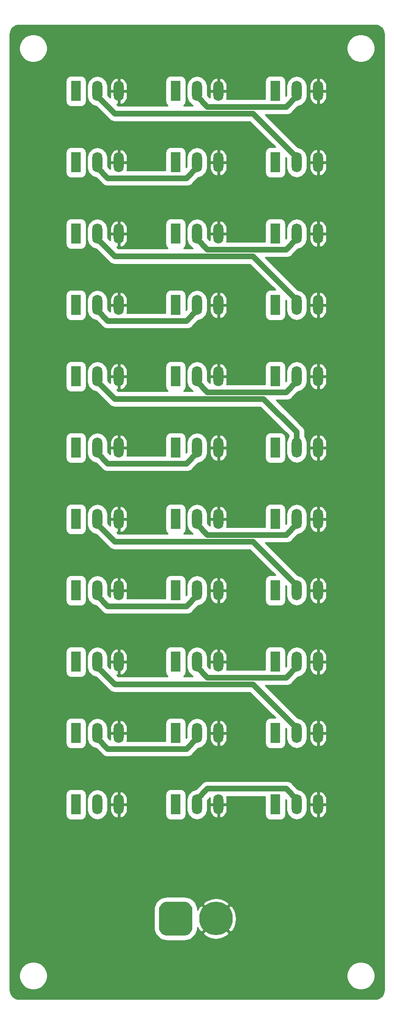
<source format=gbr>
G04 #@! TF.GenerationSoftware,KiCad,Pcbnew,(5.1.4)-1*
G04 #@! TF.CreationDate,2020-10-01T19:52:31+02:00*
G04 #@! TF.ProjectId,distrib,64697374-7269-4622-9e6b-696361645f70,rev?*
G04 #@! TF.SameCoordinates,Original*
G04 #@! TF.FileFunction,Copper,L1,Top*
G04 #@! TF.FilePolarity,Positive*
%FSLAX46Y46*%
G04 Gerber Fmt 4.6, Leading zero omitted, Abs format (unit mm)*
G04 Created by KiCad (PCBNEW (5.1.4)-1) date 2020-10-01 19:52:31*
%MOMM*%
%LPD*%
G04 APERTURE LIST*
%ADD10R,1.800000X3.600000*%
%ADD11O,1.800000X3.600000*%
%ADD12C,0.100000*%
%ADD13C,6.000000*%
%ADD14C,1.000000*%
%ADD15C,0.254000*%
G04 APERTURE END LIST*
D10*
X30480000Y-121920000D03*
D11*
X34290000Y-121920000D03*
X38100000Y-121920000D03*
D10*
X30480000Y-160020000D03*
D11*
X34290000Y-160020000D03*
X38100000Y-160020000D03*
D10*
X48260000Y-160020000D03*
D11*
X52070000Y-160020000D03*
X55880000Y-160020000D03*
D10*
X48260000Y-147320000D03*
D11*
X52070000Y-147320000D03*
X55880000Y-147320000D03*
D10*
X30480000Y-147320000D03*
D11*
X34290000Y-147320000D03*
X38100000Y-147320000D03*
D10*
X66040000Y-71120000D03*
D11*
X69850000Y-71120000D03*
X73660000Y-71120000D03*
D10*
X48260000Y-71120000D03*
D11*
X52070000Y-71120000D03*
X55880000Y-71120000D03*
D10*
X30480000Y-71120000D03*
D11*
X34290000Y-71120000D03*
X38100000Y-71120000D03*
D10*
X66040000Y-83820000D03*
D11*
X69850000Y-83820000D03*
X73660000Y-83820000D03*
D10*
X48260000Y-83820000D03*
D11*
X52070000Y-83820000D03*
X55880000Y-83820000D03*
D10*
X30480000Y-83820000D03*
D11*
X34290000Y-83820000D03*
X38100000Y-83820000D03*
D10*
X66040000Y-96520000D03*
D11*
X69850000Y-96520000D03*
X73660000Y-96520000D03*
D10*
X48260000Y-96520000D03*
D11*
X52070000Y-96520000D03*
X55880000Y-96520000D03*
D10*
X30480000Y-96520000D03*
D11*
X34290000Y-96520000D03*
X38100000Y-96520000D03*
D10*
X66040000Y-109220000D03*
D11*
X69850000Y-109220000D03*
X73660000Y-109220000D03*
D10*
X48260000Y-109220000D03*
D11*
X52070000Y-109220000D03*
X55880000Y-109220000D03*
D10*
X30480000Y-109220000D03*
D11*
X34290000Y-109220000D03*
X38100000Y-109220000D03*
D10*
X66040000Y-121920000D03*
D11*
X69850000Y-121920000D03*
X73660000Y-121920000D03*
D10*
X48260000Y-121920000D03*
D11*
X52070000Y-121920000D03*
X55880000Y-121920000D03*
D10*
X66040000Y-134620000D03*
D11*
X69850000Y-134620000D03*
X73660000Y-134620000D03*
D10*
X48260000Y-134620000D03*
D11*
X52070000Y-134620000D03*
X55880000Y-134620000D03*
D10*
X30480000Y-134620000D03*
D11*
X34290000Y-134620000D03*
X38100000Y-134620000D03*
D10*
X66040000Y-147320000D03*
D11*
X69850000Y-147320000D03*
X73660000Y-147320000D03*
D10*
X66040000Y-160020000D03*
D11*
X69850000Y-160020000D03*
X73660000Y-160020000D03*
D10*
X66040000Y-172720000D03*
D11*
X69850000Y-172720000D03*
X73660000Y-172720000D03*
D10*
X48260000Y-172720000D03*
D11*
X52070000Y-172720000D03*
X55880000Y-172720000D03*
D10*
X30480000Y-172720000D03*
D11*
X34290000Y-172720000D03*
X38100000Y-172720000D03*
D10*
X66040000Y-185420000D03*
D11*
X69850000Y-185420000D03*
X73660000Y-185420000D03*
D10*
X48260000Y-185420000D03*
D11*
X52070000Y-185420000D03*
X55880000Y-185420000D03*
D10*
X30480000Y-185420000D03*
D11*
X34290000Y-185420000D03*
X38100000Y-185420000D03*
D10*
X48260000Y-58420000D03*
D11*
X52070000Y-58420000D03*
X55880000Y-58420000D03*
D10*
X30480000Y-58420000D03*
D11*
X34290000Y-58420000D03*
X38100000Y-58420000D03*
D10*
X66040000Y-58420000D03*
D11*
X69850000Y-58420000D03*
X73660000Y-58420000D03*
D12*
G36*
X49907026Y-202747223D02*
G01*
X50052635Y-202768822D01*
X50195427Y-202804589D01*
X50334025Y-202854181D01*
X50467095Y-202917118D01*
X50593355Y-202992796D01*
X50711590Y-203080484D01*
X50820660Y-203179340D01*
X50919516Y-203288410D01*
X51007204Y-203406645D01*
X51082882Y-203532905D01*
X51145819Y-203665975D01*
X51195411Y-203804573D01*
X51231178Y-203947365D01*
X51252777Y-204092974D01*
X51260000Y-204240000D01*
X51260000Y-207240000D01*
X51252777Y-207387026D01*
X51231178Y-207532635D01*
X51195411Y-207675427D01*
X51145819Y-207814025D01*
X51082882Y-207947095D01*
X51007204Y-208073355D01*
X50919516Y-208191590D01*
X50820660Y-208300660D01*
X50711590Y-208399516D01*
X50593355Y-208487204D01*
X50467095Y-208562882D01*
X50334025Y-208625819D01*
X50195427Y-208675411D01*
X50052635Y-208711178D01*
X49907026Y-208732777D01*
X49760000Y-208740000D01*
X46760000Y-208740000D01*
X46612974Y-208732777D01*
X46467365Y-208711178D01*
X46324573Y-208675411D01*
X46185975Y-208625819D01*
X46052905Y-208562882D01*
X45926645Y-208487204D01*
X45808410Y-208399516D01*
X45699340Y-208300660D01*
X45600484Y-208191590D01*
X45512796Y-208073355D01*
X45437118Y-207947095D01*
X45374181Y-207814025D01*
X45324589Y-207675427D01*
X45288822Y-207532635D01*
X45267223Y-207387026D01*
X45260000Y-207240000D01*
X45260000Y-204240000D01*
X45267223Y-204092974D01*
X45288822Y-203947365D01*
X45324589Y-203804573D01*
X45374181Y-203665975D01*
X45437118Y-203532905D01*
X45512796Y-203406645D01*
X45600484Y-203288410D01*
X45699340Y-203179340D01*
X45808410Y-203080484D01*
X45926645Y-202992796D01*
X46052905Y-202917118D01*
X46185975Y-202854181D01*
X46324573Y-202804589D01*
X46467365Y-202768822D01*
X46612974Y-202747223D01*
X46760000Y-202740000D01*
X49760000Y-202740000D01*
X49907026Y-202747223D01*
X49907026Y-202747223D01*
G37*
D13*
X48260000Y-205740000D03*
X55460000Y-205740000D03*
D14*
X52070000Y-148220000D02*
X52070000Y-147320000D01*
X50170000Y-150120000D02*
X52070000Y-148220000D01*
X36190000Y-150120000D02*
X50170000Y-150120000D01*
X34290000Y-148220000D02*
X36190000Y-150120000D01*
X34290000Y-147320000D02*
X34290000Y-148220000D01*
X69850000Y-184520000D02*
X69850000Y-185420000D01*
X67950000Y-182620000D02*
X69850000Y-184520000D01*
X53970000Y-182620000D02*
X67950000Y-182620000D01*
X52070000Y-184520000D02*
X53970000Y-182620000D01*
X52070000Y-185420000D02*
X52070000Y-184520000D01*
X52070000Y-173620000D02*
X52070000Y-172720000D01*
X50170000Y-175520000D02*
X52070000Y-173620000D01*
X36190000Y-175520000D02*
X50170000Y-175520000D01*
X34290000Y-173620000D02*
X36190000Y-175520000D01*
X34290000Y-172720000D02*
X34290000Y-173620000D01*
X34290000Y-160920000D02*
X34290000Y-160020000D01*
X37390010Y-164020010D02*
X34290000Y-160920000D01*
X62050010Y-164020010D02*
X37390010Y-164020010D01*
X69850000Y-171820000D02*
X62050010Y-164020010D01*
X69850000Y-172720000D02*
X69850000Y-171820000D01*
X52070000Y-160920000D02*
X52070000Y-160020000D01*
X53970000Y-162820000D02*
X52070000Y-160920000D01*
X67950000Y-162820000D02*
X53970000Y-162820000D01*
X69850000Y-160920000D02*
X67950000Y-162820000D01*
X69850000Y-160020000D02*
X69850000Y-160920000D01*
X34290000Y-135520000D02*
X34290000Y-134620000D01*
X37390010Y-138620010D02*
X34290000Y-135520000D01*
X62050010Y-138620010D02*
X37390010Y-138620010D01*
X69850000Y-146420000D02*
X62050010Y-138620010D01*
X69850000Y-147320000D02*
X69850000Y-146420000D01*
X52070000Y-135520000D02*
X52070000Y-134620000D01*
X53970000Y-137420000D02*
X52070000Y-135520000D01*
X67950000Y-137420000D02*
X53970000Y-137420000D01*
X69850000Y-135520000D02*
X67950000Y-137420000D01*
X69850000Y-134620000D02*
X69850000Y-135520000D01*
X34290000Y-110120000D02*
X34290000Y-109220000D01*
X37390010Y-113220010D02*
X34290000Y-110120000D01*
X63950010Y-113220010D02*
X37390010Y-113220010D01*
X69850000Y-119120000D02*
X63950010Y-113220010D01*
X69850000Y-121920000D02*
X69850000Y-119120000D01*
X52070000Y-97420000D02*
X52070000Y-96520000D01*
X50170000Y-99320000D02*
X52070000Y-97420000D01*
X36190000Y-99320000D02*
X50170000Y-99320000D01*
X34290000Y-97420000D02*
X36190000Y-99320000D01*
X34290000Y-96520000D02*
X34290000Y-97420000D01*
X52070000Y-84720000D02*
X52070000Y-83820000D01*
X53970000Y-86620000D02*
X52070000Y-84720000D01*
X67950000Y-86620000D02*
X53970000Y-86620000D01*
X69850000Y-84720000D02*
X67950000Y-86620000D01*
X69850000Y-83820000D02*
X69850000Y-84720000D01*
X52070000Y-122820000D02*
X52070000Y-121920000D01*
X50170000Y-124720000D02*
X52070000Y-122820000D01*
X36190000Y-124720000D02*
X50170000Y-124720000D01*
X34290000Y-122820000D02*
X36190000Y-124720000D01*
X34290000Y-121920000D02*
X34290000Y-122820000D01*
X52070000Y-110120000D02*
X52070000Y-109220000D01*
X53970000Y-112020000D02*
X52070000Y-110120000D01*
X67950000Y-112020000D02*
X53970000Y-112020000D01*
X69850000Y-110120000D02*
X67950000Y-112020000D01*
X69850000Y-109220000D02*
X69850000Y-110120000D01*
X34290000Y-84720000D02*
X34290000Y-83820000D01*
X37390010Y-87820010D02*
X34290000Y-84720000D01*
X62050010Y-87820010D02*
X37390010Y-87820010D01*
X69850000Y-95620000D02*
X62050010Y-87820010D01*
X69850000Y-96520000D02*
X69850000Y-95620000D01*
X52070000Y-72020000D02*
X52070000Y-71120000D01*
X50170000Y-73920000D02*
X52070000Y-72020000D01*
X36190000Y-73920000D02*
X50170000Y-73920000D01*
X34290000Y-72020000D02*
X36190000Y-73920000D01*
X34290000Y-71120000D02*
X34290000Y-72020000D01*
X34290000Y-59320000D02*
X34290000Y-58420000D01*
X37390010Y-62420010D02*
X34290000Y-59320000D01*
X62050010Y-62420010D02*
X37390010Y-62420010D01*
X69850000Y-70220000D02*
X62050010Y-62420010D01*
X69850000Y-71120000D02*
X69850000Y-70220000D01*
X69850000Y-59320000D02*
X69850000Y-58420000D01*
X67950000Y-61220000D02*
X69850000Y-59320000D01*
X53970000Y-61220000D02*
X67950000Y-61220000D01*
X52070000Y-59320000D02*
X53970000Y-61220000D01*
X52070000Y-58420000D02*
X52070000Y-59320000D01*
D15*
G36*
X84127556Y-46706721D02*
G01*
X84423399Y-46796041D01*
X84696260Y-46941124D01*
X84935742Y-47136440D01*
X85132726Y-47374554D01*
X85279710Y-47646394D01*
X85371093Y-47941607D01*
X85408000Y-48292751D01*
X85408001Y-218393434D01*
X85373279Y-218747556D01*
X85283958Y-219043402D01*
X85138877Y-219316260D01*
X84943560Y-219555742D01*
X84705445Y-219752727D01*
X84433606Y-219899710D01*
X84138395Y-219991093D01*
X83787249Y-220028000D01*
X20366556Y-220028000D01*
X20012444Y-219993279D01*
X19716598Y-219903958D01*
X19443740Y-219758877D01*
X19204258Y-219563560D01*
X19007273Y-219325445D01*
X18860290Y-219053606D01*
X18768907Y-218758395D01*
X18732000Y-218407249D01*
X18732000Y-215651112D01*
X20333000Y-215651112D01*
X20333000Y-216148888D01*
X20430111Y-216637099D01*
X20620602Y-217096983D01*
X20897151Y-217510869D01*
X21249131Y-217862849D01*
X21663017Y-218139398D01*
X22122901Y-218329889D01*
X22611112Y-218427000D01*
X23108888Y-218427000D01*
X23597099Y-218329889D01*
X24056983Y-218139398D01*
X24470869Y-217862849D01*
X24822849Y-217510869D01*
X25099398Y-217096983D01*
X25289889Y-216637099D01*
X25387000Y-216148888D01*
X25387000Y-215651112D01*
X78753000Y-215651112D01*
X78753000Y-216148888D01*
X78850111Y-216637099D01*
X79040602Y-217096983D01*
X79317151Y-217510869D01*
X79669131Y-217862849D01*
X80083017Y-218139398D01*
X80542901Y-218329889D01*
X81031112Y-218427000D01*
X81528888Y-218427000D01*
X82017099Y-218329889D01*
X82476983Y-218139398D01*
X82890869Y-217862849D01*
X83242849Y-217510869D01*
X83519398Y-217096983D01*
X83709889Y-216637099D01*
X83807000Y-216148888D01*
X83807000Y-215651112D01*
X83709889Y-215162901D01*
X83519398Y-214703017D01*
X83242849Y-214289131D01*
X82890869Y-213937151D01*
X82476983Y-213660602D01*
X82017099Y-213470111D01*
X81528888Y-213373000D01*
X81031112Y-213373000D01*
X80542901Y-213470111D01*
X80083017Y-213660602D01*
X79669131Y-213937151D01*
X79317151Y-214289131D01*
X79040602Y-214703017D01*
X78850111Y-215162901D01*
X78753000Y-215651112D01*
X25387000Y-215651112D01*
X25289889Y-215162901D01*
X25099398Y-214703017D01*
X24822849Y-214289131D01*
X24470869Y-213937151D01*
X24056983Y-213660602D01*
X23597099Y-213470111D01*
X23108888Y-213373000D01*
X22611112Y-213373000D01*
X22122901Y-213470111D01*
X21663017Y-213660602D01*
X21249131Y-213937151D01*
X20897151Y-214289131D01*
X20620602Y-214703017D01*
X20430111Y-215162901D01*
X20333000Y-215651112D01*
X18732000Y-215651112D01*
X18732000Y-204240000D01*
X44328515Y-204240000D01*
X44328515Y-207240000D01*
X44375235Y-207714359D01*
X44513601Y-208170489D01*
X44738294Y-208590861D01*
X45040680Y-208959320D01*
X45409139Y-209261706D01*
X45829511Y-209486399D01*
X46285641Y-209624765D01*
X46760000Y-209671485D01*
X49760000Y-209671485D01*
X50234359Y-209624765D01*
X50690489Y-209486399D01*
X51110861Y-209261706D01*
X51479320Y-208959320D01*
X51781706Y-208590861D01*
X51937876Y-208298686D01*
X53080919Y-208298686D01*
X53417106Y-208767868D01*
X54047068Y-209108237D01*
X54731327Y-209319166D01*
X55443589Y-209392550D01*
X56156482Y-209325569D01*
X56842609Y-209120796D01*
X57475603Y-208786102D01*
X57502894Y-208767868D01*
X57839081Y-208298686D01*
X55460000Y-205919605D01*
X53080919Y-208298686D01*
X51937876Y-208298686D01*
X52006399Y-208170489D01*
X52144765Y-207714359D01*
X52183601Y-207320051D01*
X52413898Y-207755603D01*
X52432132Y-207782894D01*
X52901314Y-208119081D01*
X55280395Y-205740000D01*
X55639605Y-205740000D01*
X58018686Y-208119081D01*
X58487868Y-207782894D01*
X58828237Y-207152932D01*
X59039166Y-206468673D01*
X59112550Y-205756411D01*
X59045569Y-205043518D01*
X58840796Y-204357391D01*
X58506102Y-203724397D01*
X58487868Y-203697106D01*
X58018686Y-203360919D01*
X55639605Y-205740000D01*
X55280395Y-205740000D01*
X52901314Y-203360919D01*
X52432132Y-203697106D01*
X52183363Y-204157533D01*
X52144765Y-203765641D01*
X52006399Y-203309511D01*
X51937877Y-203181314D01*
X53080919Y-203181314D01*
X55460000Y-205560395D01*
X57839081Y-203181314D01*
X57502894Y-202712132D01*
X56872932Y-202371763D01*
X56188673Y-202160834D01*
X55476411Y-202087450D01*
X54763518Y-202154431D01*
X54077391Y-202359204D01*
X53444397Y-202693898D01*
X53417106Y-202712132D01*
X53080919Y-203181314D01*
X51937877Y-203181314D01*
X51781706Y-202889139D01*
X51479320Y-202520680D01*
X51110861Y-202218294D01*
X50690489Y-201993601D01*
X50234359Y-201855235D01*
X49760000Y-201808515D01*
X46760000Y-201808515D01*
X46285641Y-201855235D01*
X45829511Y-201993601D01*
X45409139Y-202218294D01*
X45040680Y-202520680D01*
X44738294Y-202889139D01*
X44513601Y-203309511D01*
X44375235Y-203765641D01*
X44328515Y-204240000D01*
X18732000Y-204240000D01*
X18732000Y-183620000D01*
X28648515Y-183620000D01*
X28648515Y-187220000D01*
X28666413Y-187401724D01*
X28719420Y-187576464D01*
X28805499Y-187737505D01*
X28921341Y-187878659D01*
X29062495Y-187994501D01*
X29223536Y-188080580D01*
X29398276Y-188133587D01*
X29580000Y-188151485D01*
X31380000Y-188151485D01*
X31561724Y-188133587D01*
X31736464Y-188080580D01*
X31897505Y-187994501D01*
X32038659Y-187878659D01*
X32154501Y-187737505D01*
X32240580Y-187576464D01*
X32293587Y-187401724D01*
X32311485Y-187220000D01*
X32311485Y-184430246D01*
X32463000Y-184430246D01*
X32463000Y-186409755D01*
X32489436Y-186678155D01*
X32593906Y-187022546D01*
X32763556Y-187339938D01*
X32991866Y-187618135D01*
X33270063Y-187846445D01*
X33587455Y-188016095D01*
X33931846Y-188120565D01*
X34290000Y-188155840D01*
X34648155Y-188120565D01*
X34992546Y-188016095D01*
X35309938Y-187846445D01*
X35588135Y-187618135D01*
X35816445Y-187339938D01*
X35986095Y-187022546D01*
X36090565Y-186678155D01*
X36117000Y-186409755D01*
X36117000Y-185547000D01*
X36565000Y-185547000D01*
X36565000Y-186447000D01*
X36619271Y-186744023D01*
X36730446Y-187024751D01*
X36894252Y-187278396D01*
X37104394Y-187495210D01*
X37352796Y-187666862D01*
X37629913Y-187786755D01*
X37735260Y-187811036D01*
X37973000Y-187690378D01*
X37973000Y-185547000D01*
X38227000Y-185547000D01*
X38227000Y-187690378D01*
X38464740Y-187811036D01*
X38570087Y-187786755D01*
X38847204Y-187666862D01*
X39095606Y-187495210D01*
X39305748Y-187278396D01*
X39469554Y-187024751D01*
X39580729Y-186744023D01*
X39635000Y-186447000D01*
X39635000Y-185547000D01*
X38227000Y-185547000D01*
X37973000Y-185547000D01*
X36565000Y-185547000D01*
X36117000Y-185547000D01*
X36117000Y-184430245D01*
X36113332Y-184393000D01*
X36565000Y-184393000D01*
X36565000Y-185293000D01*
X37973000Y-185293000D01*
X37973000Y-183149622D01*
X38227000Y-183149622D01*
X38227000Y-185293000D01*
X39635000Y-185293000D01*
X39635000Y-184393000D01*
X39580729Y-184095977D01*
X39469554Y-183815249D01*
X39343461Y-183620000D01*
X46428515Y-183620000D01*
X46428515Y-187220000D01*
X46446413Y-187401724D01*
X46499420Y-187576464D01*
X46585499Y-187737505D01*
X46701341Y-187878659D01*
X46842495Y-187994501D01*
X47003536Y-188080580D01*
X47178276Y-188133587D01*
X47360000Y-188151485D01*
X49160000Y-188151485D01*
X49341724Y-188133587D01*
X49516464Y-188080580D01*
X49677505Y-187994501D01*
X49818659Y-187878659D01*
X49934501Y-187737505D01*
X50020580Y-187576464D01*
X50073587Y-187401724D01*
X50091485Y-187220000D01*
X50091485Y-184430246D01*
X50243000Y-184430246D01*
X50243000Y-186409755D01*
X50269436Y-186678155D01*
X50373906Y-187022546D01*
X50543556Y-187339938D01*
X50771866Y-187618135D01*
X51050063Y-187846445D01*
X51367455Y-188016095D01*
X51711846Y-188120565D01*
X52070000Y-188155840D01*
X52428155Y-188120565D01*
X52772546Y-188016095D01*
X53089938Y-187846445D01*
X53368135Y-187618135D01*
X53596445Y-187339938D01*
X53766095Y-187022546D01*
X53870565Y-186678155D01*
X53897000Y-186409755D01*
X53897000Y-185547000D01*
X54345000Y-185547000D01*
X54345000Y-186447000D01*
X54399271Y-186744023D01*
X54510446Y-187024751D01*
X54674252Y-187278396D01*
X54884394Y-187495210D01*
X55132796Y-187666862D01*
X55409913Y-187786755D01*
X55515260Y-187811036D01*
X55753000Y-187690378D01*
X55753000Y-185547000D01*
X56007000Y-185547000D01*
X56007000Y-187690378D01*
X56244740Y-187811036D01*
X56350087Y-187786755D01*
X56627204Y-187666862D01*
X56875606Y-187495210D01*
X57085748Y-187278396D01*
X57249554Y-187024751D01*
X57360729Y-186744023D01*
X57415000Y-186447000D01*
X57415000Y-185547000D01*
X56007000Y-185547000D01*
X55753000Y-185547000D01*
X54345000Y-185547000D01*
X53897000Y-185547000D01*
X53897000Y-184711082D01*
X54374045Y-184234038D01*
X54345000Y-184393000D01*
X54345000Y-185293000D01*
X55753000Y-185293000D01*
X55753000Y-185273000D01*
X56007000Y-185273000D01*
X56007000Y-185293000D01*
X57415000Y-185293000D01*
X57415000Y-184393000D01*
X57360729Y-184095977D01*
X57341333Y-184047000D01*
X64208515Y-184047000D01*
X64208515Y-187220000D01*
X64226413Y-187401724D01*
X64279420Y-187576464D01*
X64365499Y-187737505D01*
X64481341Y-187878659D01*
X64622495Y-187994501D01*
X64783536Y-188080580D01*
X64958276Y-188133587D01*
X65140000Y-188151485D01*
X66940000Y-188151485D01*
X67121724Y-188133587D01*
X67296464Y-188080580D01*
X67457505Y-187994501D01*
X67598659Y-187878659D01*
X67714501Y-187737505D01*
X67800580Y-187576464D01*
X67853587Y-187401724D01*
X67871485Y-187220000D01*
X67871485Y-184559567D01*
X68023000Y-184711083D01*
X68023000Y-186409755D01*
X68049436Y-186678155D01*
X68153906Y-187022546D01*
X68323556Y-187339938D01*
X68551866Y-187618135D01*
X68830063Y-187846445D01*
X69147455Y-188016095D01*
X69491846Y-188120565D01*
X69850000Y-188155840D01*
X70208155Y-188120565D01*
X70552546Y-188016095D01*
X70869938Y-187846445D01*
X71148135Y-187618135D01*
X71376445Y-187339938D01*
X71546095Y-187022546D01*
X71650565Y-186678155D01*
X71677000Y-186409755D01*
X71677000Y-185547000D01*
X72125000Y-185547000D01*
X72125000Y-186447000D01*
X72179271Y-186744023D01*
X72290446Y-187024751D01*
X72454252Y-187278396D01*
X72664394Y-187495210D01*
X72912796Y-187666862D01*
X73189913Y-187786755D01*
X73295260Y-187811036D01*
X73533000Y-187690378D01*
X73533000Y-185547000D01*
X73787000Y-185547000D01*
X73787000Y-187690378D01*
X74024740Y-187811036D01*
X74130087Y-187786755D01*
X74407204Y-187666862D01*
X74655606Y-187495210D01*
X74865748Y-187278396D01*
X75029554Y-187024751D01*
X75140729Y-186744023D01*
X75195000Y-186447000D01*
X75195000Y-185547000D01*
X73787000Y-185547000D01*
X73533000Y-185547000D01*
X72125000Y-185547000D01*
X71677000Y-185547000D01*
X71677000Y-184430245D01*
X71673332Y-184393000D01*
X72125000Y-184393000D01*
X72125000Y-185293000D01*
X73533000Y-185293000D01*
X73533000Y-183149622D01*
X73787000Y-183149622D01*
X73787000Y-185293000D01*
X75195000Y-185293000D01*
X75195000Y-184393000D01*
X75140729Y-184095977D01*
X75029554Y-183815249D01*
X74865748Y-183561604D01*
X74655606Y-183344790D01*
X74407204Y-183173138D01*
X74130087Y-183053245D01*
X74024740Y-183028964D01*
X73787000Y-183149622D01*
X73533000Y-183149622D01*
X73295260Y-183028964D01*
X73189913Y-183053245D01*
X72912796Y-183173138D01*
X72664394Y-183344790D01*
X72454252Y-183561604D01*
X72290446Y-183815249D01*
X72179271Y-184095977D01*
X72125000Y-184393000D01*
X71673332Y-184393000D01*
X71650565Y-184161845D01*
X71546095Y-183817454D01*
X71376445Y-183500062D01*
X71148135Y-183221865D01*
X70869937Y-182993555D01*
X70552545Y-182823905D01*
X70208154Y-182719435D01*
X70052153Y-182704070D01*
X69008609Y-181660527D01*
X68963923Y-181606077D01*
X68746634Y-181427752D01*
X68498731Y-181295245D01*
X68229741Y-181213648D01*
X68020098Y-181193000D01*
X68020088Y-181193000D01*
X67950000Y-181186097D01*
X67879912Y-181193000D01*
X54040090Y-181193000D01*
X53970000Y-181186097D01*
X53899910Y-181193000D01*
X53899902Y-181193000D01*
X53714474Y-181211263D01*
X53690258Y-181213648D01*
X53608661Y-181238400D01*
X53421269Y-181295245D01*
X53173366Y-181427752D01*
X53173364Y-181427753D01*
X53173365Y-181427753D01*
X53010525Y-181561392D01*
X53010522Y-181561395D01*
X52956077Y-181606077D01*
X52911395Y-181660522D01*
X51867847Y-182704070D01*
X51711845Y-182719435D01*
X51367454Y-182823905D01*
X51050062Y-182993555D01*
X50771865Y-183221865D01*
X50543555Y-183500063D01*
X50373905Y-183817455D01*
X50269435Y-184161846D01*
X50243000Y-184430246D01*
X50091485Y-184430246D01*
X50091485Y-183620000D01*
X50073587Y-183438276D01*
X50020580Y-183263536D01*
X49934501Y-183102495D01*
X49818659Y-182961341D01*
X49677505Y-182845499D01*
X49516464Y-182759420D01*
X49341724Y-182706413D01*
X49160000Y-182688515D01*
X47360000Y-182688515D01*
X47178276Y-182706413D01*
X47003536Y-182759420D01*
X46842495Y-182845499D01*
X46701341Y-182961341D01*
X46585499Y-183102495D01*
X46499420Y-183263536D01*
X46446413Y-183438276D01*
X46428515Y-183620000D01*
X39343461Y-183620000D01*
X39305748Y-183561604D01*
X39095606Y-183344790D01*
X38847204Y-183173138D01*
X38570087Y-183053245D01*
X38464740Y-183028964D01*
X38227000Y-183149622D01*
X37973000Y-183149622D01*
X37735260Y-183028964D01*
X37629913Y-183053245D01*
X37352796Y-183173138D01*
X37104394Y-183344790D01*
X36894252Y-183561604D01*
X36730446Y-183815249D01*
X36619271Y-184095977D01*
X36565000Y-184393000D01*
X36113332Y-184393000D01*
X36090565Y-184161845D01*
X35986095Y-183817454D01*
X35816445Y-183500062D01*
X35588135Y-183221865D01*
X35309937Y-182993555D01*
X34992545Y-182823905D01*
X34648154Y-182719435D01*
X34290000Y-182684160D01*
X33931845Y-182719435D01*
X33587454Y-182823905D01*
X33270062Y-182993555D01*
X32991865Y-183221865D01*
X32763555Y-183500063D01*
X32593905Y-183817455D01*
X32489435Y-184161846D01*
X32463000Y-184430246D01*
X32311485Y-184430246D01*
X32311485Y-183620000D01*
X32293587Y-183438276D01*
X32240580Y-183263536D01*
X32154501Y-183102495D01*
X32038659Y-182961341D01*
X31897505Y-182845499D01*
X31736464Y-182759420D01*
X31561724Y-182706413D01*
X31380000Y-182688515D01*
X29580000Y-182688515D01*
X29398276Y-182706413D01*
X29223536Y-182759420D01*
X29062495Y-182845499D01*
X28921341Y-182961341D01*
X28805499Y-183102495D01*
X28719420Y-183263536D01*
X28666413Y-183438276D01*
X28648515Y-183620000D01*
X18732000Y-183620000D01*
X18732000Y-170920000D01*
X28648515Y-170920000D01*
X28648515Y-174520000D01*
X28666413Y-174701724D01*
X28719420Y-174876464D01*
X28805499Y-175037505D01*
X28921341Y-175178659D01*
X29062495Y-175294501D01*
X29223536Y-175380580D01*
X29398276Y-175433587D01*
X29580000Y-175451485D01*
X31380000Y-175451485D01*
X31561724Y-175433587D01*
X31736464Y-175380580D01*
X31897505Y-175294501D01*
X32038659Y-175178659D01*
X32154501Y-175037505D01*
X32240580Y-174876464D01*
X32293587Y-174701724D01*
X32311485Y-174520000D01*
X32311485Y-171730246D01*
X32463000Y-171730246D01*
X32463000Y-173709755D01*
X32489436Y-173978155D01*
X32593906Y-174322546D01*
X32763556Y-174639938D01*
X32991866Y-174918135D01*
X33270063Y-175146445D01*
X33587455Y-175316095D01*
X33931846Y-175420565D01*
X34087847Y-175435930D01*
X35131395Y-176479478D01*
X35176077Y-176533923D01*
X35230522Y-176578605D01*
X35230525Y-176578608D01*
X35353291Y-176679359D01*
X35393366Y-176712248D01*
X35641269Y-176844755D01*
X35828661Y-176901600D01*
X35910258Y-176926352D01*
X35934474Y-176928737D01*
X36119902Y-176947000D01*
X36119910Y-176947000D01*
X36190000Y-176953903D01*
X36260090Y-176947000D01*
X50099912Y-176947000D01*
X50170000Y-176953903D01*
X50240088Y-176947000D01*
X50240098Y-176947000D01*
X50449741Y-176926352D01*
X50718731Y-176844755D01*
X50966634Y-176712248D01*
X51183923Y-176533923D01*
X51228609Y-176479473D01*
X52272153Y-175435930D01*
X52428155Y-175420565D01*
X52772546Y-175316095D01*
X53089938Y-175146445D01*
X53368135Y-174918135D01*
X53596445Y-174639938D01*
X53766095Y-174322546D01*
X53870565Y-173978155D01*
X53897000Y-173709755D01*
X53897000Y-172847000D01*
X54345000Y-172847000D01*
X54345000Y-173747000D01*
X54399271Y-174044023D01*
X54510446Y-174324751D01*
X54674252Y-174578396D01*
X54884394Y-174795210D01*
X55132796Y-174966862D01*
X55409913Y-175086755D01*
X55515260Y-175111036D01*
X55753000Y-174990378D01*
X55753000Y-172847000D01*
X56007000Y-172847000D01*
X56007000Y-174990378D01*
X56244740Y-175111036D01*
X56350087Y-175086755D01*
X56627204Y-174966862D01*
X56875606Y-174795210D01*
X57085748Y-174578396D01*
X57249554Y-174324751D01*
X57360729Y-174044023D01*
X57415000Y-173747000D01*
X57415000Y-172847000D01*
X56007000Y-172847000D01*
X55753000Y-172847000D01*
X54345000Y-172847000D01*
X53897000Y-172847000D01*
X53897000Y-171730245D01*
X53893332Y-171693000D01*
X54345000Y-171693000D01*
X54345000Y-172593000D01*
X55753000Y-172593000D01*
X55753000Y-170449622D01*
X56007000Y-170449622D01*
X56007000Y-172593000D01*
X57415000Y-172593000D01*
X57415000Y-171693000D01*
X57360729Y-171395977D01*
X57249554Y-171115249D01*
X57085748Y-170861604D01*
X56875606Y-170644790D01*
X56627204Y-170473138D01*
X56350087Y-170353245D01*
X56244740Y-170328964D01*
X56007000Y-170449622D01*
X55753000Y-170449622D01*
X55515260Y-170328964D01*
X55409913Y-170353245D01*
X55132796Y-170473138D01*
X54884394Y-170644790D01*
X54674252Y-170861604D01*
X54510446Y-171115249D01*
X54399271Y-171395977D01*
X54345000Y-171693000D01*
X53893332Y-171693000D01*
X53870565Y-171461845D01*
X53766095Y-171117454D01*
X53596445Y-170800062D01*
X53368135Y-170521865D01*
X53089937Y-170293555D01*
X52772545Y-170123905D01*
X52428154Y-170019435D01*
X52070000Y-169984160D01*
X51711845Y-170019435D01*
X51367454Y-170123905D01*
X51050062Y-170293555D01*
X50771865Y-170521865D01*
X50543555Y-170800063D01*
X50373905Y-171117455D01*
X50269435Y-171461846D01*
X50243000Y-171730246D01*
X50243000Y-173428917D01*
X50091485Y-173580433D01*
X50091485Y-170920000D01*
X50073587Y-170738276D01*
X50020580Y-170563536D01*
X49934501Y-170402495D01*
X49818659Y-170261341D01*
X49677505Y-170145499D01*
X49516464Y-170059420D01*
X49341724Y-170006413D01*
X49160000Y-169988515D01*
X47360000Y-169988515D01*
X47178276Y-170006413D01*
X47003536Y-170059420D01*
X46842495Y-170145499D01*
X46701341Y-170261341D01*
X46585499Y-170402495D01*
X46499420Y-170563536D01*
X46446413Y-170738276D01*
X46428515Y-170920000D01*
X46428515Y-174093000D01*
X39561333Y-174093000D01*
X39580729Y-174044023D01*
X39635000Y-173747000D01*
X39635000Y-172847000D01*
X38227000Y-172847000D01*
X38227000Y-172867000D01*
X37973000Y-172867000D01*
X37973000Y-172847000D01*
X36565000Y-172847000D01*
X36565000Y-173747000D01*
X36594045Y-173905962D01*
X36117000Y-173428918D01*
X36117000Y-171730245D01*
X36113332Y-171693000D01*
X36565000Y-171693000D01*
X36565000Y-172593000D01*
X37973000Y-172593000D01*
X37973000Y-170449622D01*
X38227000Y-170449622D01*
X38227000Y-172593000D01*
X39635000Y-172593000D01*
X39635000Y-171693000D01*
X39580729Y-171395977D01*
X39469554Y-171115249D01*
X39305748Y-170861604D01*
X39095606Y-170644790D01*
X38847204Y-170473138D01*
X38570087Y-170353245D01*
X38464740Y-170328964D01*
X38227000Y-170449622D01*
X37973000Y-170449622D01*
X37735260Y-170328964D01*
X37629913Y-170353245D01*
X37352796Y-170473138D01*
X37104394Y-170644790D01*
X36894252Y-170861604D01*
X36730446Y-171115249D01*
X36619271Y-171395977D01*
X36565000Y-171693000D01*
X36113332Y-171693000D01*
X36090565Y-171461845D01*
X35986095Y-171117454D01*
X35816445Y-170800062D01*
X35588135Y-170521865D01*
X35309937Y-170293555D01*
X34992545Y-170123905D01*
X34648154Y-170019435D01*
X34290000Y-169984160D01*
X33931845Y-170019435D01*
X33587454Y-170123905D01*
X33270062Y-170293555D01*
X32991865Y-170521865D01*
X32763555Y-170800063D01*
X32593905Y-171117455D01*
X32489435Y-171461846D01*
X32463000Y-171730246D01*
X32311485Y-171730246D01*
X32311485Y-170920000D01*
X32293587Y-170738276D01*
X32240580Y-170563536D01*
X32154501Y-170402495D01*
X32038659Y-170261341D01*
X31897505Y-170145499D01*
X31736464Y-170059420D01*
X31561724Y-170006413D01*
X31380000Y-169988515D01*
X29580000Y-169988515D01*
X29398276Y-170006413D01*
X29223536Y-170059420D01*
X29062495Y-170145499D01*
X28921341Y-170261341D01*
X28805499Y-170402495D01*
X28719420Y-170563536D01*
X28666413Y-170738276D01*
X28648515Y-170920000D01*
X18732000Y-170920000D01*
X18732000Y-158220000D01*
X28648515Y-158220000D01*
X28648515Y-161820000D01*
X28666413Y-162001724D01*
X28719420Y-162176464D01*
X28805499Y-162337505D01*
X28921341Y-162478659D01*
X29062495Y-162594501D01*
X29223536Y-162680580D01*
X29398276Y-162733587D01*
X29580000Y-162751485D01*
X31380000Y-162751485D01*
X31561724Y-162733587D01*
X31736464Y-162680580D01*
X31897505Y-162594501D01*
X32038659Y-162478659D01*
X32154501Y-162337505D01*
X32240580Y-162176464D01*
X32293587Y-162001724D01*
X32311485Y-161820000D01*
X32311485Y-159030246D01*
X32463000Y-159030246D01*
X32463000Y-161009755D01*
X32489436Y-161278155D01*
X32593906Y-161622546D01*
X32763556Y-161939938D01*
X32991866Y-162218135D01*
X33270063Y-162446445D01*
X33587455Y-162616095D01*
X33931846Y-162720565D01*
X34087847Y-162735930D01*
X36331405Y-164979488D01*
X36376087Y-165033933D01*
X36430532Y-165078615D01*
X36430535Y-165078618D01*
X36553301Y-165179369D01*
X36593376Y-165212258D01*
X36841279Y-165344765D01*
X37110269Y-165426362D01*
X37319912Y-165447010D01*
X37319921Y-165447010D01*
X37390009Y-165453913D01*
X37460097Y-165447010D01*
X61458928Y-165447010D01*
X66000432Y-169988515D01*
X65140000Y-169988515D01*
X64958276Y-170006413D01*
X64783536Y-170059420D01*
X64622495Y-170145499D01*
X64481341Y-170261341D01*
X64365499Y-170402495D01*
X64279420Y-170563536D01*
X64226413Y-170738276D01*
X64208515Y-170920000D01*
X64208515Y-174520000D01*
X64226413Y-174701724D01*
X64279420Y-174876464D01*
X64365499Y-175037505D01*
X64481341Y-175178659D01*
X64622495Y-175294501D01*
X64783536Y-175380580D01*
X64958276Y-175433587D01*
X65140000Y-175451485D01*
X66940000Y-175451485D01*
X67121724Y-175433587D01*
X67296464Y-175380580D01*
X67457505Y-175294501D01*
X67598659Y-175178659D01*
X67714501Y-175037505D01*
X67800580Y-174876464D01*
X67853587Y-174701724D01*
X67871485Y-174520000D01*
X67871485Y-171859568D01*
X68023000Y-172011083D01*
X68023000Y-173709755D01*
X68049436Y-173978155D01*
X68153906Y-174322546D01*
X68323556Y-174639938D01*
X68551866Y-174918135D01*
X68830063Y-175146445D01*
X69147455Y-175316095D01*
X69491846Y-175420565D01*
X69850000Y-175455840D01*
X70208155Y-175420565D01*
X70552546Y-175316095D01*
X70869938Y-175146445D01*
X71148135Y-174918135D01*
X71376445Y-174639938D01*
X71546095Y-174322546D01*
X71650565Y-173978155D01*
X71677000Y-173709755D01*
X71677000Y-172847000D01*
X72125000Y-172847000D01*
X72125000Y-173747000D01*
X72179271Y-174044023D01*
X72290446Y-174324751D01*
X72454252Y-174578396D01*
X72664394Y-174795210D01*
X72912796Y-174966862D01*
X73189913Y-175086755D01*
X73295260Y-175111036D01*
X73533000Y-174990378D01*
X73533000Y-172847000D01*
X73787000Y-172847000D01*
X73787000Y-174990378D01*
X74024740Y-175111036D01*
X74130087Y-175086755D01*
X74407204Y-174966862D01*
X74655606Y-174795210D01*
X74865748Y-174578396D01*
X75029554Y-174324751D01*
X75140729Y-174044023D01*
X75195000Y-173747000D01*
X75195000Y-172847000D01*
X73787000Y-172847000D01*
X73533000Y-172847000D01*
X72125000Y-172847000D01*
X71677000Y-172847000D01*
X71677000Y-171730245D01*
X71673332Y-171693000D01*
X72125000Y-171693000D01*
X72125000Y-172593000D01*
X73533000Y-172593000D01*
X73533000Y-170449622D01*
X73787000Y-170449622D01*
X73787000Y-172593000D01*
X75195000Y-172593000D01*
X75195000Y-171693000D01*
X75140729Y-171395977D01*
X75029554Y-171115249D01*
X74865748Y-170861604D01*
X74655606Y-170644790D01*
X74407204Y-170473138D01*
X74130087Y-170353245D01*
X74024740Y-170328964D01*
X73787000Y-170449622D01*
X73533000Y-170449622D01*
X73295260Y-170328964D01*
X73189913Y-170353245D01*
X72912796Y-170473138D01*
X72664394Y-170644790D01*
X72454252Y-170861604D01*
X72290446Y-171115249D01*
X72179271Y-171395977D01*
X72125000Y-171693000D01*
X71673332Y-171693000D01*
X71650565Y-171461845D01*
X71546095Y-171117454D01*
X71376445Y-170800062D01*
X71148135Y-170521865D01*
X70869937Y-170293555D01*
X70552545Y-170123905D01*
X70208154Y-170019435D01*
X70052153Y-170004070D01*
X64295082Y-164247000D01*
X67879912Y-164247000D01*
X67950000Y-164253903D01*
X68020088Y-164247000D01*
X68020098Y-164247000D01*
X68229741Y-164226352D01*
X68498731Y-164144755D01*
X68746634Y-164012248D01*
X68963923Y-163833923D01*
X69008609Y-163779473D01*
X70052153Y-162735930D01*
X70208155Y-162720565D01*
X70552546Y-162616095D01*
X70869938Y-162446445D01*
X71148135Y-162218135D01*
X71376445Y-161939938D01*
X71546095Y-161622546D01*
X71650565Y-161278155D01*
X71677000Y-161009755D01*
X71677000Y-160147000D01*
X72125000Y-160147000D01*
X72125000Y-161047000D01*
X72179271Y-161344023D01*
X72290446Y-161624751D01*
X72454252Y-161878396D01*
X72664394Y-162095210D01*
X72912796Y-162266862D01*
X73189913Y-162386755D01*
X73295260Y-162411036D01*
X73533000Y-162290378D01*
X73533000Y-160147000D01*
X73787000Y-160147000D01*
X73787000Y-162290378D01*
X74024740Y-162411036D01*
X74130087Y-162386755D01*
X74407204Y-162266862D01*
X74655606Y-162095210D01*
X74865748Y-161878396D01*
X75029554Y-161624751D01*
X75140729Y-161344023D01*
X75195000Y-161047000D01*
X75195000Y-160147000D01*
X73787000Y-160147000D01*
X73533000Y-160147000D01*
X72125000Y-160147000D01*
X71677000Y-160147000D01*
X71677000Y-159030245D01*
X71673332Y-158993000D01*
X72125000Y-158993000D01*
X72125000Y-159893000D01*
X73533000Y-159893000D01*
X73533000Y-157749622D01*
X73787000Y-157749622D01*
X73787000Y-159893000D01*
X75195000Y-159893000D01*
X75195000Y-158993000D01*
X75140729Y-158695977D01*
X75029554Y-158415249D01*
X74865748Y-158161604D01*
X74655606Y-157944790D01*
X74407204Y-157773138D01*
X74130087Y-157653245D01*
X74024740Y-157628964D01*
X73787000Y-157749622D01*
X73533000Y-157749622D01*
X73295260Y-157628964D01*
X73189913Y-157653245D01*
X72912796Y-157773138D01*
X72664394Y-157944790D01*
X72454252Y-158161604D01*
X72290446Y-158415249D01*
X72179271Y-158695977D01*
X72125000Y-158993000D01*
X71673332Y-158993000D01*
X71650565Y-158761845D01*
X71546095Y-158417454D01*
X71376445Y-158100062D01*
X71148135Y-157821865D01*
X70869937Y-157593555D01*
X70552545Y-157423905D01*
X70208154Y-157319435D01*
X69850000Y-157284160D01*
X69491845Y-157319435D01*
X69147454Y-157423905D01*
X68830062Y-157593555D01*
X68551865Y-157821865D01*
X68323555Y-158100063D01*
X68153905Y-158417455D01*
X68049435Y-158761846D01*
X68023000Y-159030246D01*
X68023000Y-160728917D01*
X67871485Y-160880433D01*
X67871485Y-158220000D01*
X67853587Y-158038276D01*
X67800580Y-157863536D01*
X67714501Y-157702495D01*
X67598659Y-157561341D01*
X67457505Y-157445499D01*
X67296464Y-157359420D01*
X67121724Y-157306413D01*
X66940000Y-157288515D01*
X65140000Y-157288515D01*
X64958276Y-157306413D01*
X64783536Y-157359420D01*
X64622495Y-157445499D01*
X64481341Y-157561341D01*
X64365499Y-157702495D01*
X64279420Y-157863536D01*
X64226413Y-158038276D01*
X64208515Y-158220000D01*
X64208515Y-161393000D01*
X57341333Y-161393000D01*
X57360729Y-161344023D01*
X57415000Y-161047000D01*
X57415000Y-160147000D01*
X56007000Y-160147000D01*
X56007000Y-160167000D01*
X55753000Y-160167000D01*
X55753000Y-160147000D01*
X54345000Y-160147000D01*
X54345000Y-161047000D01*
X54374045Y-161205962D01*
X53897000Y-160728918D01*
X53897000Y-159030245D01*
X53893332Y-158993000D01*
X54345000Y-158993000D01*
X54345000Y-159893000D01*
X55753000Y-159893000D01*
X55753000Y-157749622D01*
X56007000Y-157749622D01*
X56007000Y-159893000D01*
X57415000Y-159893000D01*
X57415000Y-158993000D01*
X57360729Y-158695977D01*
X57249554Y-158415249D01*
X57085748Y-158161604D01*
X56875606Y-157944790D01*
X56627204Y-157773138D01*
X56350087Y-157653245D01*
X56244740Y-157628964D01*
X56007000Y-157749622D01*
X55753000Y-157749622D01*
X55515260Y-157628964D01*
X55409913Y-157653245D01*
X55132796Y-157773138D01*
X54884394Y-157944790D01*
X54674252Y-158161604D01*
X54510446Y-158415249D01*
X54399271Y-158695977D01*
X54345000Y-158993000D01*
X53893332Y-158993000D01*
X53870565Y-158761845D01*
X53766095Y-158417454D01*
X53596445Y-158100062D01*
X53368135Y-157821865D01*
X53089937Y-157593555D01*
X52772545Y-157423905D01*
X52428154Y-157319435D01*
X52070000Y-157284160D01*
X51711845Y-157319435D01*
X51367454Y-157423905D01*
X51050062Y-157593555D01*
X50771865Y-157821865D01*
X50543555Y-158100063D01*
X50373905Y-158417455D01*
X50269435Y-158761846D01*
X50243000Y-159030246D01*
X50243000Y-161009755D01*
X50269436Y-161278155D01*
X50373906Y-161622546D01*
X50543556Y-161939938D01*
X50771866Y-162218135D01*
X51050063Y-162446445D01*
X51324266Y-162593010D01*
X49679322Y-162593010D01*
X49818659Y-162478659D01*
X49934501Y-162337505D01*
X50020580Y-162176464D01*
X50073587Y-162001724D01*
X50091485Y-161820000D01*
X50091485Y-158220000D01*
X50073587Y-158038276D01*
X50020580Y-157863536D01*
X49934501Y-157702495D01*
X49818659Y-157561341D01*
X49677505Y-157445499D01*
X49516464Y-157359420D01*
X49341724Y-157306413D01*
X49160000Y-157288515D01*
X47360000Y-157288515D01*
X47178276Y-157306413D01*
X47003536Y-157359420D01*
X46842495Y-157445499D01*
X46701341Y-157561341D01*
X46585499Y-157702495D01*
X46499420Y-157863536D01*
X46446413Y-158038276D01*
X46428515Y-158220000D01*
X46428515Y-161820000D01*
X46446413Y-162001724D01*
X46499420Y-162176464D01*
X46585499Y-162337505D01*
X46701341Y-162478659D01*
X46840678Y-162593010D01*
X37981093Y-162593010D01*
X37777620Y-162389537D01*
X37973000Y-162290378D01*
X37973000Y-160147000D01*
X38227000Y-160147000D01*
X38227000Y-162290378D01*
X38464740Y-162411036D01*
X38570087Y-162386755D01*
X38847204Y-162266862D01*
X39095606Y-162095210D01*
X39305748Y-161878396D01*
X39469554Y-161624751D01*
X39580729Y-161344023D01*
X39635000Y-161047000D01*
X39635000Y-160147000D01*
X38227000Y-160147000D01*
X37973000Y-160147000D01*
X36565000Y-160147000D01*
X36565000Y-161047000D01*
X36594045Y-161205963D01*
X36117000Y-160728918D01*
X36117000Y-159030245D01*
X36113332Y-158993000D01*
X36565000Y-158993000D01*
X36565000Y-159893000D01*
X37973000Y-159893000D01*
X37973000Y-157749622D01*
X38227000Y-157749622D01*
X38227000Y-159893000D01*
X39635000Y-159893000D01*
X39635000Y-158993000D01*
X39580729Y-158695977D01*
X39469554Y-158415249D01*
X39305748Y-158161604D01*
X39095606Y-157944790D01*
X38847204Y-157773138D01*
X38570087Y-157653245D01*
X38464740Y-157628964D01*
X38227000Y-157749622D01*
X37973000Y-157749622D01*
X37735260Y-157628964D01*
X37629913Y-157653245D01*
X37352796Y-157773138D01*
X37104394Y-157944790D01*
X36894252Y-158161604D01*
X36730446Y-158415249D01*
X36619271Y-158695977D01*
X36565000Y-158993000D01*
X36113332Y-158993000D01*
X36090565Y-158761845D01*
X35986095Y-158417454D01*
X35816445Y-158100062D01*
X35588135Y-157821865D01*
X35309937Y-157593555D01*
X34992545Y-157423905D01*
X34648154Y-157319435D01*
X34290000Y-157284160D01*
X33931845Y-157319435D01*
X33587454Y-157423905D01*
X33270062Y-157593555D01*
X32991865Y-157821865D01*
X32763555Y-158100063D01*
X32593905Y-158417455D01*
X32489435Y-158761846D01*
X32463000Y-159030246D01*
X32311485Y-159030246D01*
X32311485Y-158220000D01*
X32293587Y-158038276D01*
X32240580Y-157863536D01*
X32154501Y-157702495D01*
X32038659Y-157561341D01*
X31897505Y-157445499D01*
X31736464Y-157359420D01*
X31561724Y-157306413D01*
X31380000Y-157288515D01*
X29580000Y-157288515D01*
X29398276Y-157306413D01*
X29223536Y-157359420D01*
X29062495Y-157445499D01*
X28921341Y-157561341D01*
X28805499Y-157702495D01*
X28719420Y-157863536D01*
X28666413Y-158038276D01*
X28648515Y-158220000D01*
X18732000Y-158220000D01*
X18732000Y-145520000D01*
X28648515Y-145520000D01*
X28648515Y-149120000D01*
X28666413Y-149301724D01*
X28719420Y-149476464D01*
X28805499Y-149637505D01*
X28921341Y-149778659D01*
X29062495Y-149894501D01*
X29223536Y-149980580D01*
X29398276Y-150033587D01*
X29580000Y-150051485D01*
X31380000Y-150051485D01*
X31561724Y-150033587D01*
X31736464Y-149980580D01*
X31897505Y-149894501D01*
X32038659Y-149778659D01*
X32154501Y-149637505D01*
X32240580Y-149476464D01*
X32293587Y-149301724D01*
X32311485Y-149120000D01*
X32311485Y-146330246D01*
X32463000Y-146330246D01*
X32463000Y-148309755D01*
X32489436Y-148578155D01*
X32593906Y-148922546D01*
X32763556Y-149239938D01*
X32991866Y-149518135D01*
X33270063Y-149746445D01*
X33587455Y-149916095D01*
X33931846Y-150020565D01*
X34087847Y-150035930D01*
X35131395Y-151079478D01*
X35176077Y-151133923D01*
X35230522Y-151178605D01*
X35230525Y-151178608D01*
X35353291Y-151279359D01*
X35393366Y-151312248D01*
X35641269Y-151444755D01*
X35828661Y-151501600D01*
X35910258Y-151526352D01*
X35934474Y-151528737D01*
X36119902Y-151547000D01*
X36119910Y-151547000D01*
X36190000Y-151553903D01*
X36260090Y-151547000D01*
X50099912Y-151547000D01*
X50170000Y-151553903D01*
X50240088Y-151547000D01*
X50240098Y-151547000D01*
X50449741Y-151526352D01*
X50718731Y-151444755D01*
X50966634Y-151312248D01*
X51183923Y-151133923D01*
X51228609Y-151079473D01*
X52272153Y-150035930D01*
X52428155Y-150020565D01*
X52772546Y-149916095D01*
X53089938Y-149746445D01*
X53368135Y-149518135D01*
X53596445Y-149239938D01*
X53766095Y-148922546D01*
X53870565Y-148578155D01*
X53897000Y-148309755D01*
X53897000Y-147447000D01*
X54345000Y-147447000D01*
X54345000Y-148347000D01*
X54399271Y-148644023D01*
X54510446Y-148924751D01*
X54674252Y-149178396D01*
X54884394Y-149395210D01*
X55132796Y-149566862D01*
X55409913Y-149686755D01*
X55515260Y-149711036D01*
X55753000Y-149590378D01*
X55753000Y-147447000D01*
X56007000Y-147447000D01*
X56007000Y-149590378D01*
X56244740Y-149711036D01*
X56350087Y-149686755D01*
X56627204Y-149566862D01*
X56875606Y-149395210D01*
X57085748Y-149178396D01*
X57249554Y-148924751D01*
X57360729Y-148644023D01*
X57415000Y-148347000D01*
X57415000Y-147447000D01*
X56007000Y-147447000D01*
X55753000Y-147447000D01*
X54345000Y-147447000D01*
X53897000Y-147447000D01*
X53897000Y-146330245D01*
X53893332Y-146293000D01*
X54345000Y-146293000D01*
X54345000Y-147193000D01*
X55753000Y-147193000D01*
X55753000Y-145049622D01*
X56007000Y-145049622D01*
X56007000Y-147193000D01*
X57415000Y-147193000D01*
X57415000Y-146293000D01*
X57360729Y-145995977D01*
X57249554Y-145715249D01*
X57085748Y-145461604D01*
X56875606Y-145244790D01*
X56627204Y-145073138D01*
X56350087Y-144953245D01*
X56244740Y-144928964D01*
X56007000Y-145049622D01*
X55753000Y-145049622D01*
X55515260Y-144928964D01*
X55409913Y-144953245D01*
X55132796Y-145073138D01*
X54884394Y-145244790D01*
X54674252Y-145461604D01*
X54510446Y-145715249D01*
X54399271Y-145995977D01*
X54345000Y-146293000D01*
X53893332Y-146293000D01*
X53870565Y-146061845D01*
X53766095Y-145717454D01*
X53596445Y-145400062D01*
X53368135Y-145121865D01*
X53089937Y-144893555D01*
X52772545Y-144723905D01*
X52428154Y-144619435D01*
X52070000Y-144584160D01*
X51711845Y-144619435D01*
X51367454Y-144723905D01*
X51050062Y-144893555D01*
X50771865Y-145121865D01*
X50543555Y-145400063D01*
X50373905Y-145717455D01*
X50269435Y-146061846D01*
X50243000Y-146330246D01*
X50243000Y-148028917D01*
X50091485Y-148180433D01*
X50091485Y-145520000D01*
X50073587Y-145338276D01*
X50020580Y-145163536D01*
X49934501Y-145002495D01*
X49818659Y-144861341D01*
X49677505Y-144745499D01*
X49516464Y-144659420D01*
X49341724Y-144606413D01*
X49160000Y-144588515D01*
X47360000Y-144588515D01*
X47178276Y-144606413D01*
X47003536Y-144659420D01*
X46842495Y-144745499D01*
X46701341Y-144861341D01*
X46585499Y-145002495D01*
X46499420Y-145163536D01*
X46446413Y-145338276D01*
X46428515Y-145520000D01*
X46428515Y-148693000D01*
X39561333Y-148693000D01*
X39580729Y-148644023D01*
X39635000Y-148347000D01*
X39635000Y-147447000D01*
X38227000Y-147447000D01*
X38227000Y-147467000D01*
X37973000Y-147467000D01*
X37973000Y-147447000D01*
X36565000Y-147447000D01*
X36565000Y-148347000D01*
X36594045Y-148505962D01*
X36117000Y-148028918D01*
X36117000Y-146330245D01*
X36113332Y-146293000D01*
X36565000Y-146293000D01*
X36565000Y-147193000D01*
X37973000Y-147193000D01*
X37973000Y-145049622D01*
X38227000Y-145049622D01*
X38227000Y-147193000D01*
X39635000Y-147193000D01*
X39635000Y-146293000D01*
X39580729Y-145995977D01*
X39469554Y-145715249D01*
X39305748Y-145461604D01*
X39095606Y-145244790D01*
X38847204Y-145073138D01*
X38570087Y-144953245D01*
X38464740Y-144928964D01*
X38227000Y-145049622D01*
X37973000Y-145049622D01*
X37735260Y-144928964D01*
X37629913Y-144953245D01*
X37352796Y-145073138D01*
X37104394Y-145244790D01*
X36894252Y-145461604D01*
X36730446Y-145715249D01*
X36619271Y-145995977D01*
X36565000Y-146293000D01*
X36113332Y-146293000D01*
X36090565Y-146061845D01*
X35986095Y-145717454D01*
X35816445Y-145400062D01*
X35588135Y-145121865D01*
X35309937Y-144893555D01*
X34992545Y-144723905D01*
X34648154Y-144619435D01*
X34290000Y-144584160D01*
X33931845Y-144619435D01*
X33587454Y-144723905D01*
X33270062Y-144893555D01*
X32991865Y-145121865D01*
X32763555Y-145400063D01*
X32593905Y-145717455D01*
X32489435Y-146061846D01*
X32463000Y-146330246D01*
X32311485Y-146330246D01*
X32311485Y-145520000D01*
X32293587Y-145338276D01*
X32240580Y-145163536D01*
X32154501Y-145002495D01*
X32038659Y-144861341D01*
X31897505Y-144745499D01*
X31736464Y-144659420D01*
X31561724Y-144606413D01*
X31380000Y-144588515D01*
X29580000Y-144588515D01*
X29398276Y-144606413D01*
X29223536Y-144659420D01*
X29062495Y-144745499D01*
X28921341Y-144861341D01*
X28805499Y-145002495D01*
X28719420Y-145163536D01*
X28666413Y-145338276D01*
X28648515Y-145520000D01*
X18732000Y-145520000D01*
X18732000Y-132820000D01*
X28648515Y-132820000D01*
X28648515Y-136420000D01*
X28666413Y-136601724D01*
X28719420Y-136776464D01*
X28805499Y-136937505D01*
X28921341Y-137078659D01*
X29062495Y-137194501D01*
X29223536Y-137280580D01*
X29398276Y-137333587D01*
X29580000Y-137351485D01*
X31380000Y-137351485D01*
X31561724Y-137333587D01*
X31736464Y-137280580D01*
X31897505Y-137194501D01*
X32038659Y-137078659D01*
X32154501Y-136937505D01*
X32240580Y-136776464D01*
X32293587Y-136601724D01*
X32311485Y-136420000D01*
X32311485Y-133630246D01*
X32463000Y-133630246D01*
X32463000Y-135609755D01*
X32489436Y-135878155D01*
X32593906Y-136222546D01*
X32763556Y-136539938D01*
X32991866Y-136818135D01*
X33270063Y-137046445D01*
X33587455Y-137216095D01*
X33931846Y-137320565D01*
X34087847Y-137335930D01*
X36331405Y-139579488D01*
X36376087Y-139633933D01*
X36430532Y-139678615D01*
X36430535Y-139678618D01*
X36553301Y-139779369D01*
X36593376Y-139812258D01*
X36841279Y-139944765D01*
X37110269Y-140026362D01*
X37319912Y-140047010D01*
X37319921Y-140047010D01*
X37390009Y-140053913D01*
X37460097Y-140047010D01*
X61458928Y-140047010D01*
X66000432Y-144588515D01*
X65140000Y-144588515D01*
X64958276Y-144606413D01*
X64783536Y-144659420D01*
X64622495Y-144745499D01*
X64481341Y-144861341D01*
X64365499Y-145002495D01*
X64279420Y-145163536D01*
X64226413Y-145338276D01*
X64208515Y-145520000D01*
X64208515Y-149120000D01*
X64226413Y-149301724D01*
X64279420Y-149476464D01*
X64365499Y-149637505D01*
X64481341Y-149778659D01*
X64622495Y-149894501D01*
X64783536Y-149980580D01*
X64958276Y-150033587D01*
X65140000Y-150051485D01*
X66940000Y-150051485D01*
X67121724Y-150033587D01*
X67296464Y-149980580D01*
X67457505Y-149894501D01*
X67598659Y-149778659D01*
X67714501Y-149637505D01*
X67800580Y-149476464D01*
X67853587Y-149301724D01*
X67871485Y-149120000D01*
X67871485Y-146459568D01*
X68023000Y-146611083D01*
X68023000Y-148309755D01*
X68049436Y-148578155D01*
X68153906Y-148922546D01*
X68323556Y-149239938D01*
X68551866Y-149518135D01*
X68830063Y-149746445D01*
X69147455Y-149916095D01*
X69491846Y-150020565D01*
X69850000Y-150055840D01*
X70208155Y-150020565D01*
X70552546Y-149916095D01*
X70869938Y-149746445D01*
X71148135Y-149518135D01*
X71376445Y-149239938D01*
X71546095Y-148922546D01*
X71650565Y-148578155D01*
X71677000Y-148309755D01*
X71677000Y-147447000D01*
X72125000Y-147447000D01*
X72125000Y-148347000D01*
X72179271Y-148644023D01*
X72290446Y-148924751D01*
X72454252Y-149178396D01*
X72664394Y-149395210D01*
X72912796Y-149566862D01*
X73189913Y-149686755D01*
X73295260Y-149711036D01*
X73533000Y-149590378D01*
X73533000Y-147447000D01*
X73787000Y-147447000D01*
X73787000Y-149590378D01*
X74024740Y-149711036D01*
X74130087Y-149686755D01*
X74407204Y-149566862D01*
X74655606Y-149395210D01*
X74865748Y-149178396D01*
X75029554Y-148924751D01*
X75140729Y-148644023D01*
X75195000Y-148347000D01*
X75195000Y-147447000D01*
X73787000Y-147447000D01*
X73533000Y-147447000D01*
X72125000Y-147447000D01*
X71677000Y-147447000D01*
X71677000Y-146330245D01*
X71673332Y-146293000D01*
X72125000Y-146293000D01*
X72125000Y-147193000D01*
X73533000Y-147193000D01*
X73533000Y-145049622D01*
X73787000Y-145049622D01*
X73787000Y-147193000D01*
X75195000Y-147193000D01*
X75195000Y-146293000D01*
X75140729Y-145995977D01*
X75029554Y-145715249D01*
X74865748Y-145461604D01*
X74655606Y-145244790D01*
X74407204Y-145073138D01*
X74130087Y-144953245D01*
X74024740Y-144928964D01*
X73787000Y-145049622D01*
X73533000Y-145049622D01*
X73295260Y-144928964D01*
X73189913Y-144953245D01*
X72912796Y-145073138D01*
X72664394Y-145244790D01*
X72454252Y-145461604D01*
X72290446Y-145715249D01*
X72179271Y-145995977D01*
X72125000Y-146293000D01*
X71673332Y-146293000D01*
X71650565Y-146061845D01*
X71546095Y-145717454D01*
X71376445Y-145400062D01*
X71148135Y-145121865D01*
X70869937Y-144893555D01*
X70552545Y-144723905D01*
X70208154Y-144619435D01*
X70052153Y-144604070D01*
X64295082Y-138847000D01*
X67879912Y-138847000D01*
X67950000Y-138853903D01*
X68020088Y-138847000D01*
X68020098Y-138847000D01*
X68229741Y-138826352D01*
X68498731Y-138744755D01*
X68746634Y-138612248D01*
X68963923Y-138433923D01*
X69008609Y-138379473D01*
X70052153Y-137335930D01*
X70208155Y-137320565D01*
X70552546Y-137216095D01*
X70869938Y-137046445D01*
X71148135Y-136818135D01*
X71376445Y-136539938D01*
X71546095Y-136222546D01*
X71650565Y-135878155D01*
X71677000Y-135609755D01*
X71677000Y-134747000D01*
X72125000Y-134747000D01*
X72125000Y-135647000D01*
X72179271Y-135944023D01*
X72290446Y-136224751D01*
X72454252Y-136478396D01*
X72664394Y-136695210D01*
X72912796Y-136866862D01*
X73189913Y-136986755D01*
X73295260Y-137011036D01*
X73533000Y-136890378D01*
X73533000Y-134747000D01*
X73787000Y-134747000D01*
X73787000Y-136890378D01*
X74024740Y-137011036D01*
X74130087Y-136986755D01*
X74407204Y-136866862D01*
X74655606Y-136695210D01*
X74865748Y-136478396D01*
X75029554Y-136224751D01*
X75140729Y-135944023D01*
X75195000Y-135647000D01*
X75195000Y-134747000D01*
X73787000Y-134747000D01*
X73533000Y-134747000D01*
X72125000Y-134747000D01*
X71677000Y-134747000D01*
X71677000Y-133630245D01*
X71673332Y-133593000D01*
X72125000Y-133593000D01*
X72125000Y-134493000D01*
X73533000Y-134493000D01*
X73533000Y-132349622D01*
X73787000Y-132349622D01*
X73787000Y-134493000D01*
X75195000Y-134493000D01*
X75195000Y-133593000D01*
X75140729Y-133295977D01*
X75029554Y-133015249D01*
X74865748Y-132761604D01*
X74655606Y-132544790D01*
X74407204Y-132373138D01*
X74130087Y-132253245D01*
X74024740Y-132228964D01*
X73787000Y-132349622D01*
X73533000Y-132349622D01*
X73295260Y-132228964D01*
X73189913Y-132253245D01*
X72912796Y-132373138D01*
X72664394Y-132544790D01*
X72454252Y-132761604D01*
X72290446Y-133015249D01*
X72179271Y-133295977D01*
X72125000Y-133593000D01*
X71673332Y-133593000D01*
X71650565Y-133361845D01*
X71546095Y-133017454D01*
X71376445Y-132700062D01*
X71148135Y-132421865D01*
X70869937Y-132193555D01*
X70552545Y-132023905D01*
X70208154Y-131919435D01*
X69850000Y-131884160D01*
X69491845Y-131919435D01*
X69147454Y-132023905D01*
X68830062Y-132193555D01*
X68551865Y-132421865D01*
X68323555Y-132700063D01*
X68153905Y-133017455D01*
X68049435Y-133361846D01*
X68023000Y-133630246D01*
X68023000Y-135328917D01*
X67871485Y-135480433D01*
X67871485Y-132820000D01*
X67853587Y-132638276D01*
X67800580Y-132463536D01*
X67714501Y-132302495D01*
X67598659Y-132161341D01*
X67457505Y-132045499D01*
X67296464Y-131959420D01*
X67121724Y-131906413D01*
X66940000Y-131888515D01*
X65140000Y-131888515D01*
X64958276Y-131906413D01*
X64783536Y-131959420D01*
X64622495Y-132045499D01*
X64481341Y-132161341D01*
X64365499Y-132302495D01*
X64279420Y-132463536D01*
X64226413Y-132638276D01*
X64208515Y-132820000D01*
X64208515Y-135993000D01*
X57341333Y-135993000D01*
X57360729Y-135944023D01*
X57415000Y-135647000D01*
X57415000Y-134747000D01*
X56007000Y-134747000D01*
X56007000Y-134767000D01*
X55753000Y-134767000D01*
X55753000Y-134747000D01*
X54345000Y-134747000D01*
X54345000Y-135647000D01*
X54374045Y-135805962D01*
X53897000Y-135328918D01*
X53897000Y-133630245D01*
X53893332Y-133593000D01*
X54345000Y-133593000D01*
X54345000Y-134493000D01*
X55753000Y-134493000D01*
X55753000Y-132349622D01*
X56007000Y-132349622D01*
X56007000Y-134493000D01*
X57415000Y-134493000D01*
X57415000Y-133593000D01*
X57360729Y-133295977D01*
X57249554Y-133015249D01*
X57085748Y-132761604D01*
X56875606Y-132544790D01*
X56627204Y-132373138D01*
X56350087Y-132253245D01*
X56244740Y-132228964D01*
X56007000Y-132349622D01*
X55753000Y-132349622D01*
X55515260Y-132228964D01*
X55409913Y-132253245D01*
X55132796Y-132373138D01*
X54884394Y-132544790D01*
X54674252Y-132761604D01*
X54510446Y-133015249D01*
X54399271Y-133295977D01*
X54345000Y-133593000D01*
X53893332Y-133593000D01*
X53870565Y-133361845D01*
X53766095Y-133017454D01*
X53596445Y-132700062D01*
X53368135Y-132421865D01*
X53089937Y-132193555D01*
X52772545Y-132023905D01*
X52428154Y-131919435D01*
X52070000Y-131884160D01*
X51711845Y-131919435D01*
X51367454Y-132023905D01*
X51050062Y-132193555D01*
X50771865Y-132421865D01*
X50543555Y-132700063D01*
X50373905Y-133017455D01*
X50269435Y-133361846D01*
X50243000Y-133630246D01*
X50243000Y-135609755D01*
X50269436Y-135878155D01*
X50373906Y-136222546D01*
X50543556Y-136539938D01*
X50771866Y-136818135D01*
X51050063Y-137046445D01*
X51324266Y-137193010D01*
X49679322Y-137193010D01*
X49818659Y-137078659D01*
X49934501Y-136937505D01*
X50020580Y-136776464D01*
X50073587Y-136601724D01*
X50091485Y-136420000D01*
X50091485Y-132820000D01*
X50073587Y-132638276D01*
X50020580Y-132463536D01*
X49934501Y-132302495D01*
X49818659Y-132161341D01*
X49677505Y-132045499D01*
X49516464Y-131959420D01*
X49341724Y-131906413D01*
X49160000Y-131888515D01*
X47360000Y-131888515D01*
X47178276Y-131906413D01*
X47003536Y-131959420D01*
X46842495Y-132045499D01*
X46701341Y-132161341D01*
X46585499Y-132302495D01*
X46499420Y-132463536D01*
X46446413Y-132638276D01*
X46428515Y-132820000D01*
X46428515Y-136420000D01*
X46446413Y-136601724D01*
X46499420Y-136776464D01*
X46585499Y-136937505D01*
X46701341Y-137078659D01*
X46840678Y-137193010D01*
X37981093Y-137193010D01*
X37777620Y-136989537D01*
X37973000Y-136890378D01*
X37973000Y-134747000D01*
X38227000Y-134747000D01*
X38227000Y-136890378D01*
X38464740Y-137011036D01*
X38570087Y-136986755D01*
X38847204Y-136866862D01*
X39095606Y-136695210D01*
X39305748Y-136478396D01*
X39469554Y-136224751D01*
X39580729Y-135944023D01*
X39635000Y-135647000D01*
X39635000Y-134747000D01*
X38227000Y-134747000D01*
X37973000Y-134747000D01*
X36565000Y-134747000D01*
X36565000Y-135647000D01*
X36594045Y-135805963D01*
X36117000Y-135328918D01*
X36117000Y-133630245D01*
X36113332Y-133593000D01*
X36565000Y-133593000D01*
X36565000Y-134493000D01*
X37973000Y-134493000D01*
X37973000Y-132349622D01*
X38227000Y-132349622D01*
X38227000Y-134493000D01*
X39635000Y-134493000D01*
X39635000Y-133593000D01*
X39580729Y-133295977D01*
X39469554Y-133015249D01*
X39305748Y-132761604D01*
X39095606Y-132544790D01*
X38847204Y-132373138D01*
X38570087Y-132253245D01*
X38464740Y-132228964D01*
X38227000Y-132349622D01*
X37973000Y-132349622D01*
X37735260Y-132228964D01*
X37629913Y-132253245D01*
X37352796Y-132373138D01*
X37104394Y-132544790D01*
X36894252Y-132761604D01*
X36730446Y-133015249D01*
X36619271Y-133295977D01*
X36565000Y-133593000D01*
X36113332Y-133593000D01*
X36090565Y-133361845D01*
X35986095Y-133017454D01*
X35816445Y-132700062D01*
X35588135Y-132421865D01*
X35309937Y-132193555D01*
X34992545Y-132023905D01*
X34648154Y-131919435D01*
X34290000Y-131884160D01*
X33931845Y-131919435D01*
X33587454Y-132023905D01*
X33270062Y-132193555D01*
X32991865Y-132421865D01*
X32763555Y-132700063D01*
X32593905Y-133017455D01*
X32489435Y-133361846D01*
X32463000Y-133630246D01*
X32311485Y-133630246D01*
X32311485Y-132820000D01*
X32293587Y-132638276D01*
X32240580Y-132463536D01*
X32154501Y-132302495D01*
X32038659Y-132161341D01*
X31897505Y-132045499D01*
X31736464Y-131959420D01*
X31561724Y-131906413D01*
X31380000Y-131888515D01*
X29580000Y-131888515D01*
X29398276Y-131906413D01*
X29223536Y-131959420D01*
X29062495Y-132045499D01*
X28921341Y-132161341D01*
X28805499Y-132302495D01*
X28719420Y-132463536D01*
X28666413Y-132638276D01*
X28648515Y-132820000D01*
X18732000Y-132820000D01*
X18732000Y-120120000D01*
X28648515Y-120120000D01*
X28648515Y-123720000D01*
X28666413Y-123901724D01*
X28719420Y-124076464D01*
X28805499Y-124237505D01*
X28921341Y-124378659D01*
X29062495Y-124494501D01*
X29223536Y-124580580D01*
X29398276Y-124633587D01*
X29580000Y-124651485D01*
X31380000Y-124651485D01*
X31561724Y-124633587D01*
X31736464Y-124580580D01*
X31897505Y-124494501D01*
X32038659Y-124378659D01*
X32154501Y-124237505D01*
X32240580Y-124076464D01*
X32293587Y-123901724D01*
X32311485Y-123720000D01*
X32311485Y-120930246D01*
X32463000Y-120930246D01*
X32463000Y-122909755D01*
X32489436Y-123178155D01*
X32593906Y-123522546D01*
X32763556Y-123839938D01*
X32991866Y-124118135D01*
X33270063Y-124346445D01*
X33587455Y-124516095D01*
X33931846Y-124620565D01*
X34087847Y-124635930D01*
X35131395Y-125679478D01*
X35176077Y-125733923D01*
X35230522Y-125778605D01*
X35230525Y-125778608D01*
X35353291Y-125879359D01*
X35393366Y-125912248D01*
X35641269Y-126044755D01*
X35828661Y-126101600D01*
X35910258Y-126126352D01*
X35934474Y-126128737D01*
X36119902Y-126147000D01*
X36119910Y-126147000D01*
X36190000Y-126153903D01*
X36260090Y-126147000D01*
X50099912Y-126147000D01*
X50170000Y-126153903D01*
X50240088Y-126147000D01*
X50240098Y-126147000D01*
X50449741Y-126126352D01*
X50718731Y-126044755D01*
X50966634Y-125912248D01*
X51183923Y-125733923D01*
X51228609Y-125679473D01*
X52272153Y-124635930D01*
X52428155Y-124620565D01*
X52772546Y-124516095D01*
X53089938Y-124346445D01*
X53368135Y-124118135D01*
X53596445Y-123839938D01*
X53766095Y-123522546D01*
X53870565Y-123178155D01*
X53897000Y-122909755D01*
X53897000Y-122047000D01*
X54345000Y-122047000D01*
X54345000Y-122947000D01*
X54399271Y-123244023D01*
X54510446Y-123524751D01*
X54674252Y-123778396D01*
X54884394Y-123995210D01*
X55132796Y-124166862D01*
X55409913Y-124286755D01*
X55515260Y-124311036D01*
X55753000Y-124190378D01*
X55753000Y-122047000D01*
X56007000Y-122047000D01*
X56007000Y-124190378D01*
X56244740Y-124311036D01*
X56350087Y-124286755D01*
X56627204Y-124166862D01*
X56875606Y-123995210D01*
X57085748Y-123778396D01*
X57249554Y-123524751D01*
X57360729Y-123244023D01*
X57415000Y-122947000D01*
X57415000Y-122047000D01*
X56007000Y-122047000D01*
X55753000Y-122047000D01*
X54345000Y-122047000D01*
X53897000Y-122047000D01*
X53897000Y-120930245D01*
X53893332Y-120893000D01*
X54345000Y-120893000D01*
X54345000Y-121793000D01*
X55753000Y-121793000D01*
X55753000Y-119649622D01*
X56007000Y-119649622D01*
X56007000Y-121793000D01*
X57415000Y-121793000D01*
X57415000Y-120893000D01*
X57360729Y-120595977D01*
X57249554Y-120315249D01*
X57123461Y-120120000D01*
X64208515Y-120120000D01*
X64208515Y-123720000D01*
X64226413Y-123901724D01*
X64279420Y-124076464D01*
X64365499Y-124237505D01*
X64481341Y-124378659D01*
X64622495Y-124494501D01*
X64783536Y-124580580D01*
X64958276Y-124633587D01*
X65140000Y-124651485D01*
X66940000Y-124651485D01*
X67121724Y-124633587D01*
X67296464Y-124580580D01*
X67457505Y-124494501D01*
X67598659Y-124378659D01*
X67714501Y-124237505D01*
X67800580Y-124076464D01*
X67853587Y-123901724D01*
X67871485Y-123720000D01*
X67871485Y-120120000D01*
X67853587Y-119938276D01*
X67800580Y-119763536D01*
X67714501Y-119602495D01*
X67598659Y-119461341D01*
X67457505Y-119345499D01*
X67296464Y-119259420D01*
X67121724Y-119206413D01*
X66940000Y-119188515D01*
X65140000Y-119188515D01*
X64958276Y-119206413D01*
X64783536Y-119259420D01*
X64622495Y-119345499D01*
X64481341Y-119461341D01*
X64365499Y-119602495D01*
X64279420Y-119763536D01*
X64226413Y-119938276D01*
X64208515Y-120120000D01*
X57123461Y-120120000D01*
X57085748Y-120061604D01*
X56875606Y-119844790D01*
X56627204Y-119673138D01*
X56350087Y-119553245D01*
X56244740Y-119528964D01*
X56007000Y-119649622D01*
X55753000Y-119649622D01*
X55515260Y-119528964D01*
X55409913Y-119553245D01*
X55132796Y-119673138D01*
X54884394Y-119844790D01*
X54674252Y-120061604D01*
X54510446Y-120315249D01*
X54399271Y-120595977D01*
X54345000Y-120893000D01*
X53893332Y-120893000D01*
X53870565Y-120661845D01*
X53766095Y-120317454D01*
X53596445Y-120000062D01*
X53368135Y-119721865D01*
X53089937Y-119493555D01*
X52772545Y-119323905D01*
X52428154Y-119219435D01*
X52070000Y-119184160D01*
X51711845Y-119219435D01*
X51367454Y-119323905D01*
X51050062Y-119493555D01*
X50771865Y-119721865D01*
X50543555Y-120000063D01*
X50373905Y-120317455D01*
X50269435Y-120661846D01*
X50243000Y-120930246D01*
X50243000Y-122628917D01*
X50091485Y-122780433D01*
X50091485Y-120120000D01*
X50073587Y-119938276D01*
X50020580Y-119763536D01*
X49934501Y-119602495D01*
X49818659Y-119461341D01*
X49677505Y-119345499D01*
X49516464Y-119259420D01*
X49341724Y-119206413D01*
X49160000Y-119188515D01*
X47360000Y-119188515D01*
X47178276Y-119206413D01*
X47003536Y-119259420D01*
X46842495Y-119345499D01*
X46701341Y-119461341D01*
X46585499Y-119602495D01*
X46499420Y-119763536D01*
X46446413Y-119938276D01*
X46428515Y-120120000D01*
X46428515Y-123293000D01*
X39561333Y-123293000D01*
X39580729Y-123244023D01*
X39635000Y-122947000D01*
X39635000Y-122047000D01*
X38227000Y-122047000D01*
X38227000Y-122067000D01*
X37973000Y-122067000D01*
X37973000Y-122047000D01*
X36565000Y-122047000D01*
X36565000Y-122947000D01*
X36594045Y-123105962D01*
X36117000Y-122628918D01*
X36117000Y-120930245D01*
X36113332Y-120893000D01*
X36565000Y-120893000D01*
X36565000Y-121793000D01*
X37973000Y-121793000D01*
X37973000Y-119649622D01*
X38227000Y-119649622D01*
X38227000Y-121793000D01*
X39635000Y-121793000D01*
X39635000Y-120893000D01*
X39580729Y-120595977D01*
X39469554Y-120315249D01*
X39305748Y-120061604D01*
X39095606Y-119844790D01*
X38847204Y-119673138D01*
X38570087Y-119553245D01*
X38464740Y-119528964D01*
X38227000Y-119649622D01*
X37973000Y-119649622D01*
X37735260Y-119528964D01*
X37629913Y-119553245D01*
X37352796Y-119673138D01*
X37104394Y-119844790D01*
X36894252Y-120061604D01*
X36730446Y-120315249D01*
X36619271Y-120595977D01*
X36565000Y-120893000D01*
X36113332Y-120893000D01*
X36090565Y-120661845D01*
X35986095Y-120317454D01*
X35816445Y-120000062D01*
X35588135Y-119721865D01*
X35309937Y-119493555D01*
X34992545Y-119323905D01*
X34648154Y-119219435D01*
X34290000Y-119184160D01*
X33931845Y-119219435D01*
X33587454Y-119323905D01*
X33270062Y-119493555D01*
X32991865Y-119721865D01*
X32763555Y-120000063D01*
X32593905Y-120317455D01*
X32489435Y-120661846D01*
X32463000Y-120930246D01*
X32311485Y-120930246D01*
X32311485Y-120120000D01*
X32293587Y-119938276D01*
X32240580Y-119763536D01*
X32154501Y-119602495D01*
X32038659Y-119461341D01*
X31897505Y-119345499D01*
X31736464Y-119259420D01*
X31561724Y-119206413D01*
X31380000Y-119188515D01*
X29580000Y-119188515D01*
X29398276Y-119206413D01*
X29223536Y-119259420D01*
X29062495Y-119345499D01*
X28921341Y-119461341D01*
X28805499Y-119602495D01*
X28719420Y-119763536D01*
X28666413Y-119938276D01*
X28648515Y-120120000D01*
X18732000Y-120120000D01*
X18732000Y-107420000D01*
X28648515Y-107420000D01*
X28648515Y-111020000D01*
X28666413Y-111201724D01*
X28719420Y-111376464D01*
X28805499Y-111537505D01*
X28921341Y-111678659D01*
X29062495Y-111794501D01*
X29223536Y-111880580D01*
X29398276Y-111933587D01*
X29580000Y-111951485D01*
X31380000Y-111951485D01*
X31561724Y-111933587D01*
X31736464Y-111880580D01*
X31897505Y-111794501D01*
X32038659Y-111678659D01*
X32154501Y-111537505D01*
X32240580Y-111376464D01*
X32293587Y-111201724D01*
X32311485Y-111020000D01*
X32311485Y-108230246D01*
X32463000Y-108230246D01*
X32463000Y-110209755D01*
X32489436Y-110478155D01*
X32593906Y-110822546D01*
X32763556Y-111139938D01*
X32991866Y-111418135D01*
X33270063Y-111646445D01*
X33587455Y-111816095D01*
X33931846Y-111920565D01*
X34087847Y-111935930D01*
X36331405Y-114179488D01*
X36376087Y-114233933D01*
X36430532Y-114278615D01*
X36430535Y-114278618D01*
X36553301Y-114379369D01*
X36593376Y-114412258D01*
X36841279Y-114544765D01*
X37110269Y-114626362D01*
X37319912Y-114647010D01*
X37319921Y-114647010D01*
X37390009Y-114653913D01*
X37460097Y-114647010D01*
X63358928Y-114647010D01*
X68423001Y-119711084D01*
X68423001Y-119878887D01*
X68323555Y-120000063D01*
X68153905Y-120317455D01*
X68049435Y-120661846D01*
X68023000Y-120930246D01*
X68023000Y-122909755D01*
X68049436Y-123178155D01*
X68153906Y-123522546D01*
X68323556Y-123839938D01*
X68551866Y-124118135D01*
X68830063Y-124346445D01*
X69147455Y-124516095D01*
X69491846Y-124620565D01*
X69850000Y-124655840D01*
X70208155Y-124620565D01*
X70552546Y-124516095D01*
X70869938Y-124346445D01*
X71148135Y-124118135D01*
X71376445Y-123839938D01*
X71546095Y-123522546D01*
X71650565Y-123178155D01*
X71677000Y-122909755D01*
X71677000Y-122047000D01*
X72125000Y-122047000D01*
X72125000Y-122947000D01*
X72179271Y-123244023D01*
X72290446Y-123524751D01*
X72454252Y-123778396D01*
X72664394Y-123995210D01*
X72912796Y-124166862D01*
X73189913Y-124286755D01*
X73295260Y-124311036D01*
X73533000Y-124190378D01*
X73533000Y-122047000D01*
X73787000Y-122047000D01*
X73787000Y-124190378D01*
X74024740Y-124311036D01*
X74130087Y-124286755D01*
X74407204Y-124166862D01*
X74655606Y-123995210D01*
X74865748Y-123778396D01*
X75029554Y-123524751D01*
X75140729Y-123244023D01*
X75195000Y-122947000D01*
X75195000Y-122047000D01*
X73787000Y-122047000D01*
X73533000Y-122047000D01*
X72125000Y-122047000D01*
X71677000Y-122047000D01*
X71677000Y-120930245D01*
X71673332Y-120893000D01*
X72125000Y-120893000D01*
X72125000Y-121793000D01*
X73533000Y-121793000D01*
X73533000Y-119649622D01*
X73787000Y-119649622D01*
X73787000Y-121793000D01*
X75195000Y-121793000D01*
X75195000Y-120893000D01*
X75140729Y-120595977D01*
X75029554Y-120315249D01*
X74865748Y-120061604D01*
X74655606Y-119844790D01*
X74407204Y-119673138D01*
X74130087Y-119553245D01*
X74024740Y-119528964D01*
X73787000Y-119649622D01*
X73533000Y-119649622D01*
X73295260Y-119528964D01*
X73189913Y-119553245D01*
X72912796Y-119673138D01*
X72664394Y-119844790D01*
X72454252Y-120061604D01*
X72290446Y-120315249D01*
X72179271Y-120595977D01*
X72125000Y-120893000D01*
X71673332Y-120893000D01*
X71650565Y-120661845D01*
X71546095Y-120317454D01*
X71376445Y-120000062D01*
X71277000Y-119878888D01*
X71277000Y-119190090D01*
X71283903Y-119120000D01*
X71277000Y-119049910D01*
X71277000Y-119049902D01*
X71256352Y-118840259D01*
X71174755Y-118571269D01*
X71042248Y-118323366D01*
X71009359Y-118283291D01*
X70908608Y-118160525D01*
X70908605Y-118160522D01*
X70863923Y-118106077D01*
X70809478Y-118061395D01*
X66195082Y-113447000D01*
X67879912Y-113447000D01*
X67950000Y-113453903D01*
X68020088Y-113447000D01*
X68020098Y-113447000D01*
X68229741Y-113426352D01*
X68498731Y-113344755D01*
X68746634Y-113212248D01*
X68963923Y-113033923D01*
X69008609Y-112979473D01*
X70052153Y-111935930D01*
X70208155Y-111920565D01*
X70552546Y-111816095D01*
X70869938Y-111646445D01*
X71148135Y-111418135D01*
X71376445Y-111139938D01*
X71546095Y-110822546D01*
X71650565Y-110478155D01*
X71677000Y-110209755D01*
X71677000Y-109347000D01*
X72125000Y-109347000D01*
X72125000Y-110247000D01*
X72179271Y-110544023D01*
X72290446Y-110824751D01*
X72454252Y-111078396D01*
X72664394Y-111295210D01*
X72912796Y-111466862D01*
X73189913Y-111586755D01*
X73295260Y-111611036D01*
X73533000Y-111490378D01*
X73533000Y-109347000D01*
X73787000Y-109347000D01*
X73787000Y-111490378D01*
X74024740Y-111611036D01*
X74130087Y-111586755D01*
X74407204Y-111466862D01*
X74655606Y-111295210D01*
X74865748Y-111078396D01*
X75029554Y-110824751D01*
X75140729Y-110544023D01*
X75195000Y-110247000D01*
X75195000Y-109347000D01*
X73787000Y-109347000D01*
X73533000Y-109347000D01*
X72125000Y-109347000D01*
X71677000Y-109347000D01*
X71677000Y-108230245D01*
X71673332Y-108193000D01*
X72125000Y-108193000D01*
X72125000Y-109093000D01*
X73533000Y-109093000D01*
X73533000Y-106949622D01*
X73787000Y-106949622D01*
X73787000Y-109093000D01*
X75195000Y-109093000D01*
X75195000Y-108193000D01*
X75140729Y-107895977D01*
X75029554Y-107615249D01*
X74865748Y-107361604D01*
X74655606Y-107144790D01*
X74407204Y-106973138D01*
X74130087Y-106853245D01*
X74024740Y-106828964D01*
X73787000Y-106949622D01*
X73533000Y-106949622D01*
X73295260Y-106828964D01*
X73189913Y-106853245D01*
X72912796Y-106973138D01*
X72664394Y-107144790D01*
X72454252Y-107361604D01*
X72290446Y-107615249D01*
X72179271Y-107895977D01*
X72125000Y-108193000D01*
X71673332Y-108193000D01*
X71650565Y-107961845D01*
X71546095Y-107617454D01*
X71376445Y-107300062D01*
X71148135Y-107021865D01*
X70869937Y-106793555D01*
X70552545Y-106623905D01*
X70208154Y-106519435D01*
X69850000Y-106484160D01*
X69491845Y-106519435D01*
X69147454Y-106623905D01*
X68830062Y-106793555D01*
X68551865Y-107021865D01*
X68323555Y-107300063D01*
X68153905Y-107617455D01*
X68049435Y-107961846D01*
X68023000Y-108230246D01*
X68023000Y-109928917D01*
X67871485Y-110080433D01*
X67871485Y-107420000D01*
X67853587Y-107238276D01*
X67800580Y-107063536D01*
X67714501Y-106902495D01*
X67598659Y-106761341D01*
X67457505Y-106645499D01*
X67296464Y-106559420D01*
X67121724Y-106506413D01*
X66940000Y-106488515D01*
X65140000Y-106488515D01*
X64958276Y-106506413D01*
X64783536Y-106559420D01*
X64622495Y-106645499D01*
X64481341Y-106761341D01*
X64365499Y-106902495D01*
X64279420Y-107063536D01*
X64226413Y-107238276D01*
X64208515Y-107420000D01*
X64208515Y-110593000D01*
X57341333Y-110593000D01*
X57360729Y-110544023D01*
X57415000Y-110247000D01*
X57415000Y-109347000D01*
X56007000Y-109347000D01*
X56007000Y-109367000D01*
X55753000Y-109367000D01*
X55753000Y-109347000D01*
X54345000Y-109347000D01*
X54345000Y-110247000D01*
X54374045Y-110405962D01*
X53897000Y-109928918D01*
X53897000Y-108230245D01*
X53893332Y-108193000D01*
X54345000Y-108193000D01*
X54345000Y-109093000D01*
X55753000Y-109093000D01*
X55753000Y-106949622D01*
X56007000Y-106949622D01*
X56007000Y-109093000D01*
X57415000Y-109093000D01*
X57415000Y-108193000D01*
X57360729Y-107895977D01*
X57249554Y-107615249D01*
X57085748Y-107361604D01*
X56875606Y-107144790D01*
X56627204Y-106973138D01*
X56350087Y-106853245D01*
X56244740Y-106828964D01*
X56007000Y-106949622D01*
X55753000Y-106949622D01*
X55515260Y-106828964D01*
X55409913Y-106853245D01*
X55132796Y-106973138D01*
X54884394Y-107144790D01*
X54674252Y-107361604D01*
X54510446Y-107615249D01*
X54399271Y-107895977D01*
X54345000Y-108193000D01*
X53893332Y-108193000D01*
X53870565Y-107961845D01*
X53766095Y-107617454D01*
X53596445Y-107300062D01*
X53368135Y-107021865D01*
X53089937Y-106793555D01*
X52772545Y-106623905D01*
X52428154Y-106519435D01*
X52070000Y-106484160D01*
X51711845Y-106519435D01*
X51367454Y-106623905D01*
X51050062Y-106793555D01*
X50771865Y-107021865D01*
X50543555Y-107300063D01*
X50373905Y-107617455D01*
X50269435Y-107961846D01*
X50243000Y-108230246D01*
X50243000Y-110209755D01*
X50269436Y-110478155D01*
X50373906Y-110822546D01*
X50543556Y-111139938D01*
X50771866Y-111418135D01*
X51050063Y-111646445D01*
X51324266Y-111793010D01*
X49679322Y-111793010D01*
X49818659Y-111678659D01*
X49934501Y-111537505D01*
X50020580Y-111376464D01*
X50073587Y-111201724D01*
X50091485Y-111020000D01*
X50091485Y-107420000D01*
X50073587Y-107238276D01*
X50020580Y-107063536D01*
X49934501Y-106902495D01*
X49818659Y-106761341D01*
X49677505Y-106645499D01*
X49516464Y-106559420D01*
X49341724Y-106506413D01*
X49160000Y-106488515D01*
X47360000Y-106488515D01*
X47178276Y-106506413D01*
X47003536Y-106559420D01*
X46842495Y-106645499D01*
X46701341Y-106761341D01*
X46585499Y-106902495D01*
X46499420Y-107063536D01*
X46446413Y-107238276D01*
X46428515Y-107420000D01*
X46428515Y-111020000D01*
X46446413Y-111201724D01*
X46499420Y-111376464D01*
X46585499Y-111537505D01*
X46701341Y-111678659D01*
X46840678Y-111793010D01*
X37981093Y-111793010D01*
X37777620Y-111589537D01*
X37973000Y-111490378D01*
X37973000Y-109347000D01*
X38227000Y-109347000D01*
X38227000Y-111490378D01*
X38464740Y-111611036D01*
X38570087Y-111586755D01*
X38847204Y-111466862D01*
X39095606Y-111295210D01*
X39305748Y-111078396D01*
X39469554Y-110824751D01*
X39580729Y-110544023D01*
X39635000Y-110247000D01*
X39635000Y-109347000D01*
X38227000Y-109347000D01*
X37973000Y-109347000D01*
X36565000Y-109347000D01*
X36565000Y-110247000D01*
X36594045Y-110405963D01*
X36117000Y-109928918D01*
X36117000Y-108230245D01*
X36113332Y-108193000D01*
X36565000Y-108193000D01*
X36565000Y-109093000D01*
X37973000Y-109093000D01*
X37973000Y-106949622D01*
X38227000Y-106949622D01*
X38227000Y-109093000D01*
X39635000Y-109093000D01*
X39635000Y-108193000D01*
X39580729Y-107895977D01*
X39469554Y-107615249D01*
X39305748Y-107361604D01*
X39095606Y-107144790D01*
X38847204Y-106973138D01*
X38570087Y-106853245D01*
X38464740Y-106828964D01*
X38227000Y-106949622D01*
X37973000Y-106949622D01*
X37735260Y-106828964D01*
X37629913Y-106853245D01*
X37352796Y-106973138D01*
X37104394Y-107144790D01*
X36894252Y-107361604D01*
X36730446Y-107615249D01*
X36619271Y-107895977D01*
X36565000Y-108193000D01*
X36113332Y-108193000D01*
X36090565Y-107961845D01*
X35986095Y-107617454D01*
X35816445Y-107300062D01*
X35588135Y-107021865D01*
X35309937Y-106793555D01*
X34992545Y-106623905D01*
X34648154Y-106519435D01*
X34290000Y-106484160D01*
X33931845Y-106519435D01*
X33587454Y-106623905D01*
X33270062Y-106793555D01*
X32991865Y-107021865D01*
X32763555Y-107300063D01*
X32593905Y-107617455D01*
X32489435Y-107961846D01*
X32463000Y-108230246D01*
X32311485Y-108230246D01*
X32311485Y-107420000D01*
X32293587Y-107238276D01*
X32240580Y-107063536D01*
X32154501Y-106902495D01*
X32038659Y-106761341D01*
X31897505Y-106645499D01*
X31736464Y-106559420D01*
X31561724Y-106506413D01*
X31380000Y-106488515D01*
X29580000Y-106488515D01*
X29398276Y-106506413D01*
X29223536Y-106559420D01*
X29062495Y-106645499D01*
X28921341Y-106761341D01*
X28805499Y-106902495D01*
X28719420Y-107063536D01*
X28666413Y-107238276D01*
X28648515Y-107420000D01*
X18732000Y-107420000D01*
X18732000Y-94720000D01*
X28648515Y-94720000D01*
X28648515Y-98320000D01*
X28666413Y-98501724D01*
X28719420Y-98676464D01*
X28805499Y-98837505D01*
X28921341Y-98978659D01*
X29062495Y-99094501D01*
X29223536Y-99180580D01*
X29398276Y-99233587D01*
X29580000Y-99251485D01*
X31380000Y-99251485D01*
X31561724Y-99233587D01*
X31736464Y-99180580D01*
X31897505Y-99094501D01*
X32038659Y-98978659D01*
X32154501Y-98837505D01*
X32240580Y-98676464D01*
X32293587Y-98501724D01*
X32311485Y-98320000D01*
X32311485Y-95530246D01*
X32463000Y-95530246D01*
X32463000Y-97509755D01*
X32489436Y-97778155D01*
X32593906Y-98122546D01*
X32763556Y-98439938D01*
X32991866Y-98718135D01*
X33270063Y-98946445D01*
X33587455Y-99116095D01*
X33931846Y-99220565D01*
X34087847Y-99235930D01*
X35131395Y-100279478D01*
X35176077Y-100333923D01*
X35230522Y-100378605D01*
X35230525Y-100378608D01*
X35353291Y-100479359D01*
X35393366Y-100512248D01*
X35641269Y-100644755D01*
X35828661Y-100701600D01*
X35910258Y-100726352D01*
X35934474Y-100728737D01*
X36119902Y-100747000D01*
X36119910Y-100747000D01*
X36190000Y-100753903D01*
X36260090Y-100747000D01*
X50099912Y-100747000D01*
X50170000Y-100753903D01*
X50240088Y-100747000D01*
X50240098Y-100747000D01*
X50449741Y-100726352D01*
X50718731Y-100644755D01*
X50966634Y-100512248D01*
X51183923Y-100333923D01*
X51228609Y-100279473D01*
X52272153Y-99235930D01*
X52428155Y-99220565D01*
X52772546Y-99116095D01*
X53089938Y-98946445D01*
X53368135Y-98718135D01*
X53596445Y-98439938D01*
X53766095Y-98122546D01*
X53870565Y-97778155D01*
X53897000Y-97509755D01*
X53897000Y-96647000D01*
X54345000Y-96647000D01*
X54345000Y-97547000D01*
X54399271Y-97844023D01*
X54510446Y-98124751D01*
X54674252Y-98378396D01*
X54884394Y-98595210D01*
X55132796Y-98766862D01*
X55409913Y-98886755D01*
X55515260Y-98911036D01*
X55753000Y-98790378D01*
X55753000Y-96647000D01*
X56007000Y-96647000D01*
X56007000Y-98790378D01*
X56244740Y-98911036D01*
X56350087Y-98886755D01*
X56627204Y-98766862D01*
X56875606Y-98595210D01*
X57085748Y-98378396D01*
X57249554Y-98124751D01*
X57360729Y-97844023D01*
X57415000Y-97547000D01*
X57415000Y-96647000D01*
X56007000Y-96647000D01*
X55753000Y-96647000D01*
X54345000Y-96647000D01*
X53897000Y-96647000D01*
X53897000Y-95530245D01*
X53893332Y-95493000D01*
X54345000Y-95493000D01*
X54345000Y-96393000D01*
X55753000Y-96393000D01*
X55753000Y-94249622D01*
X56007000Y-94249622D01*
X56007000Y-96393000D01*
X57415000Y-96393000D01*
X57415000Y-95493000D01*
X57360729Y-95195977D01*
X57249554Y-94915249D01*
X57085748Y-94661604D01*
X56875606Y-94444790D01*
X56627204Y-94273138D01*
X56350087Y-94153245D01*
X56244740Y-94128964D01*
X56007000Y-94249622D01*
X55753000Y-94249622D01*
X55515260Y-94128964D01*
X55409913Y-94153245D01*
X55132796Y-94273138D01*
X54884394Y-94444790D01*
X54674252Y-94661604D01*
X54510446Y-94915249D01*
X54399271Y-95195977D01*
X54345000Y-95493000D01*
X53893332Y-95493000D01*
X53870565Y-95261845D01*
X53766095Y-94917454D01*
X53596445Y-94600062D01*
X53368135Y-94321865D01*
X53089937Y-94093555D01*
X52772545Y-93923905D01*
X52428154Y-93819435D01*
X52070000Y-93784160D01*
X51711845Y-93819435D01*
X51367454Y-93923905D01*
X51050062Y-94093555D01*
X50771865Y-94321865D01*
X50543555Y-94600063D01*
X50373905Y-94917455D01*
X50269435Y-95261846D01*
X50243000Y-95530246D01*
X50243000Y-97228917D01*
X50091485Y-97380433D01*
X50091485Y-94720000D01*
X50073587Y-94538276D01*
X50020580Y-94363536D01*
X49934501Y-94202495D01*
X49818659Y-94061341D01*
X49677505Y-93945499D01*
X49516464Y-93859420D01*
X49341724Y-93806413D01*
X49160000Y-93788515D01*
X47360000Y-93788515D01*
X47178276Y-93806413D01*
X47003536Y-93859420D01*
X46842495Y-93945499D01*
X46701341Y-94061341D01*
X46585499Y-94202495D01*
X46499420Y-94363536D01*
X46446413Y-94538276D01*
X46428515Y-94720000D01*
X46428515Y-97893000D01*
X39561333Y-97893000D01*
X39580729Y-97844023D01*
X39635000Y-97547000D01*
X39635000Y-96647000D01*
X38227000Y-96647000D01*
X38227000Y-96667000D01*
X37973000Y-96667000D01*
X37973000Y-96647000D01*
X36565000Y-96647000D01*
X36565000Y-97547000D01*
X36594045Y-97705962D01*
X36117000Y-97228918D01*
X36117000Y-95530245D01*
X36113332Y-95493000D01*
X36565000Y-95493000D01*
X36565000Y-96393000D01*
X37973000Y-96393000D01*
X37973000Y-94249622D01*
X38227000Y-94249622D01*
X38227000Y-96393000D01*
X39635000Y-96393000D01*
X39635000Y-95493000D01*
X39580729Y-95195977D01*
X39469554Y-94915249D01*
X39305748Y-94661604D01*
X39095606Y-94444790D01*
X38847204Y-94273138D01*
X38570087Y-94153245D01*
X38464740Y-94128964D01*
X38227000Y-94249622D01*
X37973000Y-94249622D01*
X37735260Y-94128964D01*
X37629913Y-94153245D01*
X37352796Y-94273138D01*
X37104394Y-94444790D01*
X36894252Y-94661604D01*
X36730446Y-94915249D01*
X36619271Y-95195977D01*
X36565000Y-95493000D01*
X36113332Y-95493000D01*
X36090565Y-95261845D01*
X35986095Y-94917454D01*
X35816445Y-94600062D01*
X35588135Y-94321865D01*
X35309937Y-94093555D01*
X34992545Y-93923905D01*
X34648154Y-93819435D01*
X34290000Y-93784160D01*
X33931845Y-93819435D01*
X33587454Y-93923905D01*
X33270062Y-94093555D01*
X32991865Y-94321865D01*
X32763555Y-94600063D01*
X32593905Y-94917455D01*
X32489435Y-95261846D01*
X32463000Y-95530246D01*
X32311485Y-95530246D01*
X32311485Y-94720000D01*
X32293587Y-94538276D01*
X32240580Y-94363536D01*
X32154501Y-94202495D01*
X32038659Y-94061341D01*
X31897505Y-93945499D01*
X31736464Y-93859420D01*
X31561724Y-93806413D01*
X31380000Y-93788515D01*
X29580000Y-93788515D01*
X29398276Y-93806413D01*
X29223536Y-93859420D01*
X29062495Y-93945499D01*
X28921341Y-94061341D01*
X28805499Y-94202495D01*
X28719420Y-94363536D01*
X28666413Y-94538276D01*
X28648515Y-94720000D01*
X18732000Y-94720000D01*
X18732000Y-82020000D01*
X28648515Y-82020000D01*
X28648515Y-85620000D01*
X28666413Y-85801724D01*
X28719420Y-85976464D01*
X28805499Y-86137505D01*
X28921341Y-86278659D01*
X29062495Y-86394501D01*
X29223536Y-86480580D01*
X29398276Y-86533587D01*
X29580000Y-86551485D01*
X31380000Y-86551485D01*
X31561724Y-86533587D01*
X31736464Y-86480580D01*
X31897505Y-86394501D01*
X32038659Y-86278659D01*
X32154501Y-86137505D01*
X32240580Y-85976464D01*
X32293587Y-85801724D01*
X32311485Y-85620000D01*
X32311485Y-82830246D01*
X32463000Y-82830246D01*
X32463000Y-84809755D01*
X32489436Y-85078155D01*
X32593906Y-85422546D01*
X32763556Y-85739938D01*
X32991866Y-86018135D01*
X33270063Y-86246445D01*
X33587455Y-86416095D01*
X33931846Y-86520565D01*
X34087847Y-86535930D01*
X36331405Y-88779488D01*
X36376087Y-88833933D01*
X36430532Y-88878615D01*
X36430535Y-88878618D01*
X36553301Y-88979369D01*
X36593376Y-89012258D01*
X36841279Y-89144765D01*
X37110269Y-89226362D01*
X37319912Y-89247010D01*
X37319921Y-89247010D01*
X37390009Y-89253913D01*
X37460097Y-89247010D01*
X61458928Y-89247010D01*
X66000432Y-93788515D01*
X65140000Y-93788515D01*
X64958276Y-93806413D01*
X64783536Y-93859420D01*
X64622495Y-93945499D01*
X64481341Y-94061341D01*
X64365499Y-94202495D01*
X64279420Y-94363536D01*
X64226413Y-94538276D01*
X64208515Y-94720000D01*
X64208515Y-98320000D01*
X64226413Y-98501724D01*
X64279420Y-98676464D01*
X64365499Y-98837505D01*
X64481341Y-98978659D01*
X64622495Y-99094501D01*
X64783536Y-99180580D01*
X64958276Y-99233587D01*
X65140000Y-99251485D01*
X66940000Y-99251485D01*
X67121724Y-99233587D01*
X67296464Y-99180580D01*
X67457505Y-99094501D01*
X67598659Y-98978659D01*
X67714501Y-98837505D01*
X67800580Y-98676464D01*
X67853587Y-98501724D01*
X67871485Y-98320000D01*
X67871485Y-95659568D01*
X68023000Y-95811083D01*
X68023000Y-97509755D01*
X68049436Y-97778155D01*
X68153906Y-98122546D01*
X68323556Y-98439938D01*
X68551866Y-98718135D01*
X68830063Y-98946445D01*
X69147455Y-99116095D01*
X69491846Y-99220565D01*
X69850000Y-99255840D01*
X70208155Y-99220565D01*
X70552546Y-99116095D01*
X70869938Y-98946445D01*
X71148135Y-98718135D01*
X71376445Y-98439938D01*
X71546095Y-98122546D01*
X71650565Y-97778155D01*
X71677000Y-97509755D01*
X71677000Y-96647000D01*
X72125000Y-96647000D01*
X72125000Y-97547000D01*
X72179271Y-97844023D01*
X72290446Y-98124751D01*
X72454252Y-98378396D01*
X72664394Y-98595210D01*
X72912796Y-98766862D01*
X73189913Y-98886755D01*
X73295260Y-98911036D01*
X73533000Y-98790378D01*
X73533000Y-96647000D01*
X73787000Y-96647000D01*
X73787000Y-98790378D01*
X74024740Y-98911036D01*
X74130087Y-98886755D01*
X74407204Y-98766862D01*
X74655606Y-98595210D01*
X74865748Y-98378396D01*
X75029554Y-98124751D01*
X75140729Y-97844023D01*
X75195000Y-97547000D01*
X75195000Y-96647000D01*
X73787000Y-96647000D01*
X73533000Y-96647000D01*
X72125000Y-96647000D01*
X71677000Y-96647000D01*
X71677000Y-95530245D01*
X71673332Y-95493000D01*
X72125000Y-95493000D01*
X72125000Y-96393000D01*
X73533000Y-96393000D01*
X73533000Y-94249622D01*
X73787000Y-94249622D01*
X73787000Y-96393000D01*
X75195000Y-96393000D01*
X75195000Y-95493000D01*
X75140729Y-95195977D01*
X75029554Y-94915249D01*
X74865748Y-94661604D01*
X74655606Y-94444790D01*
X74407204Y-94273138D01*
X74130087Y-94153245D01*
X74024740Y-94128964D01*
X73787000Y-94249622D01*
X73533000Y-94249622D01*
X73295260Y-94128964D01*
X73189913Y-94153245D01*
X72912796Y-94273138D01*
X72664394Y-94444790D01*
X72454252Y-94661604D01*
X72290446Y-94915249D01*
X72179271Y-95195977D01*
X72125000Y-95493000D01*
X71673332Y-95493000D01*
X71650565Y-95261845D01*
X71546095Y-94917454D01*
X71376445Y-94600062D01*
X71148135Y-94321865D01*
X70869937Y-94093555D01*
X70552545Y-93923905D01*
X70208154Y-93819435D01*
X70052153Y-93804070D01*
X64295082Y-88047000D01*
X67879912Y-88047000D01*
X67950000Y-88053903D01*
X68020088Y-88047000D01*
X68020098Y-88047000D01*
X68229741Y-88026352D01*
X68498731Y-87944755D01*
X68746634Y-87812248D01*
X68963923Y-87633923D01*
X69008609Y-87579473D01*
X70052153Y-86535930D01*
X70208155Y-86520565D01*
X70552546Y-86416095D01*
X70869938Y-86246445D01*
X71148135Y-86018135D01*
X71376445Y-85739938D01*
X71546095Y-85422546D01*
X71650565Y-85078155D01*
X71677000Y-84809755D01*
X71677000Y-83947000D01*
X72125000Y-83947000D01*
X72125000Y-84847000D01*
X72179271Y-85144023D01*
X72290446Y-85424751D01*
X72454252Y-85678396D01*
X72664394Y-85895210D01*
X72912796Y-86066862D01*
X73189913Y-86186755D01*
X73295260Y-86211036D01*
X73533000Y-86090378D01*
X73533000Y-83947000D01*
X73787000Y-83947000D01*
X73787000Y-86090378D01*
X74024740Y-86211036D01*
X74130087Y-86186755D01*
X74407204Y-86066862D01*
X74655606Y-85895210D01*
X74865748Y-85678396D01*
X75029554Y-85424751D01*
X75140729Y-85144023D01*
X75195000Y-84847000D01*
X75195000Y-83947000D01*
X73787000Y-83947000D01*
X73533000Y-83947000D01*
X72125000Y-83947000D01*
X71677000Y-83947000D01*
X71677000Y-82830245D01*
X71673332Y-82793000D01*
X72125000Y-82793000D01*
X72125000Y-83693000D01*
X73533000Y-83693000D01*
X73533000Y-81549622D01*
X73787000Y-81549622D01*
X73787000Y-83693000D01*
X75195000Y-83693000D01*
X75195000Y-82793000D01*
X75140729Y-82495977D01*
X75029554Y-82215249D01*
X74865748Y-81961604D01*
X74655606Y-81744790D01*
X74407204Y-81573138D01*
X74130087Y-81453245D01*
X74024740Y-81428964D01*
X73787000Y-81549622D01*
X73533000Y-81549622D01*
X73295260Y-81428964D01*
X73189913Y-81453245D01*
X72912796Y-81573138D01*
X72664394Y-81744790D01*
X72454252Y-81961604D01*
X72290446Y-82215249D01*
X72179271Y-82495977D01*
X72125000Y-82793000D01*
X71673332Y-82793000D01*
X71650565Y-82561845D01*
X71546095Y-82217454D01*
X71376445Y-81900062D01*
X71148135Y-81621865D01*
X70869937Y-81393555D01*
X70552545Y-81223905D01*
X70208154Y-81119435D01*
X69850000Y-81084160D01*
X69491845Y-81119435D01*
X69147454Y-81223905D01*
X68830062Y-81393555D01*
X68551865Y-81621865D01*
X68323555Y-81900063D01*
X68153905Y-82217455D01*
X68049435Y-82561846D01*
X68023000Y-82830246D01*
X68023000Y-84528917D01*
X67871485Y-84680433D01*
X67871485Y-82020000D01*
X67853587Y-81838276D01*
X67800580Y-81663536D01*
X67714501Y-81502495D01*
X67598659Y-81361341D01*
X67457505Y-81245499D01*
X67296464Y-81159420D01*
X67121724Y-81106413D01*
X66940000Y-81088515D01*
X65140000Y-81088515D01*
X64958276Y-81106413D01*
X64783536Y-81159420D01*
X64622495Y-81245499D01*
X64481341Y-81361341D01*
X64365499Y-81502495D01*
X64279420Y-81663536D01*
X64226413Y-81838276D01*
X64208515Y-82020000D01*
X64208515Y-85193000D01*
X57341333Y-85193000D01*
X57360729Y-85144023D01*
X57415000Y-84847000D01*
X57415000Y-83947000D01*
X56007000Y-83947000D01*
X56007000Y-83967000D01*
X55753000Y-83967000D01*
X55753000Y-83947000D01*
X54345000Y-83947000D01*
X54345000Y-84847000D01*
X54374045Y-85005962D01*
X53897000Y-84528918D01*
X53897000Y-82830245D01*
X53893332Y-82793000D01*
X54345000Y-82793000D01*
X54345000Y-83693000D01*
X55753000Y-83693000D01*
X55753000Y-81549622D01*
X56007000Y-81549622D01*
X56007000Y-83693000D01*
X57415000Y-83693000D01*
X57415000Y-82793000D01*
X57360729Y-82495977D01*
X57249554Y-82215249D01*
X57085748Y-81961604D01*
X56875606Y-81744790D01*
X56627204Y-81573138D01*
X56350087Y-81453245D01*
X56244740Y-81428964D01*
X56007000Y-81549622D01*
X55753000Y-81549622D01*
X55515260Y-81428964D01*
X55409913Y-81453245D01*
X55132796Y-81573138D01*
X54884394Y-81744790D01*
X54674252Y-81961604D01*
X54510446Y-82215249D01*
X54399271Y-82495977D01*
X54345000Y-82793000D01*
X53893332Y-82793000D01*
X53870565Y-82561845D01*
X53766095Y-82217454D01*
X53596445Y-81900062D01*
X53368135Y-81621865D01*
X53089937Y-81393555D01*
X52772545Y-81223905D01*
X52428154Y-81119435D01*
X52070000Y-81084160D01*
X51711845Y-81119435D01*
X51367454Y-81223905D01*
X51050062Y-81393555D01*
X50771865Y-81621865D01*
X50543555Y-81900063D01*
X50373905Y-82217455D01*
X50269435Y-82561846D01*
X50243000Y-82830246D01*
X50243000Y-84809755D01*
X50269436Y-85078155D01*
X50373906Y-85422546D01*
X50543556Y-85739938D01*
X50771866Y-86018135D01*
X51050063Y-86246445D01*
X51324266Y-86393010D01*
X49679322Y-86393010D01*
X49818659Y-86278659D01*
X49934501Y-86137505D01*
X50020580Y-85976464D01*
X50073587Y-85801724D01*
X50091485Y-85620000D01*
X50091485Y-82020000D01*
X50073587Y-81838276D01*
X50020580Y-81663536D01*
X49934501Y-81502495D01*
X49818659Y-81361341D01*
X49677505Y-81245499D01*
X49516464Y-81159420D01*
X49341724Y-81106413D01*
X49160000Y-81088515D01*
X47360000Y-81088515D01*
X47178276Y-81106413D01*
X47003536Y-81159420D01*
X46842495Y-81245499D01*
X46701341Y-81361341D01*
X46585499Y-81502495D01*
X46499420Y-81663536D01*
X46446413Y-81838276D01*
X46428515Y-82020000D01*
X46428515Y-85620000D01*
X46446413Y-85801724D01*
X46499420Y-85976464D01*
X46585499Y-86137505D01*
X46701341Y-86278659D01*
X46840678Y-86393010D01*
X37981093Y-86393010D01*
X37777620Y-86189537D01*
X37973000Y-86090378D01*
X37973000Y-83947000D01*
X38227000Y-83947000D01*
X38227000Y-86090378D01*
X38464740Y-86211036D01*
X38570087Y-86186755D01*
X38847204Y-86066862D01*
X39095606Y-85895210D01*
X39305748Y-85678396D01*
X39469554Y-85424751D01*
X39580729Y-85144023D01*
X39635000Y-84847000D01*
X39635000Y-83947000D01*
X38227000Y-83947000D01*
X37973000Y-83947000D01*
X36565000Y-83947000D01*
X36565000Y-84847000D01*
X36594045Y-85005963D01*
X36117000Y-84528918D01*
X36117000Y-82830245D01*
X36113332Y-82793000D01*
X36565000Y-82793000D01*
X36565000Y-83693000D01*
X37973000Y-83693000D01*
X37973000Y-81549622D01*
X38227000Y-81549622D01*
X38227000Y-83693000D01*
X39635000Y-83693000D01*
X39635000Y-82793000D01*
X39580729Y-82495977D01*
X39469554Y-82215249D01*
X39305748Y-81961604D01*
X39095606Y-81744790D01*
X38847204Y-81573138D01*
X38570087Y-81453245D01*
X38464740Y-81428964D01*
X38227000Y-81549622D01*
X37973000Y-81549622D01*
X37735260Y-81428964D01*
X37629913Y-81453245D01*
X37352796Y-81573138D01*
X37104394Y-81744790D01*
X36894252Y-81961604D01*
X36730446Y-82215249D01*
X36619271Y-82495977D01*
X36565000Y-82793000D01*
X36113332Y-82793000D01*
X36090565Y-82561845D01*
X35986095Y-82217454D01*
X35816445Y-81900062D01*
X35588135Y-81621865D01*
X35309937Y-81393555D01*
X34992545Y-81223905D01*
X34648154Y-81119435D01*
X34290000Y-81084160D01*
X33931845Y-81119435D01*
X33587454Y-81223905D01*
X33270062Y-81393555D01*
X32991865Y-81621865D01*
X32763555Y-81900063D01*
X32593905Y-82217455D01*
X32489435Y-82561846D01*
X32463000Y-82830246D01*
X32311485Y-82830246D01*
X32311485Y-82020000D01*
X32293587Y-81838276D01*
X32240580Y-81663536D01*
X32154501Y-81502495D01*
X32038659Y-81361341D01*
X31897505Y-81245499D01*
X31736464Y-81159420D01*
X31561724Y-81106413D01*
X31380000Y-81088515D01*
X29580000Y-81088515D01*
X29398276Y-81106413D01*
X29223536Y-81159420D01*
X29062495Y-81245499D01*
X28921341Y-81361341D01*
X28805499Y-81502495D01*
X28719420Y-81663536D01*
X28666413Y-81838276D01*
X28648515Y-82020000D01*
X18732000Y-82020000D01*
X18732000Y-69320000D01*
X28648515Y-69320000D01*
X28648515Y-72920000D01*
X28666413Y-73101724D01*
X28719420Y-73276464D01*
X28805499Y-73437505D01*
X28921341Y-73578659D01*
X29062495Y-73694501D01*
X29223536Y-73780580D01*
X29398276Y-73833587D01*
X29580000Y-73851485D01*
X31380000Y-73851485D01*
X31561724Y-73833587D01*
X31736464Y-73780580D01*
X31897505Y-73694501D01*
X32038659Y-73578659D01*
X32154501Y-73437505D01*
X32240580Y-73276464D01*
X32293587Y-73101724D01*
X32311485Y-72920000D01*
X32311485Y-70130246D01*
X32463000Y-70130246D01*
X32463000Y-72109755D01*
X32489436Y-72378155D01*
X32593906Y-72722546D01*
X32763556Y-73039938D01*
X32991866Y-73318135D01*
X33270063Y-73546445D01*
X33587455Y-73716095D01*
X33931846Y-73820565D01*
X34087847Y-73835930D01*
X35131395Y-74879478D01*
X35176077Y-74933923D01*
X35230522Y-74978605D01*
X35230525Y-74978608D01*
X35353291Y-75079359D01*
X35393366Y-75112248D01*
X35641269Y-75244755D01*
X35828661Y-75301600D01*
X35910258Y-75326352D01*
X35934474Y-75328737D01*
X36119902Y-75347000D01*
X36119910Y-75347000D01*
X36190000Y-75353903D01*
X36260090Y-75347000D01*
X50099912Y-75347000D01*
X50170000Y-75353903D01*
X50240088Y-75347000D01*
X50240098Y-75347000D01*
X50449741Y-75326352D01*
X50718731Y-75244755D01*
X50966634Y-75112248D01*
X51183923Y-74933923D01*
X51228609Y-74879473D01*
X52272153Y-73835930D01*
X52428155Y-73820565D01*
X52772546Y-73716095D01*
X53089938Y-73546445D01*
X53368135Y-73318135D01*
X53596445Y-73039938D01*
X53766095Y-72722546D01*
X53870565Y-72378155D01*
X53897000Y-72109755D01*
X53897000Y-71247000D01*
X54345000Y-71247000D01*
X54345000Y-72147000D01*
X54399271Y-72444023D01*
X54510446Y-72724751D01*
X54674252Y-72978396D01*
X54884394Y-73195210D01*
X55132796Y-73366862D01*
X55409913Y-73486755D01*
X55515260Y-73511036D01*
X55753000Y-73390378D01*
X55753000Y-71247000D01*
X56007000Y-71247000D01*
X56007000Y-73390378D01*
X56244740Y-73511036D01*
X56350087Y-73486755D01*
X56627204Y-73366862D01*
X56875606Y-73195210D01*
X57085748Y-72978396D01*
X57249554Y-72724751D01*
X57360729Y-72444023D01*
X57415000Y-72147000D01*
X57415000Y-71247000D01*
X56007000Y-71247000D01*
X55753000Y-71247000D01*
X54345000Y-71247000D01*
X53897000Y-71247000D01*
X53897000Y-70130245D01*
X53893332Y-70093000D01*
X54345000Y-70093000D01*
X54345000Y-70993000D01*
X55753000Y-70993000D01*
X55753000Y-68849622D01*
X56007000Y-68849622D01*
X56007000Y-70993000D01*
X57415000Y-70993000D01*
X57415000Y-70093000D01*
X57360729Y-69795977D01*
X57249554Y-69515249D01*
X57085748Y-69261604D01*
X56875606Y-69044790D01*
X56627204Y-68873138D01*
X56350087Y-68753245D01*
X56244740Y-68728964D01*
X56007000Y-68849622D01*
X55753000Y-68849622D01*
X55515260Y-68728964D01*
X55409913Y-68753245D01*
X55132796Y-68873138D01*
X54884394Y-69044790D01*
X54674252Y-69261604D01*
X54510446Y-69515249D01*
X54399271Y-69795977D01*
X54345000Y-70093000D01*
X53893332Y-70093000D01*
X53870565Y-69861845D01*
X53766095Y-69517454D01*
X53596445Y-69200062D01*
X53368135Y-68921865D01*
X53089937Y-68693555D01*
X52772545Y-68523905D01*
X52428154Y-68419435D01*
X52070000Y-68384160D01*
X51711845Y-68419435D01*
X51367454Y-68523905D01*
X51050062Y-68693555D01*
X50771865Y-68921865D01*
X50543555Y-69200063D01*
X50373905Y-69517455D01*
X50269435Y-69861846D01*
X50243000Y-70130246D01*
X50243000Y-71828917D01*
X50091485Y-71980433D01*
X50091485Y-69320000D01*
X50073587Y-69138276D01*
X50020580Y-68963536D01*
X49934501Y-68802495D01*
X49818659Y-68661341D01*
X49677505Y-68545499D01*
X49516464Y-68459420D01*
X49341724Y-68406413D01*
X49160000Y-68388515D01*
X47360000Y-68388515D01*
X47178276Y-68406413D01*
X47003536Y-68459420D01*
X46842495Y-68545499D01*
X46701341Y-68661341D01*
X46585499Y-68802495D01*
X46499420Y-68963536D01*
X46446413Y-69138276D01*
X46428515Y-69320000D01*
X46428515Y-72493000D01*
X39561333Y-72493000D01*
X39580729Y-72444023D01*
X39635000Y-72147000D01*
X39635000Y-71247000D01*
X38227000Y-71247000D01*
X38227000Y-71267000D01*
X37973000Y-71267000D01*
X37973000Y-71247000D01*
X36565000Y-71247000D01*
X36565000Y-72147000D01*
X36594045Y-72305962D01*
X36117000Y-71828918D01*
X36117000Y-70130245D01*
X36113332Y-70093000D01*
X36565000Y-70093000D01*
X36565000Y-70993000D01*
X37973000Y-70993000D01*
X37973000Y-68849622D01*
X38227000Y-68849622D01*
X38227000Y-70993000D01*
X39635000Y-70993000D01*
X39635000Y-70093000D01*
X39580729Y-69795977D01*
X39469554Y-69515249D01*
X39305748Y-69261604D01*
X39095606Y-69044790D01*
X38847204Y-68873138D01*
X38570087Y-68753245D01*
X38464740Y-68728964D01*
X38227000Y-68849622D01*
X37973000Y-68849622D01*
X37735260Y-68728964D01*
X37629913Y-68753245D01*
X37352796Y-68873138D01*
X37104394Y-69044790D01*
X36894252Y-69261604D01*
X36730446Y-69515249D01*
X36619271Y-69795977D01*
X36565000Y-70093000D01*
X36113332Y-70093000D01*
X36090565Y-69861845D01*
X35986095Y-69517454D01*
X35816445Y-69200062D01*
X35588135Y-68921865D01*
X35309937Y-68693555D01*
X34992545Y-68523905D01*
X34648154Y-68419435D01*
X34290000Y-68384160D01*
X33931845Y-68419435D01*
X33587454Y-68523905D01*
X33270062Y-68693555D01*
X32991865Y-68921865D01*
X32763555Y-69200063D01*
X32593905Y-69517455D01*
X32489435Y-69861846D01*
X32463000Y-70130246D01*
X32311485Y-70130246D01*
X32311485Y-69320000D01*
X32293587Y-69138276D01*
X32240580Y-68963536D01*
X32154501Y-68802495D01*
X32038659Y-68661341D01*
X31897505Y-68545499D01*
X31736464Y-68459420D01*
X31561724Y-68406413D01*
X31380000Y-68388515D01*
X29580000Y-68388515D01*
X29398276Y-68406413D01*
X29223536Y-68459420D01*
X29062495Y-68545499D01*
X28921341Y-68661341D01*
X28805499Y-68802495D01*
X28719420Y-68963536D01*
X28666413Y-69138276D01*
X28648515Y-69320000D01*
X18732000Y-69320000D01*
X18732000Y-56620000D01*
X28648515Y-56620000D01*
X28648515Y-60220000D01*
X28666413Y-60401724D01*
X28719420Y-60576464D01*
X28805499Y-60737505D01*
X28921341Y-60878659D01*
X29062495Y-60994501D01*
X29223536Y-61080580D01*
X29398276Y-61133587D01*
X29580000Y-61151485D01*
X31380000Y-61151485D01*
X31561724Y-61133587D01*
X31736464Y-61080580D01*
X31897505Y-60994501D01*
X32038659Y-60878659D01*
X32154501Y-60737505D01*
X32240580Y-60576464D01*
X32293587Y-60401724D01*
X32311485Y-60220000D01*
X32311485Y-57430246D01*
X32463000Y-57430246D01*
X32463000Y-59409755D01*
X32489436Y-59678155D01*
X32593906Y-60022546D01*
X32763556Y-60339938D01*
X32991866Y-60618135D01*
X33270063Y-60846445D01*
X33587455Y-61016095D01*
X33931846Y-61120565D01*
X34087847Y-61135930D01*
X36331405Y-63379488D01*
X36376087Y-63433933D01*
X36430532Y-63478615D01*
X36430535Y-63478618D01*
X36553301Y-63579369D01*
X36593376Y-63612258D01*
X36841279Y-63744765D01*
X37110269Y-63826362D01*
X37319912Y-63847010D01*
X37319921Y-63847010D01*
X37390009Y-63853913D01*
X37460097Y-63847010D01*
X61458928Y-63847010D01*
X66000432Y-68388515D01*
X65140000Y-68388515D01*
X64958276Y-68406413D01*
X64783536Y-68459420D01*
X64622495Y-68545499D01*
X64481341Y-68661341D01*
X64365499Y-68802495D01*
X64279420Y-68963536D01*
X64226413Y-69138276D01*
X64208515Y-69320000D01*
X64208515Y-72920000D01*
X64226413Y-73101724D01*
X64279420Y-73276464D01*
X64365499Y-73437505D01*
X64481341Y-73578659D01*
X64622495Y-73694501D01*
X64783536Y-73780580D01*
X64958276Y-73833587D01*
X65140000Y-73851485D01*
X66940000Y-73851485D01*
X67121724Y-73833587D01*
X67296464Y-73780580D01*
X67457505Y-73694501D01*
X67598659Y-73578659D01*
X67714501Y-73437505D01*
X67800580Y-73276464D01*
X67853587Y-73101724D01*
X67871485Y-72920000D01*
X67871485Y-70259568D01*
X68023000Y-70411083D01*
X68023000Y-72109755D01*
X68049436Y-72378155D01*
X68153906Y-72722546D01*
X68323556Y-73039938D01*
X68551866Y-73318135D01*
X68830063Y-73546445D01*
X69147455Y-73716095D01*
X69491846Y-73820565D01*
X69850000Y-73855840D01*
X70208155Y-73820565D01*
X70552546Y-73716095D01*
X70869938Y-73546445D01*
X71148135Y-73318135D01*
X71376445Y-73039938D01*
X71546095Y-72722546D01*
X71650565Y-72378155D01*
X71677000Y-72109755D01*
X71677000Y-71247000D01*
X72125000Y-71247000D01*
X72125000Y-72147000D01*
X72179271Y-72444023D01*
X72290446Y-72724751D01*
X72454252Y-72978396D01*
X72664394Y-73195210D01*
X72912796Y-73366862D01*
X73189913Y-73486755D01*
X73295260Y-73511036D01*
X73533000Y-73390378D01*
X73533000Y-71247000D01*
X73787000Y-71247000D01*
X73787000Y-73390378D01*
X74024740Y-73511036D01*
X74130087Y-73486755D01*
X74407204Y-73366862D01*
X74655606Y-73195210D01*
X74865748Y-72978396D01*
X75029554Y-72724751D01*
X75140729Y-72444023D01*
X75195000Y-72147000D01*
X75195000Y-71247000D01*
X73787000Y-71247000D01*
X73533000Y-71247000D01*
X72125000Y-71247000D01*
X71677000Y-71247000D01*
X71677000Y-70130245D01*
X71673332Y-70093000D01*
X72125000Y-70093000D01*
X72125000Y-70993000D01*
X73533000Y-70993000D01*
X73533000Y-68849622D01*
X73787000Y-68849622D01*
X73787000Y-70993000D01*
X75195000Y-70993000D01*
X75195000Y-70093000D01*
X75140729Y-69795977D01*
X75029554Y-69515249D01*
X74865748Y-69261604D01*
X74655606Y-69044790D01*
X74407204Y-68873138D01*
X74130087Y-68753245D01*
X74024740Y-68728964D01*
X73787000Y-68849622D01*
X73533000Y-68849622D01*
X73295260Y-68728964D01*
X73189913Y-68753245D01*
X72912796Y-68873138D01*
X72664394Y-69044790D01*
X72454252Y-69261604D01*
X72290446Y-69515249D01*
X72179271Y-69795977D01*
X72125000Y-70093000D01*
X71673332Y-70093000D01*
X71650565Y-69861845D01*
X71546095Y-69517454D01*
X71376445Y-69200062D01*
X71148135Y-68921865D01*
X70869937Y-68693555D01*
X70552545Y-68523905D01*
X70208154Y-68419435D01*
X70052153Y-68404070D01*
X64295082Y-62647000D01*
X67879912Y-62647000D01*
X67950000Y-62653903D01*
X68020088Y-62647000D01*
X68020098Y-62647000D01*
X68229741Y-62626352D01*
X68498731Y-62544755D01*
X68746634Y-62412248D01*
X68963923Y-62233923D01*
X69008609Y-62179473D01*
X70052153Y-61135930D01*
X70208155Y-61120565D01*
X70552546Y-61016095D01*
X70869938Y-60846445D01*
X71148135Y-60618135D01*
X71376445Y-60339938D01*
X71546095Y-60022546D01*
X71650565Y-59678155D01*
X71677000Y-59409755D01*
X71677000Y-58547000D01*
X72125000Y-58547000D01*
X72125000Y-59447000D01*
X72179271Y-59744023D01*
X72290446Y-60024751D01*
X72454252Y-60278396D01*
X72664394Y-60495210D01*
X72912796Y-60666862D01*
X73189913Y-60786755D01*
X73295260Y-60811036D01*
X73533000Y-60690378D01*
X73533000Y-58547000D01*
X73787000Y-58547000D01*
X73787000Y-60690378D01*
X74024740Y-60811036D01*
X74130087Y-60786755D01*
X74407204Y-60666862D01*
X74655606Y-60495210D01*
X74865748Y-60278396D01*
X75029554Y-60024751D01*
X75140729Y-59744023D01*
X75195000Y-59447000D01*
X75195000Y-58547000D01*
X73787000Y-58547000D01*
X73533000Y-58547000D01*
X72125000Y-58547000D01*
X71677000Y-58547000D01*
X71677000Y-57430245D01*
X71673332Y-57393000D01*
X72125000Y-57393000D01*
X72125000Y-58293000D01*
X73533000Y-58293000D01*
X73533000Y-56149622D01*
X73787000Y-56149622D01*
X73787000Y-58293000D01*
X75195000Y-58293000D01*
X75195000Y-57393000D01*
X75140729Y-57095977D01*
X75029554Y-56815249D01*
X74865748Y-56561604D01*
X74655606Y-56344790D01*
X74407204Y-56173138D01*
X74130087Y-56053245D01*
X74024740Y-56028964D01*
X73787000Y-56149622D01*
X73533000Y-56149622D01*
X73295260Y-56028964D01*
X73189913Y-56053245D01*
X72912796Y-56173138D01*
X72664394Y-56344790D01*
X72454252Y-56561604D01*
X72290446Y-56815249D01*
X72179271Y-57095977D01*
X72125000Y-57393000D01*
X71673332Y-57393000D01*
X71650565Y-57161845D01*
X71546095Y-56817454D01*
X71376445Y-56500062D01*
X71148135Y-56221865D01*
X70869937Y-55993555D01*
X70552545Y-55823905D01*
X70208154Y-55719435D01*
X69850000Y-55684160D01*
X69491845Y-55719435D01*
X69147454Y-55823905D01*
X68830062Y-55993555D01*
X68551865Y-56221865D01*
X68323555Y-56500063D01*
X68153905Y-56817455D01*
X68049435Y-57161846D01*
X68023000Y-57430246D01*
X68023000Y-59128917D01*
X67871485Y-59280433D01*
X67871485Y-56620000D01*
X67853587Y-56438276D01*
X67800580Y-56263536D01*
X67714501Y-56102495D01*
X67598659Y-55961341D01*
X67457505Y-55845499D01*
X67296464Y-55759420D01*
X67121724Y-55706413D01*
X66940000Y-55688515D01*
X65140000Y-55688515D01*
X64958276Y-55706413D01*
X64783536Y-55759420D01*
X64622495Y-55845499D01*
X64481341Y-55961341D01*
X64365499Y-56102495D01*
X64279420Y-56263536D01*
X64226413Y-56438276D01*
X64208515Y-56620000D01*
X64208515Y-59793000D01*
X57341333Y-59793000D01*
X57360729Y-59744023D01*
X57415000Y-59447000D01*
X57415000Y-58547000D01*
X56007000Y-58547000D01*
X56007000Y-58567000D01*
X55753000Y-58567000D01*
X55753000Y-58547000D01*
X54345000Y-58547000D01*
X54345000Y-59447000D01*
X54374045Y-59605962D01*
X53897000Y-59128918D01*
X53897000Y-57430245D01*
X53893332Y-57393000D01*
X54345000Y-57393000D01*
X54345000Y-58293000D01*
X55753000Y-58293000D01*
X55753000Y-56149622D01*
X56007000Y-56149622D01*
X56007000Y-58293000D01*
X57415000Y-58293000D01*
X57415000Y-57393000D01*
X57360729Y-57095977D01*
X57249554Y-56815249D01*
X57085748Y-56561604D01*
X56875606Y-56344790D01*
X56627204Y-56173138D01*
X56350087Y-56053245D01*
X56244740Y-56028964D01*
X56007000Y-56149622D01*
X55753000Y-56149622D01*
X55515260Y-56028964D01*
X55409913Y-56053245D01*
X55132796Y-56173138D01*
X54884394Y-56344790D01*
X54674252Y-56561604D01*
X54510446Y-56815249D01*
X54399271Y-57095977D01*
X54345000Y-57393000D01*
X53893332Y-57393000D01*
X53870565Y-57161845D01*
X53766095Y-56817454D01*
X53596445Y-56500062D01*
X53368135Y-56221865D01*
X53089937Y-55993555D01*
X52772545Y-55823905D01*
X52428154Y-55719435D01*
X52070000Y-55684160D01*
X51711845Y-55719435D01*
X51367454Y-55823905D01*
X51050062Y-55993555D01*
X50771865Y-56221865D01*
X50543555Y-56500063D01*
X50373905Y-56817455D01*
X50269435Y-57161846D01*
X50243000Y-57430246D01*
X50243000Y-59409755D01*
X50269436Y-59678155D01*
X50373906Y-60022546D01*
X50543556Y-60339938D01*
X50771866Y-60618135D01*
X51050063Y-60846445D01*
X51324266Y-60993010D01*
X49679322Y-60993010D01*
X49818659Y-60878659D01*
X49934501Y-60737505D01*
X50020580Y-60576464D01*
X50073587Y-60401724D01*
X50091485Y-60220000D01*
X50091485Y-56620000D01*
X50073587Y-56438276D01*
X50020580Y-56263536D01*
X49934501Y-56102495D01*
X49818659Y-55961341D01*
X49677505Y-55845499D01*
X49516464Y-55759420D01*
X49341724Y-55706413D01*
X49160000Y-55688515D01*
X47360000Y-55688515D01*
X47178276Y-55706413D01*
X47003536Y-55759420D01*
X46842495Y-55845499D01*
X46701341Y-55961341D01*
X46585499Y-56102495D01*
X46499420Y-56263536D01*
X46446413Y-56438276D01*
X46428515Y-56620000D01*
X46428515Y-60220000D01*
X46446413Y-60401724D01*
X46499420Y-60576464D01*
X46585499Y-60737505D01*
X46701341Y-60878659D01*
X46840678Y-60993010D01*
X37981093Y-60993010D01*
X37777620Y-60789537D01*
X37973000Y-60690378D01*
X37973000Y-58547000D01*
X38227000Y-58547000D01*
X38227000Y-60690378D01*
X38464740Y-60811036D01*
X38570087Y-60786755D01*
X38847204Y-60666862D01*
X39095606Y-60495210D01*
X39305748Y-60278396D01*
X39469554Y-60024751D01*
X39580729Y-59744023D01*
X39635000Y-59447000D01*
X39635000Y-58547000D01*
X38227000Y-58547000D01*
X37973000Y-58547000D01*
X36565000Y-58547000D01*
X36565000Y-59447000D01*
X36594045Y-59605963D01*
X36117000Y-59128918D01*
X36117000Y-57430245D01*
X36113332Y-57393000D01*
X36565000Y-57393000D01*
X36565000Y-58293000D01*
X37973000Y-58293000D01*
X37973000Y-56149622D01*
X38227000Y-56149622D01*
X38227000Y-58293000D01*
X39635000Y-58293000D01*
X39635000Y-57393000D01*
X39580729Y-57095977D01*
X39469554Y-56815249D01*
X39305748Y-56561604D01*
X39095606Y-56344790D01*
X38847204Y-56173138D01*
X38570087Y-56053245D01*
X38464740Y-56028964D01*
X38227000Y-56149622D01*
X37973000Y-56149622D01*
X37735260Y-56028964D01*
X37629913Y-56053245D01*
X37352796Y-56173138D01*
X37104394Y-56344790D01*
X36894252Y-56561604D01*
X36730446Y-56815249D01*
X36619271Y-57095977D01*
X36565000Y-57393000D01*
X36113332Y-57393000D01*
X36090565Y-57161845D01*
X35986095Y-56817454D01*
X35816445Y-56500062D01*
X35588135Y-56221865D01*
X35309937Y-55993555D01*
X34992545Y-55823905D01*
X34648154Y-55719435D01*
X34290000Y-55684160D01*
X33931845Y-55719435D01*
X33587454Y-55823905D01*
X33270062Y-55993555D01*
X32991865Y-56221865D01*
X32763555Y-56500063D01*
X32593905Y-56817455D01*
X32489435Y-57161846D01*
X32463000Y-57430246D01*
X32311485Y-57430246D01*
X32311485Y-56620000D01*
X32293587Y-56438276D01*
X32240580Y-56263536D01*
X32154501Y-56102495D01*
X32038659Y-55961341D01*
X31897505Y-55845499D01*
X31736464Y-55759420D01*
X31561724Y-55706413D01*
X31380000Y-55688515D01*
X29580000Y-55688515D01*
X29398276Y-55706413D01*
X29223536Y-55759420D01*
X29062495Y-55845499D01*
X28921341Y-55961341D01*
X28805499Y-56102495D01*
X28719420Y-56263536D01*
X28666413Y-56438276D01*
X28648515Y-56620000D01*
X18732000Y-56620000D01*
X18732000Y-50551112D01*
X20333000Y-50551112D01*
X20333000Y-51048888D01*
X20430111Y-51537099D01*
X20620602Y-51996983D01*
X20897151Y-52410869D01*
X21249131Y-52762849D01*
X21663017Y-53039398D01*
X22122901Y-53229889D01*
X22611112Y-53327000D01*
X23108888Y-53327000D01*
X23597099Y-53229889D01*
X24056983Y-53039398D01*
X24470869Y-52762849D01*
X24822849Y-52410869D01*
X25099398Y-51996983D01*
X25289889Y-51537099D01*
X25387000Y-51048888D01*
X25387000Y-50551112D01*
X78753000Y-50551112D01*
X78753000Y-51048888D01*
X78850111Y-51537099D01*
X79040602Y-51996983D01*
X79317151Y-52410869D01*
X79669131Y-52762849D01*
X80083017Y-53039398D01*
X80542901Y-53229889D01*
X81031112Y-53327000D01*
X81528888Y-53327000D01*
X82017099Y-53229889D01*
X82476983Y-53039398D01*
X82890869Y-52762849D01*
X83242849Y-52410869D01*
X83519398Y-51996983D01*
X83709889Y-51537099D01*
X83807000Y-51048888D01*
X83807000Y-50551112D01*
X83709889Y-50062901D01*
X83519398Y-49603017D01*
X83242849Y-49189131D01*
X82890869Y-48837151D01*
X82476983Y-48560602D01*
X82017099Y-48370111D01*
X81528888Y-48273000D01*
X81031112Y-48273000D01*
X80542901Y-48370111D01*
X80083017Y-48560602D01*
X79669131Y-48837151D01*
X79317151Y-49189131D01*
X79040602Y-49603017D01*
X78850111Y-50062901D01*
X78753000Y-50551112D01*
X25387000Y-50551112D01*
X25289889Y-50062901D01*
X25099398Y-49603017D01*
X24822849Y-49189131D01*
X24470869Y-48837151D01*
X24056983Y-48560602D01*
X23597099Y-48370111D01*
X23108888Y-48273000D01*
X22611112Y-48273000D01*
X22122901Y-48370111D01*
X21663017Y-48560602D01*
X21249131Y-48837151D01*
X20897151Y-49189131D01*
X20620602Y-49603017D01*
X20430111Y-50062901D01*
X20333000Y-50551112D01*
X18732000Y-50551112D01*
X18732000Y-48306556D01*
X18766721Y-47952444D01*
X18856041Y-47656601D01*
X19001124Y-47383740D01*
X19196440Y-47144258D01*
X19434554Y-46947274D01*
X19706394Y-46800290D01*
X20001607Y-46708907D01*
X20352751Y-46672000D01*
X83773444Y-46672000D01*
X84127556Y-46706721D01*
X84127556Y-46706721D01*
G37*
X84127556Y-46706721D02*
X84423399Y-46796041D01*
X84696260Y-46941124D01*
X84935742Y-47136440D01*
X85132726Y-47374554D01*
X85279710Y-47646394D01*
X85371093Y-47941607D01*
X85408000Y-48292751D01*
X85408001Y-218393434D01*
X85373279Y-218747556D01*
X85283958Y-219043402D01*
X85138877Y-219316260D01*
X84943560Y-219555742D01*
X84705445Y-219752727D01*
X84433606Y-219899710D01*
X84138395Y-219991093D01*
X83787249Y-220028000D01*
X20366556Y-220028000D01*
X20012444Y-219993279D01*
X19716598Y-219903958D01*
X19443740Y-219758877D01*
X19204258Y-219563560D01*
X19007273Y-219325445D01*
X18860290Y-219053606D01*
X18768907Y-218758395D01*
X18732000Y-218407249D01*
X18732000Y-215651112D01*
X20333000Y-215651112D01*
X20333000Y-216148888D01*
X20430111Y-216637099D01*
X20620602Y-217096983D01*
X20897151Y-217510869D01*
X21249131Y-217862849D01*
X21663017Y-218139398D01*
X22122901Y-218329889D01*
X22611112Y-218427000D01*
X23108888Y-218427000D01*
X23597099Y-218329889D01*
X24056983Y-218139398D01*
X24470869Y-217862849D01*
X24822849Y-217510869D01*
X25099398Y-217096983D01*
X25289889Y-216637099D01*
X25387000Y-216148888D01*
X25387000Y-215651112D01*
X78753000Y-215651112D01*
X78753000Y-216148888D01*
X78850111Y-216637099D01*
X79040602Y-217096983D01*
X79317151Y-217510869D01*
X79669131Y-217862849D01*
X80083017Y-218139398D01*
X80542901Y-218329889D01*
X81031112Y-218427000D01*
X81528888Y-218427000D01*
X82017099Y-218329889D01*
X82476983Y-218139398D01*
X82890869Y-217862849D01*
X83242849Y-217510869D01*
X83519398Y-217096983D01*
X83709889Y-216637099D01*
X83807000Y-216148888D01*
X83807000Y-215651112D01*
X83709889Y-215162901D01*
X83519398Y-214703017D01*
X83242849Y-214289131D01*
X82890869Y-213937151D01*
X82476983Y-213660602D01*
X82017099Y-213470111D01*
X81528888Y-213373000D01*
X81031112Y-213373000D01*
X80542901Y-213470111D01*
X80083017Y-213660602D01*
X79669131Y-213937151D01*
X79317151Y-214289131D01*
X79040602Y-214703017D01*
X78850111Y-215162901D01*
X78753000Y-215651112D01*
X25387000Y-215651112D01*
X25289889Y-215162901D01*
X25099398Y-214703017D01*
X24822849Y-214289131D01*
X24470869Y-213937151D01*
X24056983Y-213660602D01*
X23597099Y-213470111D01*
X23108888Y-213373000D01*
X22611112Y-213373000D01*
X22122901Y-213470111D01*
X21663017Y-213660602D01*
X21249131Y-213937151D01*
X20897151Y-214289131D01*
X20620602Y-214703017D01*
X20430111Y-215162901D01*
X20333000Y-215651112D01*
X18732000Y-215651112D01*
X18732000Y-204240000D01*
X44328515Y-204240000D01*
X44328515Y-207240000D01*
X44375235Y-207714359D01*
X44513601Y-208170489D01*
X44738294Y-208590861D01*
X45040680Y-208959320D01*
X45409139Y-209261706D01*
X45829511Y-209486399D01*
X46285641Y-209624765D01*
X46760000Y-209671485D01*
X49760000Y-209671485D01*
X50234359Y-209624765D01*
X50690489Y-209486399D01*
X51110861Y-209261706D01*
X51479320Y-208959320D01*
X51781706Y-208590861D01*
X51937876Y-208298686D01*
X53080919Y-208298686D01*
X53417106Y-208767868D01*
X54047068Y-209108237D01*
X54731327Y-209319166D01*
X55443589Y-209392550D01*
X56156482Y-209325569D01*
X56842609Y-209120796D01*
X57475603Y-208786102D01*
X57502894Y-208767868D01*
X57839081Y-208298686D01*
X55460000Y-205919605D01*
X53080919Y-208298686D01*
X51937876Y-208298686D01*
X52006399Y-208170489D01*
X52144765Y-207714359D01*
X52183601Y-207320051D01*
X52413898Y-207755603D01*
X52432132Y-207782894D01*
X52901314Y-208119081D01*
X55280395Y-205740000D01*
X55639605Y-205740000D01*
X58018686Y-208119081D01*
X58487868Y-207782894D01*
X58828237Y-207152932D01*
X59039166Y-206468673D01*
X59112550Y-205756411D01*
X59045569Y-205043518D01*
X58840796Y-204357391D01*
X58506102Y-203724397D01*
X58487868Y-203697106D01*
X58018686Y-203360919D01*
X55639605Y-205740000D01*
X55280395Y-205740000D01*
X52901314Y-203360919D01*
X52432132Y-203697106D01*
X52183363Y-204157533D01*
X52144765Y-203765641D01*
X52006399Y-203309511D01*
X51937877Y-203181314D01*
X53080919Y-203181314D01*
X55460000Y-205560395D01*
X57839081Y-203181314D01*
X57502894Y-202712132D01*
X56872932Y-202371763D01*
X56188673Y-202160834D01*
X55476411Y-202087450D01*
X54763518Y-202154431D01*
X54077391Y-202359204D01*
X53444397Y-202693898D01*
X53417106Y-202712132D01*
X53080919Y-203181314D01*
X51937877Y-203181314D01*
X51781706Y-202889139D01*
X51479320Y-202520680D01*
X51110861Y-202218294D01*
X50690489Y-201993601D01*
X50234359Y-201855235D01*
X49760000Y-201808515D01*
X46760000Y-201808515D01*
X46285641Y-201855235D01*
X45829511Y-201993601D01*
X45409139Y-202218294D01*
X45040680Y-202520680D01*
X44738294Y-202889139D01*
X44513601Y-203309511D01*
X44375235Y-203765641D01*
X44328515Y-204240000D01*
X18732000Y-204240000D01*
X18732000Y-183620000D01*
X28648515Y-183620000D01*
X28648515Y-187220000D01*
X28666413Y-187401724D01*
X28719420Y-187576464D01*
X28805499Y-187737505D01*
X28921341Y-187878659D01*
X29062495Y-187994501D01*
X29223536Y-188080580D01*
X29398276Y-188133587D01*
X29580000Y-188151485D01*
X31380000Y-188151485D01*
X31561724Y-188133587D01*
X31736464Y-188080580D01*
X31897505Y-187994501D01*
X32038659Y-187878659D01*
X32154501Y-187737505D01*
X32240580Y-187576464D01*
X32293587Y-187401724D01*
X32311485Y-187220000D01*
X32311485Y-184430246D01*
X32463000Y-184430246D01*
X32463000Y-186409755D01*
X32489436Y-186678155D01*
X32593906Y-187022546D01*
X32763556Y-187339938D01*
X32991866Y-187618135D01*
X33270063Y-187846445D01*
X33587455Y-188016095D01*
X33931846Y-188120565D01*
X34290000Y-188155840D01*
X34648155Y-188120565D01*
X34992546Y-188016095D01*
X35309938Y-187846445D01*
X35588135Y-187618135D01*
X35816445Y-187339938D01*
X35986095Y-187022546D01*
X36090565Y-186678155D01*
X36117000Y-186409755D01*
X36117000Y-185547000D01*
X36565000Y-185547000D01*
X36565000Y-186447000D01*
X36619271Y-186744023D01*
X36730446Y-187024751D01*
X36894252Y-187278396D01*
X37104394Y-187495210D01*
X37352796Y-187666862D01*
X37629913Y-187786755D01*
X37735260Y-187811036D01*
X37973000Y-187690378D01*
X37973000Y-185547000D01*
X38227000Y-185547000D01*
X38227000Y-187690378D01*
X38464740Y-187811036D01*
X38570087Y-187786755D01*
X38847204Y-187666862D01*
X39095606Y-187495210D01*
X39305748Y-187278396D01*
X39469554Y-187024751D01*
X39580729Y-186744023D01*
X39635000Y-186447000D01*
X39635000Y-185547000D01*
X38227000Y-185547000D01*
X37973000Y-185547000D01*
X36565000Y-185547000D01*
X36117000Y-185547000D01*
X36117000Y-184430245D01*
X36113332Y-184393000D01*
X36565000Y-184393000D01*
X36565000Y-185293000D01*
X37973000Y-185293000D01*
X37973000Y-183149622D01*
X38227000Y-183149622D01*
X38227000Y-185293000D01*
X39635000Y-185293000D01*
X39635000Y-184393000D01*
X39580729Y-184095977D01*
X39469554Y-183815249D01*
X39343461Y-183620000D01*
X46428515Y-183620000D01*
X46428515Y-187220000D01*
X46446413Y-187401724D01*
X46499420Y-187576464D01*
X46585499Y-187737505D01*
X46701341Y-187878659D01*
X46842495Y-187994501D01*
X47003536Y-188080580D01*
X47178276Y-188133587D01*
X47360000Y-188151485D01*
X49160000Y-188151485D01*
X49341724Y-188133587D01*
X49516464Y-188080580D01*
X49677505Y-187994501D01*
X49818659Y-187878659D01*
X49934501Y-187737505D01*
X50020580Y-187576464D01*
X50073587Y-187401724D01*
X50091485Y-187220000D01*
X50091485Y-184430246D01*
X50243000Y-184430246D01*
X50243000Y-186409755D01*
X50269436Y-186678155D01*
X50373906Y-187022546D01*
X50543556Y-187339938D01*
X50771866Y-187618135D01*
X51050063Y-187846445D01*
X51367455Y-188016095D01*
X51711846Y-188120565D01*
X52070000Y-188155840D01*
X52428155Y-188120565D01*
X52772546Y-188016095D01*
X53089938Y-187846445D01*
X53368135Y-187618135D01*
X53596445Y-187339938D01*
X53766095Y-187022546D01*
X53870565Y-186678155D01*
X53897000Y-186409755D01*
X53897000Y-185547000D01*
X54345000Y-185547000D01*
X54345000Y-186447000D01*
X54399271Y-186744023D01*
X54510446Y-187024751D01*
X54674252Y-187278396D01*
X54884394Y-187495210D01*
X55132796Y-187666862D01*
X55409913Y-187786755D01*
X55515260Y-187811036D01*
X55753000Y-187690378D01*
X55753000Y-185547000D01*
X56007000Y-185547000D01*
X56007000Y-187690378D01*
X56244740Y-187811036D01*
X56350087Y-187786755D01*
X56627204Y-187666862D01*
X56875606Y-187495210D01*
X57085748Y-187278396D01*
X57249554Y-187024751D01*
X57360729Y-186744023D01*
X57415000Y-186447000D01*
X57415000Y-185547000D01*
X56007000Y-185547000D01*
X55753000Y-185547000D01*
X54345000Y-185547000D01*
X53897000Y-185547000D01*
X53897000Y-184711082D01*
X54374045Y-184234038D01*
X54345000Y-184393000D01*
X54345000Y-185293000D01*
X55753000Y-185293000D01*
X55753000Y-185273000D01*
X56007000Y-185273000D01*
X56007000Y-185293000D01*
X57415000Y-185293000D01*
X57415000Y-184393000D01*
X57360729Y-184095977D01*
X57341333Y-184047000D01*
X64208515Y-184047000D01*
X64208515Y-187220000D01*
X64226413Y-187401724D01*
X64279420Y-187576464D01*
X64365499Y-187737505D01*
X64481341Y-187878659D01*
X64622495Y-187994501D01*
X64783536Y-188080580D01*
X64958276Y-188133587D01*
X65140000Y-188151485D01*
X66940000Y-188151485D01*
X67121724Y-188133587D01*
X67296464Y-188080580D01*
X67457505Y-187994501D01*
X67598659Y-187878659D01*
X67714501Y-187737505D01*
X67800580Y-187576464D01*
X67853587Y-187401724D01*
X67871485Y-187220000D01*
X67871485Y-184559567D01*
X68023000Y-184711083D01*
X68023000Y-186409755D01*
X68049436Y-186678155D01*
X68153906Y-187022546D01*
X68323556Y-187339938D01*
X68551866Y-187618135D01*
X68830063Y-187846445D01*
X69147455Y-188016095D01*
X69491846Y-188120565D01*
X69850000Y-188155840D01*
X70208155Y-188120565D01*
X70552546Y-188016095D01*
X70869938Y-187846445D01*
X71148135Y-187618135D01*
X71376445Y-187339938D01*
X71546095Y-187022546D01*
X71650565Y-186678155D01*
X71677000Y-186409755D01*
X71677000Y-185547000D01*
X72125000Y-185547000D01*
X72125000Y-186447000D01*
X72179271Y-186744023D01*
X72290446Y-187024751D01*
X72454252Y-187278396D01*
X72664394Y-187495210D01*
X72912796Y-187666862D01*
X73189913Y-187786755D01*
X73295260Y-187811036D01*
X73533000Y-187690378D01*
X73533000Y-185547000D01*
X73787000Y-185547000D01*
X73787000Y-187690378D01*
X74024740Y-187811036D01*
X74130087Y-187786755D01*
X74407204Y-187666862D01*
X74655606Y-187495210D01*
X74865748Y-187278396D01*
X75029554Y-187024751D01*
X75140729Y-186744023D01*
X75195000Y-186447000D01*
X75195000Y-185547000D01*
X73787000Y-185547000D01*
X73533000Y-185547000D01*
X72125000Y-185547000D01*
X71677000Y-185547000D01*
X71677000Y-184430245D01*
X71673332Y-184393000D01*
X72125000Y-184393000D01*
X72125000Y-185293000D01*
X73533000Y-185293000D01*
X73533000Y-183149622D01*
X73787000Y-183149622D01*
X73787000Y-185293000D01*
X75195000Y-185293000D01*
X75195000Y-184393000D01*
X75140729Y-184095977D01*
X75029554Y-183815249D01*
X74865748Y-183561604D01*
X74655606Y-183344790D01*
X74407204Y-183173138D01*
X74130087Y-183053245D01*
X74024740Y-183028964D01*
X73787000Y-183149622D01*
X73533000Y-183149622D01*
X73295260Y-183028964D01*
X73189913Y-183053245D01*
X72912796Y-183173138D01*
X72664394Y-183344790D01*
X72454252Y-183561604D01*
X72290446Y-183815249D01*
X72179271Y-184095977D01*
X72125000Y-184393000D01*
X71673332Y-184393000D01*
X71650565Y-184161845D01*
X71546095Y-183817454D01*
X71376445Y-183500062D01*
X71148135Y-183221865D01*
X70869937Y-182993555D01*
X70552545Y-182823905D01*
X70208154Y-182719435D01*
X70052153Y-182704070D01*
X69008609Y-181660527D01*
X68963923Y-181606077D01*
X68746634Y-181427752D01*
X68498731Y-181295245D01*
X68229741Y-181213648D01*
X68020098Y-181193000D01*
X68020088Y-181193000D01*
X67950000Y-181186097D01*
X67879912Y-181193000D01*
X54040090Y-181193000D01*
X53970000Y-181186097D01*
X53899910Y-181193000D01*
X53899902Y-181193000D01*
X53714474Y-181211263D01*
X53690258Y-181213648D01*
X53608661Y-181238400D01*
X53421269Y-181295245D01*
X53173366Y-181427752D01*
X53173364Y-181427753D01*
X53173365Y-181427753D01*
X53010525Y-181561392D01*
X53010522Y-181561395D01*
X52956077Y-181606077D01*
X52911395Y-181660522D01*
X51867847Y-182704070D01*
X51711845Y-182719435D01*
X51367454Y-182823905D01*
X51050062Y-182993555D01*
X50771865Y-183221865D01*
X50543555Y-183500063D01*
X50373905Y-183817455D01*
X50269435Y-184161846D01*
X50243000Y-184430246D01*
X50091485Y-184430246D01*
X50091485Y-183620000D01*
X50073587Y-183438276D01*
X50020580Y-183263536D01*
X49934501Y-183102495D01*
X49818659Y-182961341D01*
X49677505Y-182845499D01*
X49516464Y-182759420D01*
X49341724Y-182706413D01*
X49160000Y-182688515D01*
X47360000Y-182688515D01*
X47178276Y-182706413D01*
X47003536Y-182759420D01*
X46842495Y-182845499D01*
X46701341Y-182961341D01*
X46585499Y-183102495D01*
X46499420Y-183263536D01*
X46446413Y-183438276D01*
X46428515Y-183620000D01*
X39343461Y-183620000D01*
X39305748Y-183561604D01*
X39095606Y-183344790D01*
X38847204Y-183173138D01*
X38570087Y-183053245D01*
X38464740Y-183028964D01*
X38227000Y-183149622D01*
X37973000Y-183149622D01*
X37735260Y-183028964D01*
X37629913Y-183053245D01*
X37352796Y-183173138D01*
X37104394Y-183344790D01*
X36894252Y-183561604D01*
X36730446Y-183815249D01*
X36619271Y-184095977D01*
X36565000Y-184393000D01*
X36113332Y-184393000D01*
X36090565Y-184161845D01*
X35986095Y-183817454D01*
X35816445Y-183500062D01*
X35588135Y-183221865D01*
X35309937Y-182993555D01*
X34992545Y-182823905D01*
X34648154Y-182719435D01*
X34290000Y-182684160D01*
X33931845Y-182719435D01*
X33587454Y-182823905D01*
X33270062Y-182993555D01*
X32991865Y-183221865D01*
X32763555Y-183500063D01*
X32593905Y-183817455D01*
X32489435Y-184161846D01*
X32463000Y-184430246D01*
X32311485Y-184430246D01*
X32311485Y-183620000D01*
X32293587Y-183438276D01*
X32240580Y-183263536D01*
X32154501Y-183102495D01*
X32038659Y-182961341D01*
X31897505Y-182845499D01*
X31736464Y-182759420D01*
X31561724Y-182706413D01*
X31380000Y-182688515D01*
X29580000Y-182688515D01*
X29398276Y-182706413D01*
X29223536Y-182759420D01*
X29062495Y-182845499D01*
X28921341Y-182961341D01*
X28805499Y-183102495D01*
X28719420Y-183263536D01*
X28666413Y-183438276D01*
X28648515Y-183620000D01*
X18732000Y-183620000D01*
X18732000Y-170920000D01*
X28648515Y-170920000D01*
X28648515Y-174520000D01*
X28666413Y-174701724D01*
X28719420Y-174876464D01*
X28805499Y-175037505D01*
X28921341Y-175178659D01*
X29062495Y-175294501D01*
X29223536Y-175380580D01*
X29398276Y-175433587D01*
X29580000Y-175451485D01*
X31380000Y-175451485D01*
X31561724Y-175433587D01*
X31736464Y-175380580D01*
X31897505Y-175294501D01*
X32038659Y-175178659D01*
X32154501Y-175037505D01*
X32240580Y-174876464D01*
X32293587Y-174701724D01*
X32311485Y-174520000D01*
X32311485Y-171730246D01*
X32463000Y-171730246D01*
X32463000Y-173709755D01*
X32489436Y-173978155D01*
X32593906Y-174322546D01*
X32763556Y-174639938D01*
X32991866Y-174918135D01*
X33270063Y-175146445D01*
X33587455Y-175316095D01*
X33931846Y-175420565D01*
X34087847Y-175435930D01*
X35131395Y-176479478D01*
X35176077Y-176533923D01*
X35230522Y-176578605D01*
X35230525Y-176578608D01*
X35353291Y-176679359D01*
X35393366Y-176712248D01*
X35641269Y-176844755D01*
X35828661Y-176901600D01*
X35910258Y-176926352D01*
X35934474Y-176928737D01*
X36119902Y-176947000D01*
X36119910Y-176947000D01*
X36190000Y-176953903D01*
X36260090Y-176947000D01*
X50099912Y-176947000D01*
X50170000Y-176953903D01*
X50240088Y-176947000D01*
X50240098Y-176947000D01*
X50449741Y-176926352D01*
X50718731Y-176844755D01*
X50966634Y-176712248D01*
X51183923Y-176533923D01*
X51228609Y-176479473D01*
X52272153Y-175435930D01*
X52428155Y-175420565D01*
X52772546Y-175316095D01*
X53089938Y-175146445D01*
X53368135Y-174918135D01*
X53596445Y-174639938D01*
X53766095Y-174322546D01*
X53870565Y-173978155D01*
X53897000Y-173709755D01*
X53897000Y-172847000D01*
X54345000Y-172847000D01*
X54345000Y-173747000D01*
X54399271Y-174044023D01*
X54510446Y-174324751D01*
X54674252Y-174578396D01*
X54884394Y-174795210D01*
X55132796Y-174966862D01*
X55409913Y-175086755D01*
X55515260Y-175111036D01*
X55753000Y-174990378D01*
X55753000Y-172847000D01*
X56007000Y-172847000D01*
X56007000Y-174990378D01*
X56244740Y-175111036D01*
X56350087Y-175086755D01*
X56627204Y-174966862D01*
X56875606Y-174795210D01*
X57085748Y-174578396D01*
X57249554Y-174324751D01*
X57360729Y-174044023D01*
X57415000Y-173747000D01*
X57415000Y-172847000D01*
X56007000Y-172847000D01*
X55753000Y-172847000D01*
X54345000Y-172847000D01*
X53897000Y-172847000D01*
X53897000Y-171730245D01*
X53893332Y-171693000D01*
X54345000Y-171693000D01*
X54345000Y-172593000D01*
X55753000Y-172593000D01*
X55753000Y-170449622D01*
X56007000Y-170449622D01*
X56007000Y-172593000D01*
X57415000Y-172593000D01*
X57415000Y-171693000D01*
X57360729Y-171395977D01*
X57249554Y-171115249D01*
X57085748Y-170861604D01*
X56875606Y-170644790D01*
X56627204Y-170473138D01*
X56350087Y-170353245D01*
X56244740Y-170328964D01*
X56007000Y-170449622D01*
X55753000Y-170449622D01*
X55515260Y-170328964D01*
X55409913Y-170353245D01*
X55132796Y-170473138D01*
X54884394Y-170644790D01*
X54674252Y-170861604D01*
X54510446Y-171115249D01*
X54399271Y-171395977D01*
X54345000Y-171693000D01*
X53893332Y-171693000D01*
X53870565Y-171461845D01*
X53766095Y-171117454D01*
X53596445Y-170800062D01*
X53368135Y-170521865D01*
X53089937Y-170293555D01*
X52772545Y-170123905D01*
X52428154Y-170019435D01*
X52070000Y-169984160D01*
X51711845Y-170019435D01*
X51367454Y-170123905D01*
X51050062Y-170293555D01*
X50771865Y-170521865D01*
X50543555Y-170800063D01*
X50373905Y-171117455D01*
X50269435Y-171461846D01*
X50243000Y-171730246D01*
X50243000Y-173428917D01*
X50091485Y-173580433D01*
X50091485Y-170920000D01*
X50073587Y-170738276D01*
X50020580Y-170563536D01*
X49934501Y-170402495D01*
X49818659Y-170261341D01*
X49677505Y-170145499D01*
X49516464Y-170059420D01*
X49341724Y-170006413D01*
X49160000Y-169988515D01*
X47360000Y-169988515D01*
X47178276Y-170006413D01*
X47003536Y-170059420D01*
X46842495Y-170145499D01*
X46701341Y-170261341D01*
X46585499Y-170402495D01*
X46499420Y-170563536D01*
X46446413Y-170738276D01*
X46428515Y-170920000D01*
X46428515Y-174093000D01*
X39561333Y-174093000D01*
X39580729Y-174044023D01*
X39635000Y-173747000D01*
X39635000Y-172847000D01*
X38227000Y-172847000D01*
X38227000Y-172867000D01*
X37973000Y-172867000D01*
X37973000Y-172847000D01*
X36565000Y-172847000D01*
X36565000Y-173747000D01*
X36594045Y-173905962D01*
X36117000Y-173428918D01*
X36117000Y-171730245D01*
X36113332Y-171693000D01*
X36565000Y-171693000D01*
X36565000Y-172593000D01*
X37973000Y-172593000D01*
X37973000Y-170449622D01*
X38227000Y-170449622D01*
X38227000Y-172593000D01*
X39635000Y-172593000D01*
X39635000Y-171693000D01*
X39580729Y-171395977D01*
X39469554Y-171115249D01*
X39305748Y-170861604D01*
X39095606Y-170644790D01*
X38847204Y-170473138D01*
X38570087Y-170353245D01*
X38464740Y-170328964D01*
X38227000Y-170449622D01*
X37973000Y-170449622D01*
X37735260Y-170328964D01*
X37629913Y-170353245D01*
X37352796Y-170473138D01*
X37104394Y-170644790D01*
X36894252Y-170861604D01*
X36730446Y-171115249D01*
X36619271Y-171395977D01*
X36565000Y-171693000D01*
X36113332Y-171693000D01*
X36090565Y-171461845D01*
X35986095Y-171117454D01*
X35816445Y-170800062D01*
X35588135Y-170521865D01*
X35309937Y-170293555D01*
X34992545Y-170123905D01*
X34648154Y-170019435D01*
X34290000Y-169984160D01*
X33931845Y-170019435D01*
X33587454Y-170123905D01*
X33270062Y-170293555D01*
X32991865Y-170521865D01*
X32763555Y-170800063D01*
X32593905Y-171117455D01*
X32489435Y-171461846D01*
X32463000Y-171730246D01*
X32311485Y-171730246D01*
X32311485Y-170920000D01*
X32293587Y-170738276D01*
X32240580Y-170563536D01*
X32154501Y-170402495D01*
X32038659Y-170261341D01*
X31897505Y-170145499D01*
X31736464Y-170059420D01*
X31561724Y-170006413D01*
X31380000Y-169988515D01*
X29580000Y-169988515D01*
X29398276Y-170006413D01*
X29223536Y-170059420D01*
X29062495Y-170145499D01*
X28921341Y-170261341D01*
X28805499Y-170402495D01*
X28719420Y-170563536D01*
X28666413Y-170738276D01*
X28648515Y-170920000D01*
X18732000Y-170920000D01*
X18732000Y-158220000D01*
X28648515Y-158220000D01*
X28648515Y-161820000D01*
X28666413Y-162001724D01*
X28719420Y-162176464D01*
X28805499Y-162337505D01*
X28921341Y-162478659D01*
X29062495Y-162594501D01*
X29223536Y-162680580D01*
X29398276Y-162733587D01*
X29580000Y-162751485D01*
X31380000Y-162751485D01*
X31561724Y-162733587D01*
X31736464Y-162680580D01*
X31897505Y-162594501D01*
X32038659Y-162478659D01*
X32154501Y-162337505D01*
X32240580Y-162176464D01*
X32293587Y-162001724D01*
X32311485Y-161820000D01*
X32311485Y-159030246D01*
X32463000Y-159030246D01*
X32463000Y-161009755D01*
X32489436Y-161278155D01*
X32593906Y-161622546D01*
X32763556Y-161939938D01*
X32991866Y-162218135D01*
X33270063Y-162446445D01*
X33587455Y-162616095D01*
X33931846Y-162720565D01*
X34087847Y-162735930D01*
X36331405Y-164979488D01*
X36376087Y-165033933D01*
X36430532Y-165078615D01*
X36430535Y-165078618D01*
X36553301Y-165179369D01*
X36593376Y-165212258D01*
X36841279Y-165344765D01*
X37110269Y-165426362D01*
X37319912Y-165447010D01*
X37319921Y-165447010D01*
X37390009Y-165453913D01*
X37460097Y-165447010D01*
X61458928Y-165447010D01*
X66000432Y-169988515D01*
X65140000Y-169988515D01*
X64958276Y-170006413D01*
X64783536Y-170059420D01*
X64622495Y-170145499D01*
X64481341Y-170261341D01*
X64365499Y-170402495D01*
X64279420Y-170563536D01*
X64226413Y-170738276D01*
X64208515Y-170920000D01*
X64208515Y-174520000D01*
X64226413Y-174701724D01*
X64279420Y-174876464D01*
X64365499Y-175037505D01*
X64481341Y-175178659D01*
X64622495Y-175294501D01*
X64783536Y-175380580D01*
X64958276Y-175433587D01*
X65140000Y-175451485D01*
X66940000Y-175451485D01*
X67121724Y-175433587D01*
X67296464Y-175380580D01*
X67457505Y-175294501D01*
X67598659Y-175178659D01*
X67714501Y-175037505D01*
X67800580Y-174876464D01*
X67853587Y-174701724D01*
X67871485Y-174520000D01*
X67871485Y-171859568D01*
X68023000Y-172011083D01*
X68023000Y-173709755D01*
X68049436Y-173978155D01*
X68153906Y-174322546D01*
X68323556Y-174639938D01*
X68551866Y-174918135D01*
X68830063Y-175146445D01*
X69147455Y-175316095D01*
X69491846Y-175420565D01*
X69850000Y-175455840D01*
X70208155Y-175420565D01*
X70552546Y-175316095D01*
X70869938Y-175146445D01*
X71148135Y-174918135D01*
X71376445Y-174639938D01*
X71546095Y-174322546D01*
X71650565Y-173978155D01*
X71677000Y-173709755D01*
X71677000Y-172847000D01*
X72125000Y-172847000D01*
X72125000Y-173747000D01*
X72179271Y-174044023D01*
X72290446Y-174324751D01*
X72454252Y-174578396D01*
X72664394Y-174795210D01*
X72912796Y-174966862D01*
X73189913Y-175086755D01*
X73295260Y-175111036D01*
X73533000Y-174990378D01*
X73533000Y-172847000D01*
X73787000Y-172847000D01*
X73787000Y-174990378D01*
X74024740Y-175111036D01*
X74130087Y-175086755D01*
X74407204Y-174966862D01*
X74655606Y-174795210D01*
X74865748Y-174578396D01*
X75029554Y-174324751D01*
X75140729Y-174044023D01*
X75195000Y-173747000D01*
X75195000Y-172847000D01*
X73787000Y-172847000D01*
X73533000Y-172847000D01*
X72125000Y-172847000D01*
X71677000Y-172847000D01*
X71677000Y-171730245D01*
X71673332Y-171693000D01*
X72125000Y-171693000D01*
X72125000Y-172593000D01*
X73533000Y-172593000D01*
X73533000Y-170449622D01*
X73787000Y-170449622D01*
X73787000Y-172593000D01*
X75195000Y-172593000D01*
X75195000Y-171693000D01*
X75140729Y-171395977D01*
X75029554Y-171115249D01*
X74865748Y-170861604D01*
X74655606Y-170644790D01*
X74407204Y-170473138D01*
X74130087Y-170353245D01*
X74024740Y-170328964D01*
X73787000Y-170449622D01*
X73533000Y-170449622D01*
X73295260Y-170328964D01*
X73189913Y-170353245D01*
X72912796Y-170473138D01*
X72664394Y-170644790D01*
X72454252Y-170861604D01*
X72290446Y-171115249D01*
X72179271Y-171395977D01*
X72125000Y-171693000D01*
X71673332Y-171693000D01*
X71650565Y-171461845D01*
X71546095Y-171117454D01*
X71376445Y-170800062D01*
X71148135Y-170521865D01*
X70869937Y-170293555D01*
X70552545Y-170123905D01*
X70208154Y-170019435D01*
X70052153Y-170004070D01*
X64295082Y-164247000D01*
X67879912Y-164247000D01*
X67950000Y-164253903D01*
X68020088Y-164247000D01*
X68020098Y-164247000D01*
X68229741Y-164226352D01*
X68498731Y-164144755D01*
X68746634Y-164012248D01*
X68963923Y-163833923D01*
X69008609Y-163779473D01*
X70052153Y-162735930D01*
X70208155Y-162720565D01*
X70552546Y-162616095D01*
X70869938Y-162446445D01*
X71148135Y-162218135D01*
X71376445Y-161939938D01*
X71546095Y-161622546D01*
X71650565Y-161278155D01*
X71677000Y-161009755D01*
X71677000Y-160147000D01*
X72125000Y-160147000D01*
X72125000Y-161047000D01*
X72179271Y-161344023D01*
X72290446Y-161624751D01*
X72454252Y-161878396D01*
X72664394Y-162095210D01*
X72912796Y-162266862D01*
X73189913Y-162386755D01*
X73295260Y-162411036D01*
X73533000Y-162290378D01*
X73533000Y-160147000D01*
X73787000Y-160147000D01*
X73787000Y-162290378D01*
X74024740Y-162411036D01*
X74130087Y-162386755D01*
X74407204Y-162266862D01*
X74655606Y-162095210D01*
X74865748Y-161878396D01*
X75029554Y-161624751D01*
X75140729Y-161344023D01*
X75195000Y-161047000D01*
X75195000Y-160147000D01*
X73787000Y-160147000D01*
X73533000Y-160147000D01*
X72125000Y-160147000D01*
X71677000Y-160147000D01*
X71677000Y-159030245D01*
X71673332Y-158993000D01*
X72125000Y-158993000D01*
X72125000Y-159893000D01*
X73533000Y-159893000D01*
X73533000Y-157749622D01*
X73787000Y-157749622D01*
X73787000Y-159893000D01*
X75195000Y-159893000D01*
X75195000Y-158993000D01*
X75140729Y-158695977D01*
X75029554Y-158415249D01*
X74865748Y-158161604D01*
X74655606Y-157944790D01*
X74407204Y-157773138D01*
X74130087Y-157653245D01*
X74024740Y-157628964D01*
X73787000Y-157749622D01*
X73533000Y-157749622D01*
X73295260Y-157628964D01*
X73189913Y-157653245D01*
X72912796Y-157773138D01*
X72664394Y-157944790D01*
X72454252Y-158161604D01*
X72290446Y-158415249D01*
X72179271Y-158695977D01*
X72125000Y-158993000D01*
X71673332Y-158993000D01*
X71650565Y-158761845D01*
X71546095Y-158417454D01*
X71376445Y-158100062D01*
X71148135Y-157821865D01*
X70869937Y-157593555D01*
X70552545Y-157423905D01*
X70208154Y-157319435D01*
X69850000Y-157284160D01*
X69491845Y-157319435D01*
X69147454Y-157423905D01*
X68830062Y-157593555D01*
X68551865Y-157821865D01*
X68323555Y-158100063D01*
X68153905Y-158417455D01*
X68049435Y-158761846D01*
X68023000Y-159030246D01*
X68023000Y-160728917D01*
X67871485Y-160880433D01*
X67871485Y-158220000D01*
X67853587Y-158038276D01*
X67800580Y-157863536D01*
X67714501Y-157702495D01*
X67598659Y-157561341D01*
X67457505Y-157445499D01*
X67296464Y-157359420D01*
X67121724Y-157306413D01*
X66940000Y-157288515D01*
X65140000Y-157288515D01*
X64958276Y-157306413D01*
X64783536Y-157359420D01*
X64622495Y-157445499D01*
X64481341Y-157561341D01*
X64365499Y-157702495D01*
X64279420Y-157863536D01*
X64226413Y-158038276D01*
X64208515Y-158220000D01*
X64208515Y-161393000D01*
X57341333Y-161393000D01*
X57360729Y-161344023D01*
X57415000Y-161047000D01*
X57415000Y-160147000D01*
X56007000Y-160147000D01*
X56007000Y-160167000D01*
X55753000Y-160167000D01*
X55753000Y-160147000D01*
X54345000Y-160147000D01*
X54345000Y-161047000D01*
X54374045Y-161205962D01*
X53897000Y-160728918D01*
X53897000Y-159030245D01*
X53893332Y-158993000D01*
X54345000Y-158993000D01*
X54345000Y-159893000D01*
X55753000Y-159893000D01*
X55753000Y-157749622D01*
X56007000Y-157749622D01*
X56007000Y-159893000D01*
X57415000Y-159893000D01*
X57415000Y-158993000D01*
X57360729Y-158695977D01*
X57249554Y-158415249D01*
X57085748Y-158161604D01*
X56875606Y-157944790D01*
X56627204Y-157773138D01*
X56350087Y-157653245D01*
X56244740Y-157628964D01*
X56007000Y-157749622D01*
X55753000Y-157749622D01*
X55515260Y-157628964D01*
X55409913Y-157653245D01*
X55132796Y-157773138D01*
X54884394Y-157944790D01*
X54674252Y-158161604D01*
X54510446Y-158415249D01*
X54399271Y-158695977D01*
X54345000Y-158993000D01*
X53893332Y-158993000D01*
X53870565Y-158761845D01*
X53766095Y-158417454D01*
X53596445Y-158100062D01*
X53368135Y-157821865D01*
X53089937Y-157593555D01*
X52772545Y-157423905D01*
X52428154Y-157319435D01*
X52070000Y-157284160D01*
X51711845Y-157319435D01*
X51367454Y-157423905D01*
X51050062Y-157593555D01*
X50771865Y-157821865D01*
X50543555Y-158100063D01*
X50373905Y-158417455D01*
X50269435Y-158761846D01*
X50243000Y-159030246D01*
X50243000Y-161009755D01*
X50269436Y-161278155D01*
X50373906Y-161622546D01*
X50543556Y-161939938D01*
X50771866Y-162218135D01*
X51050063Y-162446445D01*
X51324266Y-162593010D01*
X49679322Y-162593010D01*
X49818659Y-162478659D01*
X49934501Y-162337505D01*
X50020580Y-162176464D01*
X50073587Y-162001724D01*
X50091485Y-161820000D01*
X50091485Y-158220000D01*
X50073587Y-158038276D01*
X50020580Y-157863536D01*
X49934501Y-157702495D01*
X49818659Y-157561341D01*
X49677505Y-157445499D01*
X49516464Y-157359420D01*
X49341724Y-157306413D01*
X49160000Y-157288515D01*
X47360000Y-157288515D01*
X47178276Y-157306413D01*
X47003536Y-157359420D01*
X46842495Y-157445499D01*
X46701341Y-157561341D01*
X46585499Y-157702495D01*
X46499420Y-157863536D01*
X46446413Y-158038276D01*
X46428515Y-158220000D01*
X46428515Y-161820000D01*
X46446413Y-162001724D01*
X46499420Y-162176464D01*
X46585499Y-162337505D01*
X46701341Y-162478659D01*
X46840678Y-162593010D01*
X37981093Y-162593010D01*
X37777620Y-162389537D01*
X37973000Y-162290378D01*
X37973000Y-160147000D01*
X38227000Y-160147000D01*
X38227000Y-162290378D01*
X38464740Y-162411036D01*
X38570087Y-162386755D01*
X38847204Y-162266862D01*
X39095606Y-162095210D01*
X39305748Y-161878396D01*
X39469554Y-161624751D01*
X39580729Y-161344023D01*
X39635000Y-161047000D01*
X39635000Y-160147000D01*
X38227000Y-160147000D01*
X37973000Y-160147000D01*
X36565000Y-160147000D01*
X36565000Y-161047000D01*
X36594045Y-161205963D01*
X36117000Y-160728918D01*
X36117000Y-159030245D01*
X36113332Y-158993000D01*
X36565000Y-158993000D01*
X36565000Y-159893000D01*
X37973000Y-159893000D01*
X37973000Y-157749622D01*
X38227000Y-157749622D01*
X38227000Y-159893000D01*
X39635000Y-159893000D01*
X39635000Y-158993000D01*
X39580729Y-158695977D01*
X39469554Y-158415249D01*
X39305748Y-158161604D01*
X39095606Y-157944790D01*
X38847204Y-157773138D01*
X38570087Y-157653245D01*
X38464740Y-157628964D01*
X38227000Y-157749622D01*
X37973000Y-157749622D01*
X37735260Y-157628964D01*
X37629913Y-157653245D01*
X37352796Y-157773138D01*
X37104394Y-157944790D01*
X36894252Y-158161604D01*
X36730446Y-158415249D01*
X36619271Y-158695977D01*
X36565000Y-158993000D01*
X36113332Y-158993000D01*
X36090565Y-158761845D01*
X35986095Y-158417454D01*
X35816445Y-158100062D01*
X35588135Y-157821865D01*
X35309937Y-157593555D01*
X34992545Y-157423905D01*
X34648154Y-157319435D01*
X34290000Y-157284160D01*
X33931845Y-157319435D01*
X33587454Y-157423905D01*
X33270062Y-157593555D01*
X32991865Y-157821865D01*
X32763555Y-158100063D01*
X32593905Y-158417455D01*
X32489435Y-158761846D01*
X32463000Y-159030246D01*
X32311485Y-159030246D01*
X32311485Y-158220000D01*
X32293587Y-158038276D01*
X32240580Y-157863536D01*
X32154501Y-157702495D01*
X32038659Y-157561341D01*
X31897505Y-157445499D01*
X31736464Y-157359420D01*
X31561724Y-157306413D01*
X31380000Y-157288515D01*
X29580000Y-157288515D01*
X29398276Y-157306413D01*
X29223536Y-157359420D01*
X29062495Y-157445499D01*
X28921341Y-157561341D01*
X28805499Y-157702495D01*
X28719420Y-157863536D01*
X28666413Y-158038276D01*
X28648515Y-158220000D01*
X18732000Y-158220000D01*
X18732000Y-145520000D01*
X28648515Y-145520000D01*
X28648515Y-149120000D01*
X28666413Y-149301724D01*
X28719420Y-149476464D01*
X28805499Y-149637505D01*
X28921341Y-149778659D01*
X29062495Y-149894501D01*
X29223536Y-149980580D01*
X29398276Y-150033587D01*
X29580000Y-150051485D01*
X31380000Y-150051485D01*
X31561724Y-150033587D01*
X31736464Y-149980580D01*
X31897505Y-149894501D01*
X32038659Y-149778659D01*
X32154501Y-149637505D01*
X32240580Y-149476464D01*
X32293587Y-149301724D01*
X32311485Y-149120000D01*
X32311485Y-146330246D01*
X32463000Y-146330246D01*
X32463000Y-148309755D01*
X32489436Y-148578155D01*
X32593906Y-148922546D01*
X32763556Y-149239938D01*
X32991866Y-149518135D01*
X33270063Y-149746445D01*
X33587455Y-149916095D01*
X33931846Y-150020565D01*
X34087847Y-150035930D01*
X35131395Y-151079478D01*
X35176077Y-151133923D01*
X35230522Y-151178605D01*
X35230525Y-151178608D01*
X35353291Y-151279359D01*
X35393366Y-151312248D01*
X35641269Y-151444755D01*
X35828661Y-151501600D01*
X35910258Y-151526352D01*
X35934474Y-151528737D01*
X36119902Y-151547000D01*
X36119910Y-151547000D01*
X36190000Y-151553903D01*
X36260090Y-151547000D01*
X50099912Y-151547000D01*
X50170000Y-151553903D01*
X50240088Y-151547000D01*
X50240098Y-151547000D01*
X50449741Y-151526352D01*
X50718731Y-151444755D01*
X50966634Y-151312248D01*
X51183923Y-151133923D01*
X51228609Y-151079473D01*
X52272153Y-150035930D01*
X52428155Y-150020565D01*
X52772546Y-149916095D01*
X53089938Y-149746445D01*
X53368135Y-149518135D01*
X53596445Y-149239938D01*
X53766095Y-148922546D01*
X53870565Y-148578155D01*
X53897000Y-148309755D01*
X53897000Y-147447000D01*
X54345000Y-147447000D01*
X54345000Y-148347000D01*
X54399271Y-148644023D01*
X54510446Y-148924751D01*
X54674252Y-149178396D01*
X54884394Y-149395210D01*
X55132796Y-149566862D01*
X55409913Y-149686755D01*
X55515260Y-149711036D01*
X55753000Y-149590378D01*
X55753000Y-147447000D01*
X56007000Y-147447000D01*
X56007000Y-149590378D01*
X56244740Y-149711036D01*
X56350087Y-149686755D01*
X56627204Y-149566862D01*
X56875606Y-149395210D01*
X57085748Y-149178396D01*
X57249554Y-148924751D01*
X57360729Y-148644023D01*
X57415000Y-148347000D01*
X57415000Y-147447000D01*
X56007000Y-147447000D01*
X55753000Y-147447000D01*
X54345000Y-147447000D01*
X53897000Y-147447000D01*
X53897000Y-146330245D01*
X53893332Y-146293000D01*
X54345000Y-146293000D01*
X54345000Y-147193000D01*
X55753000Y-147193000D01*
X55753000Y-145049622D01*
X56007000Y-145049622D01*
X56007000Y-147193000D01*
X57415000Y-147193000D01*
X57415000Y-146293000D01*
X57360729Y-145995977D01*
X57249554Y-145715249D01*
X57085748Y-145461604D01*
X56875606Y-145244790D01*
X56627204Y-145073138D01*
X56350087Y-144953245D01*
X56244740Y-144928964D01*
X56007000Y-145049622D01*
X55753000Y-145049622D01*
X55515260Y-144928964D01*
X55409913Y-144953245D01*
X55132796Y-145073138D01*
X54884394Y-145244790D01*
X54674252Y-145461604D01*
X54510446Y-145715249D01*
X54399271Y-145995977D01*
X54345000Y-146293000D01*
X53893332Y-146293000D01*
X53870565Y-146061845D01*
X53766095Y-145717454D01*
X53596445Y-145400062D01*
X53368135Y-145121865D01*
X53089937Y-144893555D01*
X52772545Y-144723905D01*
X52428154Y-144619435D01*
X52070000Y-144584160D01*
X51711845Y-144619435D01*
X51367454Y-144723905D01*
X51050062Y-144893555D01*
X50771865Y-145121865D01*
X50543555Y-145400063D01*
X50373905Y-145717455D01*
X50269435Y-146061846D01*
X50243000Y-146330246D01*
X50243000Y-148028917D01*
X50091485Y-148180433D01*
X50091485Y-145520000D01*
X50073587Y-145338276D01*
X50020580Y-145163536D01*
X49934501Y-145002495D01*
X49818659Y-144861341D01*
X49677505Y-144745499D01*
X49516464Y-144659420D01*
X49341724Y-144606413D01*
X49160000Y-144588515D01*
X47360000Y-144588515D01*
X47178276Y-144606413D01*
X47003536Y-144659420D01*
X46842495Y-144745499D01*
X46701341Y-144861341D01*
X46585499Y-145002495D01*
X46499420Y-145163536D01*
X46446413Y-145338276D01*
X46428515Y-145520000D01*
X46428515Y-148693000D01*
X39561333Y-148693000D01*
X39580729Y-148644023D01*
X39635000Y-148347000D01*
X39635000Y-147447000D01*
X38227000Y-147447000D01*
X38227000Y-147467000D01*
X37973000Y-147467000D01*
X37973000Y-147447000D01*
X36565000Y-147447000D01*
X36565000Y-148347000D01*
X36594045Y-148505962D01*
X36117000Y-148028918D01*
X36117000Y-146330245D01*
X36113332Y-146293000D01*
X36565000Y-146293000D01*
X36565000Y-147193000D01*
X37973000Y-147193000D01*
X37973000Y-145049622D01*
X38227000Y-145049622D01*
X38227000Y-147193000D01*
X39635000Y-147193000D01*
X39635000Y-146293000D01*
X39580729Y-145995977D01*
X39469554Y-145715249D01*
X39305748Y-145461604D01*
X39095606Y-145244790D01*
X38847204Y-145073138D01*
X38570087Y-144953245D01*
X38464740Y-144928964D01*
X38227000Y-145049622D01*
X37973000Y-145049622D01*
X37735260Y-144928964D01*
X37629913Y-144953245D01*
X37352796Y-145073138D01*
X37104394Y-145244790D01*
X36894252Y-145461604D01*
X36730446Y-145715249D01*
X36619271Y-145995977D01*
X36565000Y-146293000D01*
X36113332Y-146293000D01*
X36090565Y-146061845D01*
X35986095Y-145717454D01*
X35816445Y-145400062D01*
X35588135Y-145121865D01*
X35309937Y-144893555D01*
X34992545Y-144723905D01*
X34648154Y-144619435D01*
X34290000Y-144584160D01*
X33931845Y-144619435D01*
X33587454Y-144723905D01*
X33270062Y-144893555D01*
X32991865Y-145121865D01*
X32763555Y-145400063D01*
X32593905Y-145717455D01*
X32489435Y-146061846D01*
X32463000Y-146330246D01*
X32311485Y-146330246D01*
X32311485Y-145520000D01*
X32293587Y-145338276D01*
X32240580Y-145163536D01*
X32154501Y-145002495D01*
X32038659Y-144861341D01*
X31897505Y-144745499D01*
X31736464Y-144659420D01*
X31561724Y-144606413D01*
X31380000Y-144588515D01*
X29580000Y-144588515D01*
X29398276Y-144606413D01*
X29223536Y-144659420D01*
X29062495Y-144745499D01*
X28921341Y-144861341D01*
X28805499Y-145002495D01*
X28719420Y-145163536D01*
X28666413Y-145338276D01*
X28648515Y-145520000D01*
X18732000Y-145520000D01*
X18732000Y-132820000D01*
X28648515Y-132820000D01*
X28648515Y-136420000D01*
X28666413Y-136601724D01*
X28719420Y-136776464D01*
X28805499Y-136937505D01*
X28921341Y-137078659D01*
X29062495Y-137194501D01*
X29223536Y-137280580D01*
X29398276Y-137333587D01*
X29580000Y-137351485D01*
X31380000Y-137351485D01*
X31561724Y-137333587D01*
X31736464Y-137280580D01*
X31897505Y-137194501D01*
X32038659Y-137078659D01*
X32154501Y-136937505D01*
X32240580Y-136776464D01*
X32293587Y-136601724D01*
X32311485Y-136420000D01*
X32311485Y-133630246D01*
X32463000Y-133630246D01*
X32463000Y-135609755D01*
X32489436Y-135878155D01*
X32593906Y-136222546D01*
X32763556Y-136539938D01*
X32991866Y-136818135D01*
X33270063Y-137046445D01*
X33587455Y-137216095D01*
X33931846Y-137320565D01*
X34087847Y-137335930D01*
X36331405Y-139579488D01*
X36376087Y-139633933D01*
X36430532Y-139678615D01*
X36430535Y-139678618D01*
X36553301Y-139779369D01*
X36593376Y-139812258D01*
X36841279Y-139944765D01*
X37110269Y-140026362D01*
X37319912Y-140047010D01*
X37319921Y-140047010D01*
X37390009Y-140053913D01*
X37460097Y-140047010D01*
X61458928Y-140047010D01*
X66000432Y-144588515D01*
X65140000Y-144588515D01*
X64958276Y-144606413D01*
X64783536Y-144659420D01*
X64622495Y-144745499D01*
X64481341Y-144861341D01*
X64365499Y-145002495D01*
X64279420Y-145163536D01*
X64226413Y-145338276D01*
X64208515Y-145520000D01*
X64208515Y-149120000D01*
X64226413Y-149301724D01*
X64279420Y-149476464D01*
X64365499Y-149637505D01*
X64481341Y-149778659D01*
X64622495Y-149894501D01*
X64783536Y-149980580D01*
X64958276Y-150033587D01*
X65140000Y-150051485D01*
X66940000Y-150051485D01*
X67121724Y-150033587D01*
X67296464Y-149980580D01*
X67457505Y-149894501D01*
X67598659Y-149778659D01*
X67714501Y-149637505D01*
X67800580Y-149476464D01*
X67853587Y-149301724D01*
X67871485Y-149120000D01*
X67871485Y-146459568D01*
X68023000Y-146611083D01*
X68023000Y-148309755D01*
X68049436Y-148578155D01*
X68153906Y-148922546D01*
X68323556Y-149239938D01*
X68551866Y-149518135D01*
X68830063Y-149746445D01*
X69147455Y-149916095D01*
X69491846Y-150020565D01*
X69850000Y-150055840D01*
X70208155Y-150020565D01*
X70552546Y-149916095D01*
X70869938Y-149746445D01*
X71148135Y-149518135D01*
X71376445Y-149239938D01*
X71546095Y-148922546D01*
X71650565Y-148578155D01*
X71677000Y-148309755D01*
X71677000Y-147447000D01*
X72125000Y-147447000D01*
X72125000Y-148347000D01*
X72179271Y-148644023D01*
X72290446Y-148924751D01*
X72454252Y-149178396D01*
X72664394Y-149395210D01*
X72912796Y-149566862D01*
X73189913Y-149686755D01*
X73295260Y-149711036D01*
X73533000Y-149590378D01*
X73533000Y-147447000D01*
X73787000Y-147447000D01*
X73787000Y-149590378D01*
X74024740Y-149711036D01*
X74130087Y-149686755D01*
X74407204Y-149566862D01*
X74655606Y-149395210D01*
X74865748Y-149178396D01*
X75029554Y-148924751D01*
X75140729Y-148644023D01*
X75195000Y-148347000D01*
X75195000Y-147447000D01*
X73787000Y-147447000D01*
X73533000Y-147447000D01*
X72125000Y-147447000D01*
X71677000Y-147447000D01*
X71677000Y-146330245D01*
X71673332Y-146293000D01*
X72125000Y-146293000D01*
X72125000Y-147193000D01*
X73533000Y-147193000D01*
X73533000Y-145049622D01*
X73787000Y-145049622D01*
X73787000Y-147193000D01*
X75195000Y-147193000D01*
X75195000Y-146293000D01*
X75140729Y-145995977D01*
X75029554Y-145715249D01*
X74865748Y-145461604D01*
X74655606Y-145244790D01*
X74407204Y-145073138D01*
X74130087Y-144953245D01*
X74024740Y-144928964D01*
X73787000Y-145049622D01*
X73533000Y-145049622D01*
X73295260Y-144928964D01*
X73189913Y-144953245D01*
X72912796Y-145073138D01*
X72664394Y-145244790D01*
X72454252Y-145461604D01*
X72290446Y-145715249D01*
X72179271Y-145995977D01*
X72125000Y-146293000D01*
X71673332Y-146293000D01*
X71650565Y-146061845D01*
X71546095Y-145717454D01*
X71376445Y-145400062D01*
X71148135Y-145121865D01*
X70869937Y-144893555D01*
X70552545Y-144723905D01*
X70208154Y-144619435D01*
X70052153Y-144604070D01*
X64295082Y-138847000D01*
X67879912Y-138847000D01*
X67950000Y-138853903D01*
X68020088Y-138847000D01*
X68020098Y-138847000D01*
X68229741Y-138826352D01*
X68498731Y-138744755D01*
X68746634Y-138612248D01*
X68963923Y-138433923D01*
X69008609Y-138379473D01*
X70052153Y-137335930D01*
X70208155Y-137320565D01*
X70552546Y-137216095D01*
X70869938Y-137046445D01*
X71148135Y-136818135D01*
X71376445Y-136539938D01*
X71546095Y-136222546D01*
X71650565Y-135878155D01*
X71677000Y-135609755D01*
X71677000Y-134747000D01*
X72125000Y-134747000D01*
X72125000Y-135647000D01*
X72179271Y-135944023D01*
X72290446Y-136224751D01*
X72454252Y-136478396D01*
X72664394Y-136695210D01*
X72912796Y-136866862D01*
X73189913Y-136986755D01*
X73295260Y-137011036D01*
X73533000Y-136890378D01*
X73533000Y-134747000D01*
X73787000Y-134747000D01*
X73787000Y-136890378D01*
X74024740Y-137011036D01*
X74130087Y-136986755D01*
X74407204Y-136866862D01*
X74655606Y-136695210D01*
X74865748Y-136478396D01*
X75029554Y-136224751D01*
X75140729Y-135944023D01*
X75195000Y-135647000D01*
X75195000Y-134747000D01*
X73787000Y-134747000D01*
X73533000Y-134747000D01*
X72125000Y-134747000D01*
X71677000Y-134747000D01*
X71677000Y-133630245D01*
X71673332Y-133593000D01*
X72125000Y-133593000D01*
X72125000Y-134493000D01*
X73533000Y-134493000D01*
X73533000Y-132349622D01*
X73787000Y-132349622D01*
X73787000Y-134493000D01*
X75195000Y-134493000D01*
X75195000Y-133593000D01*
X75140729Y-133295977D01*
X75029554Y-133015249D01*
X74865748Y-132761604D01*
X74655606Y-132544790D01*
X74407204Y-132373138D01*
X74130087Y-132253245D01*
X74024740Y-132228964D01*
X73787000Y-132349622D01*
X73533000Y-132349622D01*
X73295260Y-132228964D01*
X73189913Y-132253245D01*
X72912796Y-132373138D01*
X72664394Y-132544790D01*
X72454252Y-132761604D01*
X72290446Y-133015249D01*
X72179271Y-133295977D01*
X72125000Y-133593000D01*
X71673332Y-133593000D01*
X71650565Y-133361845D01*
X71546095Y-133017454D01*
X71376445Y-132700062D01*
X71148135Y-132421865D01*
X70869937Y-132193555D01*
X70552545Y-132023905D01*
X70208154Y-131919435D01*
X69850000Y-131884160D01*
X69491845Y-131919435D01*
X69147454Y-132023905D01*
X68830062Y-132193555D01*
X68551865Y-132421865D01*
X68323555Y-132700063D01*
X68153905Y-133017455D01*
X68049435Y-133361846D01*
X68023000Y-133630246D01*
X68023000Y-135328917D01*
X67871485Y-135480433D01*
X67871485Y-132820000D01*
X67853587Y-132638276D01*
X67800580Y-132463536D01*
X67714501Y-132302495D01*
X67598659Y-132161341D01*
X67457505Y-132045499D01*
X67296464Y-131959420D01*
X67121724Y-131906413D01*
X66940000Y-131888515D01*
X65140000Y-131888515D01*
X64958276Y-131906413D01*
X64783536Y-131959420D01*
X64622495Y-132045499D01*
X64481341Y-132161341D01*
X64365499Y-132302495D01*
X64279420Y-132463536D01*
X64226413Y-132638276D01*
X64208515Y-132820000D01*
X64208515Y-135993000D01*
X57341333Y-135993000D01*
X57360729Y-135944023D01*
X57415000Y-135647000D01*
X57415000Y-134747000D01*
X56007000Y-134747000D01*
X56007000Y-134767000D01*
X55753000Y-134767000D01*
X55753000Y-134747000D01*
X54345000Y-134747000D01*
X54345000Y-135647000D01*
X54374045Y-135805962D01*
X53897000Y-135328918D01*
X53897000Y-133630245D01*
X53893332Y-133593000D01*
X54345000Y-133593000D01*
X54345000Y-134493000D01*
X55753000Y-134493000D01*
X55753000Y-132349622D01*
X56007000Y-132349622D01*
X56007000Y-134493000D01*
X57415000Y-134493000D01*
X57415000Y-133593000D01*
X57360729Y-133295977D01*
X57249554Y-133015249D01*
X57085748Y-132761604D01*
X56875606Y-132544790D01*
X56627204Y-132373138D01*
X56350087Y-132253245D01*
X56244740Y-132228964D01*
X56007000Y-132349622D01*
X55753000Y-132349622D01*
X55515260Y-132228964D01*
X55409913Y-132253245D01*
X55132796Y-132373138D01*
X54884394Y-132544790D01*
X54674252Y-132761604D01*
X54510446Y-133015249D01*
X54399271Y-133295977D01*
X54345000Y-133593000D01*
X53893332Y-133593000D01*
X53870565Y-133361845D01*
X53766095Y-133017454D01*
X53596445Y-132700062D01*
X53368135Y-132421865D01*
X53089937Y-132193555D01*
X52772545Y-132023905D01*
X52428154Y-131919435D01*
X52070000Y-131884160D01*
X51711845Y-131919435D01*
X51367454Y-132023905D01*
X51050062Y-132193555D01*
X50771865Y-132421865D01*
X50543555Y-132700063D01*
X50373905Y-133017455D01*
X50269435Y-133361846D01*
X50243000Y-133630246D01*
X50243000Y-135609755D01*
X50269436Y-135878155D01*
X50373906Y-136222546D01*
X50543556Y-136539938D01*
X50771866Y-136818135D01*
X51050063Y-137046445D01*
X51324266Y-137193010D01*
X49679322Y-137193010D01*
X49818659Y-137078659D01*
X49934501Y-136937505D01*
X50020580Y-136776464D01*
X50073587Y-136601724D01*
X50091485Y-136420000D01*
X50091485Y-132820000D01*
X50073587Y-132638276D01*
X50020580Y-132463536D01*
X49934501Y-132302495D01*
X49818659Y-132161341D01*
X49677505Y-132045499D01*
X49516464Y-131959420D01*
X49341724Y-131906413D01*
X49160000Y-131888515D01*
X47360000Y-131888515D01*
X47178276Y-131906413D01*
X47003536Y-131959420D01*
X46842495Y-132045499D01*
X46701341Y-132161341D01*
X46585499Y-132302495D01*
X46499420Y-132463536D01*
X46446413Y-132638276D01*
X46428515Y-132820000D01*
X46428515Y-136420000D01*
X46446413Y-136601724D01*
X46499420Y-136776464D01*
X46585499Y-136937505D01*
X46701341Y-137078659D01*
X46840678Y-137193010D01*
X37981093Y-137193010D01*
X37777620Y-136989537D01*
X37973000Y-136890378D01*
X37973000Y-134747000D01*
X38227000Y-134747000D01*
X38227000Y-136890378D01*
X38464740Y-137011036D01*
X38570087Y-136986755D01*
X38847204Y-136866862D01*
X39095606Y-136695210D01*
X39305748Y-136478396D01*
X39469554Y-136224751D01*
X39580729Y-135944023D01*
X39635000Y-135647000D01*
X39635000Y-134747000D01*
X38227000Y-134747000D01*
X37973000Y-134747000D01*
X36565000Y-134747000D01*
X36565000Y-135647000D01*
X36594045Y-135805963D01*
X36117000Y-135328918D01*
X36117000Y-133630245D01*
X36113332Y-133593000D01*
X36565000Y-133593000D01*
X36565000Y-134493000D01*
X37973000Y-134493000D01*
X37973000Y-132349622D01*
X38227000Y-132349622D01*
X38227000Y-134493000D01*
X39635000Y-134493000D01*
X39635000Y-133593000D01*
X39580729Y-133295977D01*
X39469554Y-133015249D01*
X39305748Y-132761604D01*
X39095606Y-132544790D01*
X38847204Y-132373138D01*
X38570087Y-132253245D01*
X38464740Y-132228964D01*
X38227000Y-132349622D01*
X37973000Y-132349622D01*
X37735260Y-132228964D01*
X37629913Y-132253245D01*
X37352796Y-132373138D01*
X37104394Y-132544790D01*
X36894252Y-132761604D01*
X36730446Y-133015249D01*
X36619271Y-133295977D01*
X36565000Y-133593000D01*
X36113332Y-133593000D01*
X36090565Y-133361845D01*
X35986095Y-133017454D01*
X35816445Y-132700062D01*
X35588135Y-132421865D01*
X35309937Y-132193555D01*
X34992545Y-132023905D01*
X34648154Y-131919435D01*
X34290000Y-131884160D01*
X33931845Y-131919435D01*
X33587454Y-132023905D01*
X33270062Y-132193555D01*
X32991865Y-132421865D01*
X32763555Y-132700063D01*
X32593905Y-133017455D01*
X32489435Y-133361846D01*
X32463000Y-133630246D01*
X32311485Y-133630246D01*
X32311485Y-132820000D01*
X32293587Y-132638276D01*
X32240580Y-132463536D01*
X32154501Y-132302495D01*
X32038659Y-132161341D01*
X31897505Y-132045499D01*
X31736464Y-131959420D01*
X31561724Y-131906413D01*
X31380000Y-131888515D01*
X29580000Y-131888515D01*
X29398276Y-131906413D01*
X29223536Y-131959420D01*
X29062495Y-132045499D01*
X28921341Y-132161341D01*
X28805499Y-132302495D01*
X28719420Y-132463536D01*
X28666413Y-132638276D01*
X28648515Y-132820000D01*
X18732000Y-132820000D01*
X18732000Y-120120000D01*
X28648515Y-120120000D01*
X28648515Y-123720000D01*
X28666413Y-123901724D01*
X28719420Y-124076464D01*
X28805499Y-124237505D01*
X28921341Y-124378659D01*
X29062495Y-124494501D01*
X29223536Y-124580580D01*
X29398276Y-124633587D01*
X29580000Y-124651485D01*
X31380000Y-124651485D01*
X31561724Y-124633587D01*
X31736464Y-124580580D01*
X31897505Y-124494501D01*
X32038659Y-124378659D01*
X32154501Y-124237505D01*
X32240580Y-124076464D01*
X32293587Y-123901724D01*
X32311485Y-123720000D01*
X32311485Y-120930246D01*
X32463000Y-120930246D01*
X32463000Y-122909755D01*
X32489436Y-123178155D01*
X32593906Y-123522546D01*
X32763556Y-123839938D01*
X32991866Y-124118135D01*
X33270063Y-124346445D01*
X33587455Y-124516095D01*
X33931846Y-124620565D01*
X34087847Y-124635930D01*
X35131395Y-125679478D01*
X35176077Y-125733923D01*
X35230522Y-125778605D01*
X35230525Y-125778608D01*
X35353291Y-125879359D01*
X35393366Y-125912248D01*
X35641269Y-126044755D01*
X35828661Y-126101600D01*
X35910258Y-126126352D01*
X35934474Y-126128737D01*
X36119902Y-126147000D01*
X36119910Y-126147000D01*
X36190000Y-126153903D01*
X36260090Y-126147000D01*
X50099912Y-126147000D01*
X50170000Y-126153903D01*
X50240088Y-126147000D01*
X50240098Y-126147000D01*
X50449741Y-126126352D01*
X50718731Y-126044755D01*
X50966634Y-125912248D01*
X51183923Y-125733923D01*
X51228609Y-125679473D01*
X52272153Y-124635930D01*
X52428155Y-124620565D01*
X52772546Y-124516095D01*
X53089938Y-124346445D01*
X53368135Y-124118135D01*
X53596445Y-123839938D01*
X53766095Y-123522546D01*
X53870565Y-123178155D01*
X53897000Y-122909755D01*
X53897000Y-122047000D01*
X54345000Y-122047000D01*
X54345000Y-122947000D01*
X54399271Y-123244023D01*
X54510446Y-123524751D01*
X54674252Y-123778396D01*
X54884394Y-123995210D01*
X55132796Y-124166862D01*
X55409913Y-124286755D01*
X55515260Y-124311036D01*
X55753000Y-124190378D01*
X55753000Y-122047000D01*
X56007000Y-122047000D01*
X56007000Y-124190378D01*
X56244740Y-124311036D01*
X56350087Y-124286755D01*
X56627204Y-124166862D01*
X56875606Y-123995210D01*
X57085748Y-123778396D01*
X57249554Y-123524751D01*
X57360729Y-123244023D01*
X57415000Y-122947000D01*
X57415000Y-122047000D01*
X56007000Y-122047000D01*
X55753000Y-122047000D01*
X54345000Y-122047000D01*
X53897000Y-122047000D01*
X53897000Y-120930245D01*
X53893332Y-120893000D01*
X54345000Y-120893000D01*
X54345000Y-121793000D01*
X55753000Y-121793000D01*
X55753000Y-119649622D01*
X56007000Y-119649622D01*
X56007000Y-121793000D01*
X57415000Y-121793000D01*
X57415000Y-120893000D01*
X57360729Y-120595977D01*
X57249554Y-120315249D01*
X57123461Y-120120000D01*
X64208515Y-120120000D01*
X64208515Y-123720000D01*
X64226413Y-123901724D01*
X64279420Y-124076464D01*
X64365499Y-124237505D01*
X64481341Y-124378659D01*
X64622495Y-124494501D01*
X64783536Y-124580580D01*
X64958276Y-124633587D01*
X65140000Y-124651485D01*
X66940000Y-124651485D01*
X67121724Y-124633587D01*
X67296464Y-124580580D01*
X67457505Y-124494501D01*
X67598659Y-124378659D01*
X67714501Y-124237505D01*
X67800580Y-124076464D01*
X67853587Y-123901724D01*
X67871485Y-123720000D01*
X67871485Y-120120000D01*
X67853587Y-119938276D01*
X67800580Y-119763536D01*
X67714501Y-119602495D01*
X67598659Y-119461341D01*
X67457505Y-119345499D01*
X67296464Y-119259420D01*
X67121724Y-119206413D01*
X66940000Y-119188515D01*
X65140000Y-119188515D01*
X64958276Y-119206413D01*
X64783536Y-119259420D01*
X64622495Y-119345499D01*
X64481341Y-119461341D01*
X64365499Y-119602495D01*
X64279420Y-119763536D01*
X64226413Y-119938276D01*
X64208515Y-120120000D01*
X57123461Y-120120000D01*
X57085748Y-120061604D01*
X56875606Y-119844790D01*
X56627204Y-119673138D01*
X56350087Y-119553245D01*
X56244740Y-119528964D01*
X56007000Y-119649622D01*
X55753000Y-119649622D01*
X55515260Y-119528964D01*
X55409913Y-119553245D01*
X55132796Y-119673138D01*
X54884394Y-119844790D01*
X54674252Y-120061604D01*
X54510446Y-120315249D01*
X54399271Y-120595977D01*
X54345000Y-120893000D01*
X53893332Y-120893000D01*
X53870565Y-120661845D01*
X53766095Y-120317454D01*
X53596445Y-120000062D01*
X53368135Y-119721865D01*
X53089937Y-119493555D01*
X52772545Y-119323905D01*
X52428154Y-119219435D01*
X52070000Y-119184160D01*
X51711845Y-119219435D01*
X51367454Y-119323905D01*
X51050062Y-119493555D01*
X50771865Y-119721865D01*
X50543555Y-120000063D01*
X50373905Y-120317455D01*
X50269435Y-120661846D01*
X50243000Y-120930246D01*
X50243000Y-122628917D01*
X50091485Y-122780433D01*
X50091485Y-120120000D01*
X50073587Y-119938276D01*
X50020580Y-119763536D01*
X49934501Y-119602495D01*
X49818659Y-119461341D01*
X49677505Y-119345499D01*
X49516464Y-119259420D01*
X49341724Y-119206413D01*
X49160000Y-119188515D01*
X47360000Y-119188515D01*
X47178276Y-119206413D01*
X47003536Y-119259420D01*
X46842495Y-119345499D01*
X46701341Y-119461341D01*
X46585499Y-119602495D01*
X46499420Y-119763536D01*
X46446413Y-119938276D01*
X46428515Y-120120000D01*
X46428515Y-123293000D01*
X39561333Y-123293000D01*
X39580729Y-123244023D01*
X39635000Y-122947000D01*
X39635000Y-122047000D01*
X38227000Y-122047000D01*
X38227000Y-122067000D01*
X37973000Y-122067000D01*
X37973000Y-122047000D01*
X36565000Y-122047000D01*
X36565000Y-122947000D01*
X36594045Y-123105962D01*
X36117000Y-122628918D01*
X36117000Y-120930245D01*
X36113332Y-120893000D01*
X36565000Y-120893000D01*
X36565000Y-121793000D01*
X37973000Y-121793000D01*
X37973000Y-119649622D01*
X38227000Y-119649622D01*
X38227000Y-121793000D01*
X39635000Y-121793000D01*
X39635000Y-120893000D01*
X39580729Y-120595977D01*
X39469554Y-120315249D01*
X39305748Y-120061604D01*
X39095606Y-119844790D01*
X38847204Y-119673138D01*
X38570087Y-119553245D01*
X38464740Y-119528964D01*
X38227000Y-119649622D01*
X37973000Y-119649622D01*
X37735260Y-119528964D01*
X37629913Y-119553245D01*
X37352796Y-119673138D01*
X37104394Y-119844790D01*
X36894252Y-120061604D01*
X36730446Y-120315249D01*
X36619271Y-120595977D01*
X36565000Y-120893000D01*
X36113332Y-120893000D01*
X36090565Y-120661845D01*
X35986095Y-120317454D01*
X35816445Y-120000062D01*
X35588135Y-119721865D01*
X35309937Y-119493555D01*
X34992545Y-119323905D01*
X34648154Y-119219435D01*
X34290000Y-119184160D01*
X33931845Y-119219435D01*
X33587454Y-119323905D01*
X33270062Y-119493555D01*
X32991865Y-119721865D01*
X32763555Y-120000063D01*
X32593905Y-120317455D01*
X32489435Y-120661846D01*
X32463000Y-120930246D01*
X32311485Y-120930246D01*
X32311485Y-120120000D01*
X32293587Y-119938276D01*
X32240580Y-119763536D01*
X32154501Y-119602495D01*
X32038659Y-119461341D01*
X31897505Y-119345499D01*
X31736464Y-119259420D01*
X31561724Y-119206413D01*
X31380000Y-119188515D01*
X29580000Y-119188515D01*
X29398276Y-119206413D01*
X29223536Y-119259420D01*
X29062495Y-119345499D01*
X28921341Y-119461341D01*
X28805499Y-119602495D01*
X28719420Y-119763536D01*
X28666413Y-119938276D01*
X28648515Y-120120000D01*
X18732000Y-120120000D01*
X18732000Y-107420000D01*
X28648515Y-107420000D01*
X28648515Y-111020000D01*
X28666413Y-111201724D01*
X28719420Y-111376464D01*
X28805499Y-111537505D01*
X28921341Y-111678659D01*
X29062495Y-111794501D01*
X29223536Y-111880580D01*
X29398276Y-111933587D01*
X29580000Y-111951485D01*
X31380000Y-111951485D01*
X31561724Y-111933587D01*
X31736464Y-111880580D01*
X31897505Y-111794501D01*
X32038659Y-111678659D01*
X32154501Y-111537505D01*
X32240580Y-111376464D01*
X32293587Y-111201724D01*
X32311485Y-111020000D01*
X32311485Y-108230246D01*
X32463000Y-108230246D01*
X32463000Y-110209755D01*
X32489436Y-110478155D01*
X32593906Y-110822546D01*
X32763556Y-111139938D01*
X32991866Y-111418135D01*
X33270063Y-111646445D01*
X33587455Y-111816095D01*
X33931846Y-111920565D01*
X34087847Y-111935930D01*
X36331405Y-114179488D01*
X36376087Y-114233933D01*
X36430532Y-114278615D01*
X36430535Y-114278618D01*
X36553301Y-114379369D01*
X36593376Y-114412258D01*
X36841279Y-114544765D01*
X37110269Y-114626362D01*
X37319912Y-114647010D01*
X37319921Y-114647010D01*
X37390009Y-114653913D01*
X37460097Y-114647010D01*
X63358928Y-114647010D01*
X68423001Y-119711084D01*
X68423001Y-119878887D01*
X68323555Y-120000063D01*
X68153905Y-120317455D01*
X68049435Y-120661846D01*
X68023000Y-120930246D01*
X68023000Y-122909755D01*
X68049436Y-123178155D01*
X68153906Y-123522546D01*
X68323556Y-123839938D01*
X68551866Y-124118135D01*
X68830063Y-124346445D01*
X69147455Y-124516095D01*
X69491846Y-124620565D01*
X69850000Y-124655840D01*
X70208155Y-124620565D01*
X70552546Y-124516095D01*
X70869938Y-124346445D01*
X71148135Y-124118135D01*
X71376445Y-123839938D01*
X71546095Y-123522546D01*
X71650565Y-123178155D01*
X71677000Y-122909755D01*
X71677000Y-122047000D01*
X72125000Y-122047000D01*
X72125000Y-122947000D01*
X72179271Y-123244023D01*
X72290446Y-123524751D01*
X72454252Y-123778396D01*
X72664394Y-123995210D01*
X72912796Y-124166862D01*
X73189913Y-124286755D01*
X73295260Y-124311036D01*
X73533000Y-124190378D01*
X73533000Y-122047000D01*
X73787000Y-122047000D01*
X73787000Y-124190378D01*
X74024740Y-124311036D01*
X74130087Y-124286755D01*
X74407204Y-124166862D01*
X74655606Y-123995210D01*
X74865748Y-123778396D01*
X75029554Y-123524751D01*
X75140729Y-123244023D01*
X75195000Y-122947000D01*
X75195000Y-122047000D01*
X73787000Y-122047000D01*
X73533000Y-122047000D01*
X72125000Y-122047000D01*
X71677000Y-122047000D01*
X71677000Y-120930245D01*
X71673332Y-120893000D01*
X72125000Y-120893000D01*
X72125000Y-121793000D01*
X73533000Y-121793000D01*
X73533000Y-119649622D01*
X73787000Y-119649622D01*
X73787000Y-121793000D01*
X75195000Y-121793000D01*
X75195000Y-120893000D01*
X75140729Y-120595977D01*
X75029554Y-120315249D01*
X74865748Y-120061604D01*
X74655606Y-119844790D01*
X74407204Y-119673138D01*
X74130087Y-119553245D01*
X74024740Y-119528964D01*
X73787000Y-119649622D01*
X73533000Y-119649622D01*
X73295260Y-119528964D01*
X73189913Y-119553245D01*
X72912796Y-119673138D01*
X72664394Y-119844790D01*
X72454252Y-120061604D01*
X72290446Y-120315249D01*
X72179271Y-120595977D01*
X72125000Y-120893000D01*
X71673332Y-120893000D01*
X71650565Y-120661845D01*
X71546095Y-120317454D01*
X71376445Y-120000062D01*
X71277000Y-119878888D01*
X71277000Y-119190090D01*
X71283903Y-119120000D01*
X71277000Y-119049910D01*
X71277000Y-119049902D01*
X71256352Y-118840259D01*
X71174755Y-118571269D01*
X71042248Y-118323366D01*
X71009359Y-118283291D01*
X70908608Y-118160525D01*
X70908605Y-118160522D01*
X70863923Y-118106077D01*
X70809478Y-118061395D01*
X66195082Y-113447000D01*
X67879912Y-113447000D01*
X67950000Y-113453903D01*
X68020088Y-113447000D01*
X68020098Y-113447000D01*
X68229741Y-113426352D01*
X68498731Y-113344755D01*
X68746634Y-113212248D01*
X68963923Y-113033923D01*
X69008609Y-112979473D01*
X70052153Y-111935930D01*
X70208155Y-111920565D01*
X70552546Y-111816095D01*
X70869938Y-111646445D01*
X71148135Y-111418135D01*
X71376445Y-111139938D01*
X71546095Y-110822546D01*
X71650565Y-110478155D01*
X71677000Y-110209755D01*
X71677000Y-109347000D01*
X72125000Y-109347000D01*
X72125000Y-110247000D01*
X72179271Y-110544023D01*
X72290446Y-110824751D01*
X72454252Y-111078396D01*
X72664394Y-111295210D01*
X72912796Y-111466862D01*
X73189913Y-111586755D01*
X73295260Y-111611036D01*
X73533000Y-111490378D01*
X73533000Y-109347000D01*
X73787000Y-109347000D01*
X73787000Y-111490378D01*
X74024740Y-111611036D01*
X74130087Y-111586755D01*
X74407204Y-111466862D01*
X74655606Y-111295210D01*
X74865748Y-111078396D01*
X75029554Y-110824751D01*
X75140729Y-110544023D01*
X75195000Y-110247000D01*
X75195000Y-109347000D01*
X73787000Y-109347000D01*
X73533000Y-109347000D01*
X72125000Y-109347000D01*
X71677000Y-109347000D01*
X71677000Y-108230245D01*
X71673332Y-108193000D01*
X72125000Y-108193000D01*
X72125000Y-109093000D01*
X73533000Y-109093000D01*
X73533000Y-106949622D01*
X73787000Y-106949622D01*
X73787000Y-109093000D01*
X75195000Y-109093000D01*
X75195000Y-108193000D01*
X75140729Y-107895977D01*
X75029554Y-107615249D01*
X74865748Y-107361604D01*
X74655606Y-107144790D01*
X74407204Y-106973138D01*
X74130087Y-106853245D01*
X74024740Y-106828964D01*
X73787000Y-106949622D01*
X73533000Y-106949622D01*
X73295260Y-106828964D01*
X73189913Y-106853245D01*
X72912796Y-106973138D01*
X72664394Y-107144790D01*
X72454252Y-107361604D01*
X72290446Y-107615249D01*
X72179271Y-107895977D01*
X72125000Y-108193000D01*
X71673332Y-108193000D01*
X71650565Y-107961845D01*
X71546095Y-107617454D01*
X71376445Y-107300062D01*
X71148135Y-107021865D01*
X70869937Y-106793555D01*
X70552545Y-106623905D01*
X70208154Y-106519435D01*
X69850000Y-106484160D01*
X69491845Y-106519435D01*
X69147454Y-106623905D01*
X68830062Y-106793555D01*
X68551865Y-107021865D01*
X68323555Y-107300063D01*
X68153905Y-107617455D01*
X68049435Y-107961846D01*
X68023000Y-108230246D01*
X68023000Y-109928917D01*
X67871485Y-110080433D01*
X67871485Y-107420000D01*
X67853587Y-107238276D01*
X67800580Y-107063536D01*
X67714501Y-106902495D01*
X67598659Y-106761341D01*
X67457505Y-106645499D01*
X67296464Y-106559420D01*
X67121724Y-106506413D01*
X66940000Y-106488515D01*
X65140000Y-106488515D01*
X64958276Y-106506413D01*
X64783536Y-106559420D01*
X64622495Y-106645499D01*
X64481341Y-106761341D01*
X64365499Y-106902495D01*
X64279420Y-107063536D01*
X64226413Y-107238276D01*
X64208515Y-107420000D01*
X64208515Y-110593000D01*
X57341333Y-110593000D01*
X57360729Y-110544023D01*
X57415000Y-110247000D01*
X57415000Y-109347000D01*
X56007000Y-109347000D01*
X56007000Y-109367000D01*
X55753000Y-109367000D01*
X55753000Y-109347000D01*
X54345000Y-109347000D01*
X54345000Y-110247000D01*
X54374045Y-110405962D01*
X53897000Y-109928918D01*
X53897000Y-108230245D01*
X53893332Y-108193000D01*
X54345000Y-108193000D01*
X54345000Y-109093000D01*
X55753000Y-109093000D01*
X55753000Y-106949622D01*
X56007000Y-106949622D01*
X56007000Y-109093000D01*
X57415000Y-109093000D01*
X57415000Y-108193000D01*
X57360729Y-107895977D01*
X57249554Y-107615249D01*
X57085748Y-107361604D01*
X56875606Y-107144790D01*
X56627204Y-106973138D01*
X56350087Y-106853245D01*
X56244740Y-106828964D01*
X56007000Y-106949622D01*
X55753000Y-106949622D01*
X55515260Y-106828964D01*
X55409913Y-106853245D01*
X55132796Y-106973138D01*
X54884394Y-107144790D01*
X54674252Y-107361604D01*
X54510446Y-107615249D01*
X54399271Y-107895977D01*
X54345000Y-108193000D01*
X53893332Y-108193000D01*
X53870565Y-107961845D01*
X53766095Y-107617454D01*
X53596445Y-107300062D01*
X53368135Y-107021865D01*
X53089937Y-106793555D01*
X52772545Y-106623905D01*
X52428154Y-106519435D01*
X52070000Y-106484160D01*
X51711845Y-106519435D01*
X51367454Y-106623905D01*
X51050062Y-106793555D01*
X50771865Y-107021865D01*
X50543555Y-107300063D01*
X50373905Y-107617455D01*
X50269435Y-107961846D01*
X50243000Y-108230246D01*
X50243000Y-110209755D01*
X50269436Y-110478155D01*
X50373906Y-110822546D01*
X50543556Y-111139938D01*
X50771866Y-111418135D01*
X51050063Y-111646445D01*
X51324266Y-111793010D01*
X49679322Y-111793010D01*
X49818659Y-111678659D01*
X49934501Y-111537505D01*
X50020580Y-111376464D01*
X50073587Y-111201724D01*
X50091485Y-111020000D01*
X50091485Y-107420000D01*
X50073587Y-107238276D01*
X50020580Y-107063536D01*
X49934501Y-106902495D01*
X49818659Y-106761341D01*
X49677505Y-106645499D01*
X49516464Y-106559420D01*
X49341724Y-106506413D01*
X49160000Y-106488515D01*
X47360000Y-106488515D01*
X47178276Y-106506413D01*
X47003536Y-106559420D01*
X46842495Y-106645499D01*
X46701341Y-106761341D01*
X46585499Y-106902495D01*
X46499420Y-107063536D01*
X46446413Y-107238276D01*
X46428515Y-107420000D01*
X46428515Y-111020000D01*
X46446413Y-111201724D01*
X46499420Y-111376464D01*
X46585499Y-111537505D01*
X46701341Y-111678659D01*
X46840678Y-111793010D01*
X37981093Y-111793010D01*
X37777620Y-111589537D01*
X37973000Y-111490378D01*
X37973000Y-109347000D01*
X38227000Y-109347000D01*
X38227000Y-111490378D01*
X38464740Y-111611036D01*
X38570087Y-111586755D01*
X38847204Y-111466862D01*
X39095606Y-111295210D01*
X39305748Y-111078396D01*
X39469554Y-110824751D01*
X39580729Y-110544023D01*
X39635000Y-110247000D01*
X39635000Y-109347000D01*
X38227000Y-109347000D01*
X37973000Y-109347000D01*
X36565000Y-109347000D01*
X36565000Y-110247000D01*
X36594045Y-110405963D01*
X36117000Y-109928918D01*
X36117000Y-108230245D01*
X36113332Y-108193000D01*
X36565000Y-108193000D01*
X36565000Y-109093000D01*
X37973000Y-109093000D01*
X37973000Y-106949622D01*
X38227000Y-106949622D01*
X38227000Y-109093000D01*
X39635000Y-109093000D01*
X39635000Y-108193000D01*
X39580729Y-107895977D01*
X39469554Y-107615249D01*
X39305748Y-107361604D01*
X39095606Y-107144790D01*
X38847204Y-106973138D01*
X38570087Y-106853245D01*
X38464740Y-106828964D01*
X38227000Y-106949622D01*
X37973000Y-106949622D01*
X37735260Y-106828964D01*
X37629913Y-106853245D01*
X37352796Y-106973138D01*
X37104394Y-107144790D01*
X36894252Y-107361604D01*
X36730446Y-107615249D01*
X36619271Y-107895977D01*
X36565000Y-108193000D01*
X36113332Y-108193000D01*
X36090565Y-107961845D01*
X35986095Y-107617454D01*
X35816445Y-107300062D01*
X35588135Y-107021865D01*
X35309937Y-106793555D01*
X34992545Y-106623905D01*
X34648154Y-106519435D01*
X34290000Y-106484160D01*
X33931845Y-106519435D01*
X33587454Y-106623905D01*
X33270062Y-106793555D01*
X32991865Y-107021865D01*
X32763555Y-107300063D01*
X32593905Y-107617455D01*
X32489435Y-107961846D01*
X32463000Y-108230246D01*
X32311485Y-108230246D01*
X32311485Y-107420000D01*
X32293587Y-107238276D01*
X32240580Y-107063536D01*
X32154501Y-106902495D01*
X32038659Y-106761341D01*
X31897505Y-106645499D01*
X31736464Y-106559420D01*
X31561724Y-106506413D01*
X31380000Y-106488515D01*
X29580000Y-106488515D01*
X29398276Y-106506413D01*
X29223536Y-106559420D01*
X29062495Y-106645499D01*
X28921341Y-106761341D01*
X28805499Y-106902495D01*
X28719420Y-107063536D01*
X28666413Y-107238276D01*
X28648515Y-107420000D01*
X18732000Y-107420000D01*
X18732000Y-94720000D01*
X28648515Y-94720000D01*
X28648515Y-98320000D01*
X28666413Y-98501724D01*
X28719420Y-98676464D01*
X28805499Y-98837505D01*
X28921341Y-98978659D01*
X29062495Y-99094501D01*
X29223536Y-99180580D01*
X29398276Y-99233587D01*
X29580000Y-99251485D01*
X31380000Y-99251485D01*
X31561724Y-99233587D01*
X31736464Y-99180580D01*
X31897505Y-99094501D01*
X32038659Y-98978659D01*
X32154501Y-98837505D01*
X32240580Y-98676464D01*
X32293587Y-98501724D01*
X32311485Y-98320000D01*
X32311485Y-95530246D01*
X32463000Y-95530246D01*
X32463000Y-97509755D01*
X32489436Y-97778155D01*
X32593906Y-98122546D01*
X32763556Y-98439938D01*
X32991866Y-98718135D01*
X33270063Y-98946445D01*
X33587455Y-99116095D01*
X33931846Y-99220565D01*
X34087847Y-99235930D01*
X35131395Y-100279478D01*
X35176077Y-100333923D01*
X35230522Y-100378605D01*
X35230525Y-100378608D01*
X35353291Y-100479359D01*
X35393366Y-100512248D01*
X35641269Y-100644755D01*
X35828661Y-100701600D01*
X35910258Y-100726352D01*
X35934474Y-100728737D01*
X36119902Y-100747000D01*
X36119910Y-100747000D01*
X36190000Y-100753903D01*
X36260090Y-100747000D01*
X50099912Y-100747000D01*
X50170000Y-100753903D01*
X50240088Y-100747000D01*
X50240098Y-100747000D01*
X50449741Y-100726352D01*
X50718731Y-100644755D01*
X50966634Y-100512248D01*
X51183923Y-100333923D01*
X51228609Y-100279473D01*
X52272153Y-99235930D01*
X52428155Y-99220565D01*
X52772546Y-99116095D01*
X53089938Y-98946445D01*
X53368135Y-98718135D01*
X53596445Y-98439938D01*
X53766095Y-98122546D01*
X53870565Y-97778155D01*
X53897000Y-97509755D01*
X53897000Y-96647000D01*
X54345000Y-96647000D01*
X54345000Y-97547000D01*
X54399271Y-97844023D01*
X54510446Y-98124751D01*
X54674252Y-98378396D01*
X54884394Y-98595210D01*
X55132796Y-98766862D01*
X55409913Y-98886755D01*
X55515260Y-98911036D01*
X55753000Y-98790378D01*
X55753000Y-96647000D01*
X56007000Y-96647000D01*
X56007000Y-98790378D01*
X56244740Y-98911036D01*
X56350087Y-98886755D01*
X56627204Y-98766862D01*
X56875606Y-98595210D01*
X57085748Y-98378396D01*
X57249554Y-98124751D01*
X57360729Y-97844023D01*
X57415000Y-97547000D01*
X57415000Y-96647000D01*
X56007000Y-96647000D01*
X55753000Y-96647000D01*
X54345000Y-96647000D01*
X53897000Y-96647000D01*
X53897000Y-95530245D01*
X53893332Y-95493000D01*
X54345000Y-95493000D01*
X54345000Y-96393000D01*
X55753000Y-96393000D01*
X55753000Y-94249622D01*
X56007000Y-94249622D01*
X56007000Y-96393000D01*
X57415000Y-96393000D01*
X57415000Y-95493000D01*
X57360729Y-95195977D01*
X57249554Y-94915249D01*
X57085748Y-94661604D01*
X56875606Y-94444790D01*
X56627204Y-94273138D01*
X56350087Y-94153245D01*
X56244740Y-94128964D01*
X56007000Y-94249622D01*
X55753000Y-94249622D01*
X55515260Y-94128964D01*
X55409913Y-94153245D01*
X55132796Y-94273138D01*
X54884394Y-94444790D01*
X54674252Y-94661604D01*
X54510446Y-94915249D01*
X54399271Y-95195977D01*
X54345000Y-95493000D01*
X53893332Y-95493000D01*
X53870565Y-95261845D01*
X53766095Y-94917454D01*
X53596445Y-94600062D01*
X53368135Y-94321865D01*
X53089937Y-94093555D01*
X52772545Y-93923905D01*
X52428154Y-93819435D01*
X52070000Y-93784160D01*
X51711845Y-93819435D01*
X51367454Y-93923905D01*
X51050062Y-94093555D01*
X50771865Y-94321865D01*
X50543555Y-94600063D01*
X50373905Y-94917455D01*
X50269435Y-95261846D01*
X50243000Y-95530246D01*
X50243000Y-97228917D01*
X50091485Y-97380433D01*
X50091485Y-94720000D01*
X50073587Y-94538276D01*
X50020580Y-94363536D01*
X49934501Y-94202495D01*
X49818659Y-94061341D01*
X49677505Y-93945499D01*
X49516464Y-93859420D01*
X49341724Y-93806413D01*
X49160000Y-93788515D01*
X47360000Y-93788515D01*
X47178276Y-93806413D01*
X47003536Y-93859420D01*
X46842495Y-93945499D01*
X46701341Y-94061341D01*
X46585499Y-94202495D01*
X46499420Y-94363536D01*
X46446413Y-94538276D01*
X46428515Y-94720000D01*
X46428515Y-97893000D01*
X39561333Y-97893000D01*
X39580729Y-97844023D01*
X39635000Y-97547000D01*
X39635000Y-96647000D01*
X38227000Y-96647000D01*
X38227000Y-96667000D01*
X37973000Y-96667000D01*
X37973000Y-96647000D01*
X36565000Y-96647000D01*
X36565000Y-97547000D01*
X36594045Y-97705962D01*
X36117000Y-97228918D01*
X36117000Y-95530245D01*
X36113332Y-95493000D01*
X36565000Y-95493000D01*
X36565000Y-96393000D01*
X37973000Y-96393000D01*
X37973000Y-94249622D01*
X38227000Y-94249622D01*
X38227000Y-96393000D01*
X39635000Y-96393000D01*
X39635000Y-95493000D01*
X39580729Y-95195977D01*
X39469554Y-94915249D01*
X39305748Y-94661604D01*
X39095606Y-94444790D01*
X38847204Y-94273138D01*
X38570087Y-94153245D01*
X38464740Y-94128964D01*
X38227000Y-94249622D01*
X37973000Y-94249622D01*
X37735260Y-94128964D01*
X37629913Y-94153245D01*
X37352796Y-94273138D01*
X37104394Y-94444790D01*
X36894252Y-94661604D01*
X36730446Y-94915249D01*
X36619271Y-95195977D01*
X36565000Y-95493000D01*
X36113332Y-95493000D01*
X36090565Y-95261845D01*
X35986095Y-94917454D01*
X35816445Y-94600062D01*
X35588135Y-94321865D01*
X35309937Y-94093555D01*
X34992545Y-93923905D01*
X34648154Y-93819435D01*
X34290000Y-93784160D01*
X33931845Y-93819435D01*
X33587454Y-93923905D01*
X33270062Y-94093555D01*
X32991865Y-94321865D01*
X32763555Y-94600063D01*
X32593905Y-94917455D01*
X32489435Y-95261846D01*
X32463000Y-95530246D01*
X32311485Y-95530246D01*
X32311485Y-94720000D01*
X32293587Y-94538276D01*
X32240580Y-94363536D01*
X32154501Y-94202495D01*
X32038659Y-94061341D01*
X31897505Y-93945499D01*
X31736464Y-93859420D01*
X31561724Y-93806413D01*
X31380000Y-93788515D01*
X29580000Y-93788515D01*
X29398276Y-93806413D01*
X29223536Y-93859420D01*
X29062495Y-93945499D01*
X28921341Y-94061341D01*
X28805499Y-94202495D01*
X28719420Y-94363536D01*
X28666413Y-94538276D01*
X28648515Y-94720000D01*
X18732000Y-94720000D01*
X18732000Y-82020000D01*
X28648515Y-82020000D01*
X28648515Y-85620000D01*
X28666413Y-85801724D01*
X28719420Y-85976464D01*
X28805499Y-86137505D01*
X28921341Y-86278659D01*
X29062495Y-86394501D01*
X29223536Y-86480580D01*
X29398276Y-86533587D01*
X29580000Y-86551485D01*
X31380000Y-86551485D01*
X31561724Y-86533587D01*
X31736464Y-86480580D01*
X31897505Y-86394501D01*
X32038659Y-86278659D01*
X32154501Y-86137505D01*
X32240580Y-85976464D01*
X32293587Y-85801724D01*
X32311485Y-85620000D01*
X32311485Y-82830246D01*
X32463000Y-82830246D01*
X32463000Y-84809755D01*
X32489436Y-85078155D01*
X32593906Y-85422546D01*
X32763556Y-85739938D01*
X32991866Y-86018135D01*
X33270063Y-86246445D01*
X33587455Y-86416095D01*
X33931846Y-86520565D01*
X34087847Y-86535930D01*
X36331405Y-88779488D01*
X36376087Y-88833933D01*
X36430532Y-88878615D01*
X36430535Y-88878618D01*
X36553301Y-88979369D01*
X36593376Y-89012258D01*
X36841279Y-89144765D01*
X37110269Y-89226362D01*
X37319912Y-89247010D01*
X37319921Y-89247010D01*
X37390009Y-89253913D01*
X37460097Y-89247010D01*
X61458928Y-89247010D01*
X66000432Y-93788515D01*
X65140000Y-93788515D01*
X64958276Y-93806413D01*
X64783536Y-93859420D01*
X64622495Y-93945499D01*
X64481341Y-94061341D01*
X64365499Y-94202495D01*
X64279420Y-94363536D01*
X64226413Y-94538276D01*
X64208515Y-94720000D01*
X64208515Y-98320000D01*
X64226413Y-98501724D01*
X64279420Y-98676464D01*
X64365499Y-98837505D01*
X64481341Y-98978659D01*
X64622495Y-99094501D01*
X64783536Y-99180580D01*
X64958276Y-99233587D01*
X65140000Y-99251485D01*
X66940000Y-99251485D01*
X67121724Y-99233587D01*
X67296464Y-99180580D01*
X67457505Y-99094501D01*
X67598659Y-98978659D01*
X67714501Y-98837505D01*
X67800580Y-98676464D01*
X67853587Y-98501724D01*
X67871485Y-98320000D01*
X67871485Y-95659568D01*
X68023000Y-95811083D01*
X68023000Y-97509755D01*
X68049436Y-97778155D01*
X68153906Y-98122546D01*
X68323556Y-98439938D01*
X68551866Y-98718135D01*
X68830063Y-98946445D01*
X69147455Y-99116095D01*
X69491846Y-99220565D01*
X69850000Y-99255840D01*
X70208155Y-99220565D01*
X70552546Y-99116095D01*
X70869938Y-98946445D01*
X71148135Y-98718135D01*
X71376445Y-98439938D01*
X71546095Y-98122546D01*
X71650565Y-97778155D01*
X71677000Y-97509755D01*
X71677000Y-96647000D01*
X72125000Y-96647000D01*
X72125000Y-97547000D01*
X72179271Y-97844023D01*
X72290446Y-98124751D01*
X72454252Y-98378396D01*
X72664394Y-98595210D01*
X72912796Y-98766862D01*
X73189913Y-98886755D01*
X73295260Y-98911036D01*
X73533000Y-98790378D01*
X73533000Y-96647000D01*
X73787000Y-96647000D01*
X73787000Y-98790378D01*
X74024740Y-98911036D01*
X74130087Y-98886755D01*
X74407204Y-98766862D01*
X74655606Y-98595210D01*
X74865748Y-98378396D01*
X75029554Y-98124751D01*
X75140729Y-97844023D01*
X75195000Y-97547000D01*
X75195000Y-96647000D01*
X73787000Y-96647000D01*
X73533000Y-96647000D01*
X72125000Y-96647000D01*
X71677000Y-96647000D01*
X71677000Y-95530245D01*
X71673332Y-95493000D01*
X72125000Y-95493000D01*
X72125000Y-96393000D01*
X73533000Y-96393000D01*
X73533000Y-94249622D01*
X73787000Y-94249622D01*
X73787000Y-96393000D01*
X75195000Y-96393000D01*
X75195000Y-95493000D01*
X75140729Y-95195977D01*
X75029554Y-94915249D01*
X74865748Y-94661604D01*
X74655606Y-94444790D01*
X74407204Y-94273138D01*
X74130087Y-94153245D01*
X74024740Y-94128964D01*
X73787000Y-94249622D01*
X73533000Y-94249622D01*
X73295260Y-94128964D01*
X73189913Y-94153245D01*
X72912796Y-94273138D01*
X72664394Y-94444790D01*
X72454252Y-94661604D01*
X72290446Y-94915249D01*
X72179271Y-95195977D01*
X72125000Y-95493000D01*
X71673332Y-95493000D01*
X71650565Y-95261845D01*
X71546095Y-94917454D01*
X71376445Y-94600062D01*
X71148135Y-94321865D01*
X70869937Y-94093555D01*
X70552545Y-93923905D01*
X70208154Y-93819435D01*
X70052153Y-93804070D01*
X64295082Y-88047000D01*
X67879912Y-88047000D01*
X67950000Y-88053903D01*
X68020088Y-88047000D01*
X68020098Y-88047000D01*
X68229741Y-88026352D01*
X68498731Y-87944755D01*
X68746634Y-87812248D01*
X68963923Y-87633923D01*
X69008609Y-87579473D01*
X70052153Y-86535930D01*
X70208155Y-86520565D01*
X70552546Y-86416095D01*
X70869938Y-86246445D01*
X71148135Y-86018135D01*
X71376445Y-85739938D01*
X71546095Y-85422546D01*
X71650565Y-85078155D01*
X71677000Y-84809755D01*
X71677000Y-83947000D01*
X72125000Y-83947000D01*
X72125000Y-84847000D01*
X72179271Y-85144023D01*
X72290446Y-85424751D01*
X72454252Y-85678396D01*
X72664394Y-85895210D01*
X72912796Y-86066862D01*
X73189913Y-86186755D01*
X73295260Y-86211036D01*
X73533000Y-86090378D01*
X73533000Y-83947000D01*
X73787000Y-83947000D01*
X73787000Y-86090378D01*
X74024740Y-86211036D01*
X74130087Y-86186755D01*
X74407204Y-86066862D01*
X74655606Y-85895210D01*
X74865748Y-85678396D01*
X75029554Y-85424751D01*
X75140729Y-85144023D01*
X75195000Y-84847000D01*
X75195000Y-83947000D01*
X73787000Y-83947000D01*
X73533000Y-83947000D01*
X72125000Y-83947000D01*
X71677000Y-83947000D01*
X71677000Y-82830245D01*
X71673332Y-82793000D01*
X72125000Y-82793000D01*
X72125000Y-83693000D01*
X73533000Y-83693000D01*
X73533000Y-81549622D01*
X73787000Y-81549622D01*
X73787000Y-83693000D01*
X75195000Y-83693000D01*
X75195000Y-82793000D01*
X75140729Y-82495977D01*
X75029554Y-82215249D01*
X74865748Y-81961604D01*
X74655606Y-81744790D01*
X74407204Y-81573138D01*
X74130087Y-81453245D01*
X74024740Y-81428964D01*
X73787000Y-81549622D01*
X73533000Y-81549622D01*
X73295260Y-81428964D01*
X73189913Y-81453245D01*
X72912796Y-81573138D01*
X72664394Y-81744790D01*
X72454252Y-81961604D01*
X72290446Y-82215249D01*
X72179271Y-82495977D01*
X72125000Y-82793000D01*
X71673332Y-82793000D01*
X71650565Y-82561845D01*
X71546095Y-82217454D01*
X71376445Y-81900062D01*
X71148135Y-81621865D01*
X70869937Y-81393555D01*
X70552545Y-81223905D01*
X70208154Y-81119435D01*
X69850000Y-81084160D01*
X69491845Y-81119435D01*
X69147454Y-81223905D01*
X68830062Y-81393555D01*
X68551865Y-81621865D01*
X68323555Y-81900063D01*
X68153905Y-82217455D01*
X68049435Y-82561846D01*
X68023000Y-82830246D01*
X68023000Y-84528917D01*
X67871485Y-84680433D01*
X67871485Y-82020000D01*
X67853587Y-81838276D01*
X67800580Y-81663536D01*
X67714501Y-81502495D01*
X67598659Y-81361341D01*
X67457505Y-81245499D01*
X67296464Y-81159420D01*
X67121724Y-81106413D01*
X66940000Y-81088515D01*
X65140000Y-81088515D01*
X64958276Y-81106413D01*
X64783536Y-81159420D01*
X64622495Y-81245499D01*
X64481341Y-81361341D01*
X64365499Y-81502495D01*
X64279420Y-81663536D01*
X64226413Y-81838276D01*
X64208515Y-82020000D01*
X64208515Y-85193000D01*
X57341333Y-85193000D01*
X57360729Y-85144023D01*
X57415000Y-84847000D01*
X57415000Y-83947000D01*
X56007000Y-83947000D01*
X56007000Y-83967000D01*
X55753000Y-83967000D01*
X55753000Y-83947000D01*
X54345000Y-83947000D01*
X54345000Y-84847000D01*
X54374045Y-85005962D01*
X53897000Y-84528918D01*
X53897000Y-82830245D01*
X53893332Y-82793000D01*
X54345000Y-82793000D01*
X54345000Y-83693000D01*
X55753000Y-83693000D01*
X55753000Y-81549622D01*
X56007000Y-81549622D01*
X56007000Y-83693000D01*
X57415000Y-83693000D01*
X57415000Y-82793000D01*
X57360729Y-82495977D01*
X57249554Y-82215249D01*
X57085748Y-81961604D01*
X56875606Y-81744790D01*
X56627204Y-81573138D01*
X56350087Y-81453245D01*
X56244740Y-81428964D01*
X56007000Y-81549622D01*
X55753000Y-81549622D01*
X55515260Y-81428964D01*
X55409913Y-81453245D01*
X55132796Y-81573138D01*
X54884394Y-81744790D01*
X54674252Y-81961604D01*
X54510446Y-82215249D01*
X54399271Y-82495977D01*
X54345000Y-82793000D01*
X53893332Y-82793000D01*
X53870565Y-82561845D01*
X53766095Y-82217454D01*
X53596445Y-81900062D01*
X53368135Y-81621865D01*
X53089937Y-81393555D01*
X52772545Y-81223905D01*
X52428154Y-81119435D01*
X52070000Y-81084160D01*
X51711845Y-81119435D01*
X51367454Y-81223905D01*
X51050062Y-81393555D01*
X50771865Y-81621865D01*
X50543555Y-81900063D01*
X50373905Y-82217455D01*
X50269435Y-82561846D01*
X50243000Y-82830246D01*
X50243000Y-84809755D01*
X50269436Y-85078155D01*
X50373906Y-85422546D01*
X50543556Y-85739938D01*
X50771866Y-86018135D01*
X51050063Y-86246445D01*
X51324266Y-86393010D01*
X49679322Y-86393010D01*
X49818659Y-86278659D01*
X49934501Y-86137505D01*
X50020580Y-85976464D01*
X50073587Y-85801724D01*
X50091485Y-85620000D01*
X50091485Y-82020000D01*
X50073587Y-81838276D01*
X50020580Y-81663536D01*
X49934501Y-81502495D01*
X49818659Y-81361341D01*
X49677505Y-81245499D01*
X49516464Y-81159420D01*
X49341724Y-81106413D01*
X49160000Y-81088515D01*
X47360000Y-81088515D01*
X47178276Y-81106413D01*
X47003536Y-81159420D01*
X46842495Y-81245499D01*
X46701341Y-81361341D01*
X46585499Y-81502495D01*
X46499420Y-81663536D01*
X46446413Y-81838276D01*
X46428515Y-82020000D01*
X46428515Y-85620000D01*
X46446413Y-85801724D01*
X46499420Y-85976464D01*
X46585499Y-86137505D01*
X46701341Y-86278659D01*
X46840678Y-86393010D01*
X37981093Y-86393010D01*
X37777620Y-86189537D01*
X37973000Y-86090378D01*
X37973000Y-83947000D01*
X38227000Y-83947000D01*
X38227000Y-86090378D01*
X38464740Y-86211036D01*
X38570087Y-86186755D01*
X38847204Y-86066862D01*
X39095606Y-85895210D01*
X39305748Y-85678396D01*
X39469554Y-85424751D01*
X39580729Y-85144023D01*
X39635000Y-84847000D01*
X39635000Y-83947000D01*
X38227000Y-83947000D01*
X37973000Y-83947000D01*
X36565000Y-83947000D01*
X36565000Y-84847000D01*
X36594045Y-85005963D01*
X36117000Y-84528918D01*
X36117000Y-82830245D01*
X36113332Y-82793000D01*
X36565000Y-82793000D01*
X36565000Y-83693000D01*
X37973000Y-83693000D01*
X37973000Y-81549622D01*
X38227000Y-81549622D01*
X38227000Y-83693000D01*
X39635000Y-83693000D01*
X39635000Y-82793000D01*
X39580729Y-82495977D01*
X39469554Y-82215249D01*
X39305748Y-81961604D01*
X39095606Y-81744790D01*
X38847204Y-81573138D01*
X38570087Y-81453245D01*
X38464740Y-81428964D01*
X38227000Y-81549622D01*
X37973000Y-81549622D01*
X37735260Y-81428964D01*
X37629913Y-81453245D01*
X37352796Y-81573138D01*
X37104394Y-81744790D01*
X36894252Y-81961604D01*
X36730446Y-82215249D01*
X36619271Y-82495977D01*
X36565000Y-82793000D01*
X36113332Y-82793000D01*
X36090565Y-82561845D01*
X35986095Y-82217454D01*
X35816445Y-81900062D01*
X35588135Y-81621865D01*
X35309937Y-81393555D01*
X34992545Y-81223905D01*
X34648154Y-81119435D01*
X34290000Y-81084160D01*
X33931845Y-81119435D01*
X33587454Y-81223905D01*
X33270062Y-81393555D01*
X32991865Y-81621865D01*
X32763555Y-81900063D01*
X32593905Y-82217455D01*
X32489435Y-82561846D01*
X32463000Y-82830246D01*
X32311485Y-82830246D01*
X32311485Y-82020000D01*
X32293587Y-81838276D01*
X32240580Y-81663536D01*
X32154501Y-81502495D01*
X32038659Y-81361341D01*
X31897505Y-81245499D01*
X31736464Y-81159420D01*
X31561724Y-81106413D01*
X31380000Y-81088515D01*
X29580000Y-81088515D01*
X29398276Y-81106413D01*
X29223536Y-81159420D01*
X29062495Y-81245499D01*
X28921341Y-81361341D01*
X28805499Y-81502495D01*
X28719420Y-81663536D01*
X28666413Y-81838276D01*
X28648515Y-82020000D01*
X18732000Y-82020000D01*
X18732000Y-69320000D01*
X28648515Y-69320000D01*
X28648515Y-72920000D01*
X28666413Y-73101724D01*
X28719420Y-73276464D01*
X28805499Y-73437505D01*
X28921341Y-73578659D01*
X29062495Y-73694501D01*
X29223536Y-73780580D01*
X29398276Y-73833587D01*
X29580000Y-73851485D01*
X31380000Y-73851485D01*
X31561724Y-73833587D01*
X31736464Y-73780580D01*
X31897505Y-73694501D01*
X32038659Y-73578659D01*
X32154501Y-73437505D01*
X32240580Y-73276464D01*
X32293587Y-73101724D01*
X32311485Y-72920000D01*
X32311485Y-70130246D01*
X32463000Y-70130246D01*
X32463000Y-72109755D01*
X32489436Y-72378155D01*
X32593906Y-72722546D01*
X32763556Y-73039938D01*
X32991866Y-73318135D01*
X33270063Y-73546445D01*
X33587455Y-73716095D01*
X33931846Y-73820565D01*
X34087847Y-73835930D01*
X35131395Y-74879478D01*
X35176077Y-74933923D01*
X35230522Y-74978605D01*
X35230525Y-74978608D01*
X35353291Y-75079359D01*
X35393366Y-75112248D01*
X35641269Y-75244755D01*
X35828661Y-75301600D01*
X35910258Y-75326352D01*
X35934474Y-75328737D01*
X36119902Y-75347000D01*
X36119910Y-75347000D01*
X36190000Y-75353903D01*
X36260090Y-75347000D01*
X50099912Y-75347000D01*
X50170000Y-75353903D01*
X50240088Y-75347000D01*
X50240098Y-75347000D01*
X50449741Y-75326352D01*
X50718731Y-75244755D01*
X50966634Y-75112248D01*
X51183923Y-74933923D01*
X51228609Y-74879473D01*
X52272153Y-73835930D01*
X52428155Y-73820565D01*
X52772546Y-73716095D01*
X53089938Y-73546445D01*
X53368135Y-73318135D01*
X53596445Y-73039938D01*
X53766095Y-72722546D01*
X53870565Y-72378155D01*
X53897000Y-72109755D01*
X53897000Y-71247000D01*
X54345000Y-71247000D01*
X54345000Y-72147000D01*
X54399271Y-72444023D01*
X54510446Y-72724751D01*
X54674252Y-72978396D01*
X54884394Y-73195210D01*
X55132796Y-73366862D01*
X55409913Y-73486755D01*
X55515260Y-73511036D01*
X55753000Y-73390378D01*
X55753000Y-71247000D01*
X56007000Y-71247000D01*
X56007000Y-73390378D01*
X56244740Y-73511036D01*
X56350087Y-73486755D01*
X56627204Y-73366862D01*
X56875606Y-73195210D01*
X57085748Y-72978396D01*
X57249554Y-72724751D01*
X57360729Y-72444023D01*
X57415000Y-72147000D01*
X57415000Y-71247000D01*
X56007000Y-71247000D01*
X55753000Y-71247000D01*
X54345000Y-71247000D01*
X53897000Y-71247000D01*
X53897000Y-70130245D01*
X53893332Y-70093000D01*
X54345000Y-70093000D01*
X54345000Y-70993000D01*
X55753000Y-70993000D01*
X55753000Y-68849622D01*
X56007000Y-68849622D01*
X56007000Y-70993000D01*
X57415000Y-70993000D01*
X57415000Y-70093000D01*
X57360729Y-69795977D01*
X57249554Y-69515249D01*
X57085748Y-69261604D01*
X56875606Y-69044790D01*
X56627204Y-68873138D01*
X56350087Y-68753245D01*
X56244740Y-68728964D01*
X56007000Y-68849622D01*
X55753000Y-68849622D01*
X55515260Y-68728964D01*
X55409913Y-68753245D01*
X55132796Y-68873138D01*
X54884394Y-69044790D01*
X54674252Y-69261604D01*
X54510446Y-69515249D01*
X54399271Y-69795977D01*
X54345000Y-70093000D01*
X53893332Y-70093000D01*
X53870565Y-69861845D01*
X53766095Y-69517454D01*
X53596445Y-69200062D01*
X53368135Y-68921865D01*
X53089937Y-68693555D01*
X52772545Y-68523905D01*
X52428154Y-68419435D01*
X52070000Y-68384160D01*
X51711845Y-68419435D01*
X51367454Y-68523905D01*
X51050062Y-686
... [221691 chars truncated]
</source>
